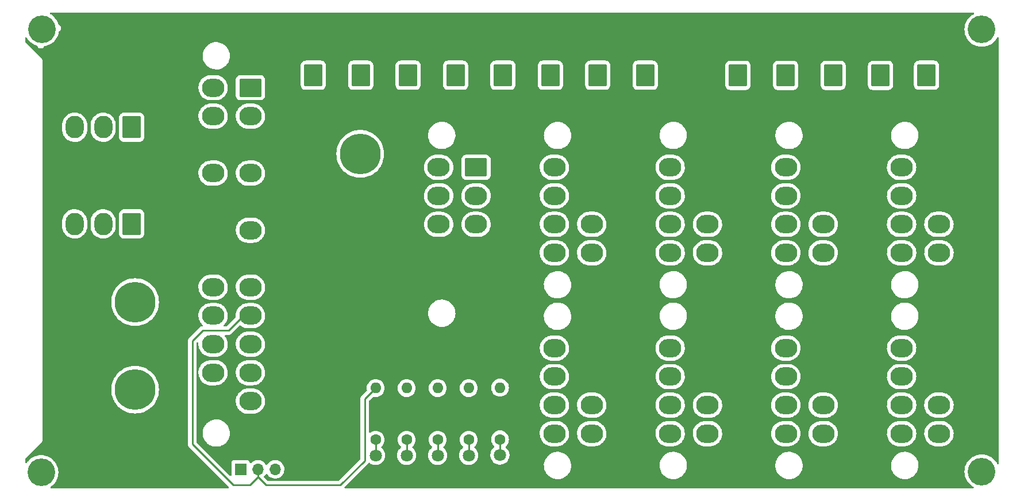
<source format=gbr>
%TF.GenerationSoftware,KiCad,Pcbnew,(6.0.9)*%
%TF.CreationDate,2023-01-09T20:02:48-09:00*%
%TF.ProjectId,ATX_PSU_Board,4154585f-5053-4555-9f42-6f6172642e6b,rev?*%
%TF.SameCoordinates,Original*%
%TF.FileFunction,Copper,L1,Top*%
%TF.FilePolarity,Positive*%
%FSLAX46Y46*%
G04 Gerber Fmt 4.6, Leading zero omitted, Abs format (unit mm)*
G04 Created by KiCad (PCBNEW (6.0.9)) date 2023-01-09 20:02:48*
%MOMM*%
%LPD*%
G01*
G04 APERTURE LIST*
G04 Aperture macros list*
%AMRoundRect*
0 Rectangle with rounded corners*
0 $1 Rounding radius*
0 $2 $3 $4 $5 $6 $7 $8 $9 X,Y pos of 4 corners*
0 Add a 4 corners polygon primitive as box body*
4,1,4,$2,$3,$4,$5,$6,$7,$8,$9,$2,$3,0*
0 Add four circle primitives for the rounded corners*
1,1,$1+$1,$2,$3*
1,1,$1+$1,$4,$5*
1,1,$1+$1,$6,$7*
1,1,$1+$1,$8,$9*
0 Add four rect primitives between the rounded corners*
20,1,$1+$1,$2,$3,$4,$5,0*
20,1,$1+$1,$4,$5,$6,$7,0*
20,1,$1+$1,$6,$7,$8,$9,0*
20,1,$1+$1,$8,$9,$2,$3,0*%
G04 Aperture macros list end*
%TA.AperFunction,ComponentPad*%
%ADD10RoundRect,0.250001X1.099999X1.399999X-1.099999X1.399999X-1.099999X-1.399999X1.099999X-1.399999X0*%
%TD*%
%TA.AperFunction,ComponentPad*%
%ADD11O,2.700000X3.300000*%
%TD*%
%TA.AperFunction,ComponentPad*%
%ADD12RoundRect,0.250001X-1.399999X1.099999X-1.399999X-1.099999X1.399999X-1.099999X1.399999X1.099999X0*%
%TD*%
%TA.AperFunction,ComponentPad*%
%ADD13O,3.300000X2.700000*%
%TD*%
%TA.AperFunction,ComponentPad*%
%ADD14C,4.064000*%
%TD*%
%TA.AperFunction,ComponentPad*%
%ADD15RoundRect,1.500000X-1.500000X-1.500000X1.500000X-1.500000X1.500000X1.500000X-1.500000X1.500000X0*%
%TD*%
%TA.AperFunction,ComponentPad*%
%ADD16C,6.000000*%
%TD*%
%TA.AperFunction,ComponentPad*%
%ADD17C,1.600000*%
%TD*%
%TA.AperFunction,ComponentPad*%
%ADD18O,1.600000X1.600000*%
%TD*%
%TA.AperFunction,ComponentPad*%
%ADD19R,1.800000X1.800000*%
%TD*%
%TA.AperFunction,ComponentPad*%
%ADD20C,1.800000*%
%TD*%
%TA.AperFunction,ComponentPad*%
%ADD21R,1.700000X1.700000*%
%TD*%
%TA.AperFunction,ComponentPad*%
%ADD22O,1.700000X1.700000*%
%TD*%
%TA.AperFunction,Conductor*%
%ADD23C,0.250000*%
%TD*%
G04 APERTURE END LIST*
D10*
%TO.P,J12,1*%
%TO.N,/+5V_SUPPLY*%
X78519800Y-63093600D03*
D11*
%TO.P,J12,2*%
%TO.N,GND*%
X78519800Y-57593600D03*
%TD*%
D12*
%TO.P,J2,1*%
%TO.N,/+3.3V_SUPPLY*%
X69248800Y-64922400D03*
D13*
%TO.P,J2,2*%
X69248800Y-69122400D03*
%TO.P,J2,3*%
%TO.N,GND*%
X69248800Y-73322400D03*
%TO.P,J2,4*%
%TO.N,/+5V_SUPPLY*%
X69248800Y-77522400D03*
%TO.P,J2,5*%
%TO.N,GND*%
X69248800Y-81722400D03*
%TO.P,J2,6*%
%TO.N,/+5V_SUPPLY*%
X69248800Y-85922400D03*
%TO.P,J2,7*%
%TO.N,GND*%
X69248800Y-90122400D03*
%TO.P,J2,8*%
%TO.N,/PWR_OK*%
X69248800Y-94322400D03*
%TO.P,J2,9*%
%TO.N,/+5VSB_SUPPLY*%
X69248800Y-98522400D03*
%TO.P,J2,10*%
%TO.N,/+12V_SUPPLY*%
X69248800Y-102722400D03*
%TO.P,J2,11*%
X69248800Y-106922400D03*
%TO.P,J2,12*%
%TO.N,/+3.3V_SUPPLY*%
X69248800Y-111122400D03*
%TO.P,J2,13*%
X63748800Y-64922400D03*
%TO.P,J2,14*%
%TO.N,Net-(J2-Pad14)*%
X63748800Y-69122400D03*
%TO.P,J2,15*%
%TO.N,GND*%
X63748800Y-73322400D03*
%TO.P,J2,16*%
%TO.N,/PS_ON*%
X63748800Y-77522400D03*
%TO.P,J2,17*%
%TO.N,GND*%
X63748800Y-81722400D03*
%TO.P,J2,18*%
X63748800Y-85922400D03*
%TO.P,J2,19*%
X63748800Y-90122400D03*
%TO.P,J2,20*%
%TO.N,Net-(J2-Pad20)*%
X63748800Y-94322400D03*
%TO.P,J2,21*%
%TO.N,/+5V_SUPPLY*%
X63748800Y-98522400D03*
%TO.P,J2,22*%
X63748800Y-102722400D03*
%TO.P,J2,23*%
X63748800Y-106922400D03*
%TO.P,J2,24*%
%TO.N,GND*%
X63748800Y-111122400D03*
%TD*%
D12*
%TO.P,J6,1*%
%TO.N,GND*%
X153643700Y-76664600D03*
D13*
%TO.P,J6,2*%
X153643700Y-80864600D03*
%TO.P,J6,3*%
%TO.N,/+12V_SUPPLY*%
X153643700Y-85064600D03*
%TO.P,J6,4*%
X153643700Y-89264600D03*
%TO.P,J6,5*%
%TO.N,/+3.3V_SUPPLY*%
X148143700Y-76664600D03*
%TO.P,J6,6*%
%TO.N,/+5V_SUPPLY*%
X148143700Y-80864600D03*
%TO.P,J6,7*%
X148143700Y-85064600D03*
%TO.P,J6,8*%
%TO.N,/+12V_SUPPLY*%
X148143700Y-89264600D03*
%TD*%
D14*
%TO.P,H2,1*%
%TO.N,N/C*%
X177000000Y-121500000D03*
%TD*%
%TO.P,H1,1*%
%TO.N,N/C*%
X38506400Y-56286400D03*
%TD*%
%TO.P,H3,1*%
%TO.N,N/C*%
X38404800Y-121615200D03*
%TD*%
D12*
%TO.P,J7,1*%
%TO.N,GND*%
X170696400Y-76664600D03*
D13*
%TO.P,J7,2*%
X170696400Y-80864600D03*
%TO.P,J7,3*%
%TO.N,/+12V_SUPPLY*%
X170696400Y-85064600D03*
%TO.P,J7,4*%
X170696400Y-89264600D03*
%TO.P,J7,5*%
%TO.N,/+3.3V_SUPPLY*%
X165196400Y-76664600D03*
%TO.P,J7,6*%
%TO.N,/+5V_SUPPLY*%
X165196400Y-80864600D03*
%TO.P,J7,7*%
X165196400Y-85064600D03*
%TO.P,J7,8*%
%TO.N,/+12V_SUPPLY*%
X165196400Y-89264600D03*
%TD*%
D12*
%TO.P,J10,1*%
%TO.N,GND*%
X153643700Y-103301800D03*
D13*
%TO.P,J10,2*%
X153643700Y-107501800D03*
%TO.P,J10,3*%
%TO.N,/+12V_SUPPLY*%
X153643700Y-111701800D03*
%TO.P,J10,4*%
X153643700Y-115901800D03*
%TO.P,J10,5*%
%TO.N,/+3.3V_SUPPLY*%
X148143700Y-103301800D03*
%TO.P,J10,6*%
%TO.N,/+5V_SUPPLY*%
X148143700Y-107501800D03*
%TO.P,J10,7*%
X148143700Y-111701800D03*
%TO.P,J10,8*%
%TO.N,/+12V_SUPPLY*%
X148143700Y-115901800D03*
%TD*%
D12*
%TO.P,J8,1*%
%TO.N,GND*%
X119538300Y-103301800D03*
D13*
%TO.P,J8,2*%
X119538300Y-107501800D03*
%TO.P,J8,3*%
%TO.N,/+12V_SUPPLY*%
X119538300Y-111701800D03*
%TO.P,J8,4*%
X119538300Y-115901800D03*
%TO.P,J8,5*%
%TO.N,/+3.3V_SUPPLY*%
X114038300Y-103301800D03*
%TO.P,J8,6*%
%TO.N,/+5V_SUPPLY*%
X114038300Y-107501800D03*
%TO.P,J8,7*%
X114038300Y-111701800D03*
%TO.P,J8,8*%
%TO.N,/+12V_SUPPLY*%
X114038300Y-115901800D03*
%TD*%
D12*
%TO.P,J5,1*%
%TO.N,GND*%
X136591000Y-76664600D03*
D13*
%TO.P,J5,2*%
X136591000Y-80864600D03*
%TO.P,J5,3*%
%TO.N,/+12V_SUPPLY*%
X136591000Y-85064600D03*
%TO.P,J5,4*%
X136591000Y-89264600D03*
%TO.P,J5,5*%
%TO.N,/+3.3V_SUPPLY*%
X131091000Y-76664600D03*
%TO.P,J5,6*%
%TO.N,/+5V_SUPPLY*%
X131091000Y-80864600D03*
%TO.P,J5,7*%
X131091000Y-85064600D03*
%TO.P,J5,8*%
%TO.N,/+12V_SUPPLY*%
X131091000Y-89264600D03*
%TD*%
D12*
%TO.P,J9,1*%
%TO.N,GND*%
X136591000Y-103301800D03*
D13*
%TO.P,J9,2*%
X136591000Y-107501800D03*
%TO.P,J9,3*%
%TO.N,/+12V_SUPPLY*%
X136591000Y-111701800D03*
%TO.P,J9,4*%
X136591000Y-115901800D03*
%TO.P,J9,5*%
%TO.N,/+3.3V_SUPPLY*%
X131091000Y-103301800D03*
%TO.P,J9,6*%
%TO.N,/+5V_SUPPLY*%
X131091000Y-107501800D03*
%TO.P,J9,7*%
X131091000Y-111701800D03*
%TO.P,J9,8*%
%TO.N,/+12V_SUPPLY*%
X131091000Y-115901800D03*
%TD*%
D14*
%TO.P,H4,1*%
%TO.N,N/C*%
X177000000Y-56337200D03*
%TD*%
D15*
%TO.P,J28,1*%
%TO.N,GND*%
X78228400Y-74676800D03*
D16*
%TO.P,J28,2*%
%TO.N,/+5V_SUPPLY*%
X85428400Y-74676800D03*
%TD*%
D10*
%TO.P,J13,1*%
%TO.N,/+5V_SUPPLY*%
X85504800Y-63093600D03*
D11*
%TO.P,J13,2*%
%TO.N,GND*%
X85504800Y-57593600D03*
%TD*%
D10*
%TO.P,J14,1*%
%TO.N,/+5V_SUPPLY*%
X92489800Y-63093600D03*
D11*
%TO.P,J14,2*%
%TO.N,GND*%
X92489800Y-57593600D03*
%TD*%
D10*
%TO.P,J15,1*%
%TO.N,/+5V_SUPPLY*%
X99474800Y-63093600D03*
D11*
%TO.P,J15,2*%
%TO.N,GND*%
X99474800Y-57593600D03*
%TD*%
D10*
%TO.P,J16,1*%
%TO.N,/+5V_SUPPLY*%
X106459800Y-63093600D03*
D11*
%TO.P,J16,2*%
%TO.N,GND*%
X106459800Y-57593600D03*
%TD*%
D10*
%TO.P,J17,1*%
%TO.N,/+5V_SUPPLY*%
X113444800Y-63093600D03*
D11*
%TO.P,J17,2*%
%TO.N,GND*%
X113444800Y-57593600D03*
%TD*%
D10*
%TO.P,J18,1*%
%TO.N,/+5V_SUPPLY*%
X120429800Y-63093600D03*
D11*
%TO.P,J18,2*%
%TO.N,GND*%
X120429800Y-57593600D03*
%TD*%
D10*
%TO.P,J19,1*%
%TO.N,/+5V_SUPPLY*%
X127414800Y-63093600D03*
D11*
%TO.P,J19,2*%
%TO.N,GND*%
X127414800Y-57593600D03*
%TD*%
D10*
%TO.P,J21,1*%
%TO.N,/+12V_SUPPLY*%
X162093058Y-63107200D03*
D11*
%TO.P,J21,2*%
%TO.N,GND*%
X162093058Y-57607200D03*
%TD*%
D10*
%TO.P,J22,1*%
%TO.N,/+12V_SUPPLY*%
X155089916Y-63107200D03*
D11*
%TO.P,J22,2*%
%TO.N,GND*%
X155089916Y-57607200D03*
%TD*%
D10*
%TO.P,J23,1*%
%TO.N,/+12V_SUPPLY*%
X148086774Y-63107200D03*
D11*
%TO.P,J23,2*%
%TO.N,GND*%
X148086774Y-57607200D03*
%TD*%
D10*
%TO.P,J24,1*%
%TO.N,/+12V_SUPPLY*%
X141083632Y-63107200D03*
D11*
%TO.P,J24,2*%
%TO.N,GND*%
X141083632Y-57607200D03*
%TD*%
D12*
%TO.P,J4,1*%
%TO.N,GND*%
X119538300Y-76664600D03*
D13*
%TO.P,J4,2*%
X119538300Y-80864600D03*
%TO.P,J4,3*%
%TO.N,/+12V_SUPPLY*%
X119538300Y-85064600D03*
%TO.P,J4,4*%
X119538300Y-89264600D03*
%TO.P,J4,5*%
%TO.N,/+3.3V_SUPPLY*%
X114038300Y-76664600D03*
%TO.P,J4,6*%
%TO.N,/+5V_SUPPLY*%
X114038300Y-80864600D03*
%TO.P,J4,7*%
X114038300Y-85064600D03*
%TO.P,J4,8*%
%TO.N,/+12V_SUPPLY*%
X114038300Y-89264600D03*
%TD*%
D12*
%TO.P,J11,1*%
%TO.N,GND*%
X170696400Y-103301800D03*
D13*
%TO.P,J11,2*%
X170696400Y-107501800D03*
%TO.P,J11,3*%
%TO.N,/+12V_SUPPLY*%
X170696400Y-111701800D03*
%TO.P,J11,4*%
X170696400Y-115901800D03*
%TO.P,J11,5*%
%TO.N,/+3.3V_SUPPLY*%
X165196400Y-103301800D03*
%TO.P,J11,6*%
%TO.N,/+5V_SUPPLY*%
X165196400Y-107501800D03*
%TO.P,J11,7*%
X165196400Y-111701800D03*
%TO.P,J11,8*%
%TO.N,/+12V_SUPPLY*%
X165196400Y-115901800D03*
%TD*%
D10*
%TO.P,J20,1*%
%TO.N,/+12V_SUPPLY*%
X168867600Y-63093600D03*
D11*
%TO.P,J20,2*%
%TO.N,GND*%
X168867600Y-57593600D03*
%TD*%
D15*
%TO.P,J29,1*%
%TO.N,GND*%
X45055200Y-96526400D03*
D16*
%TO.P,J29,2*%
%TO.N,/+12V_SUPPLY*%
X52255200Y-96526400D03*
%TD*%
D15*
%TO.P,J30,1*%
%TO.N,GND*%
X45055200Y-109426800D03*
D16*
%TO.P,J30,2*%
%TO.N,/+12V_SUPPLY*%
X52255200Y-109426800D03*
%TD*%
D10*
%TO.P,J25,1*%
%TO.N,/+12V_SUPPLY*%
X51750000Y-85000000D03*
D11*
%TO.P,J25,2*%
X47550000Y-85000000D03*
%TO.P,J25,3*%
X43350000Y-85000000D03*
%TO.P,J25,4*%
%TO.N,GND*%
X51750000Y-79500000D03*
%TO.P,J25,5*%
X47550000Y-79500000D03*
%TO.P,J25,6*%
X43350000Y-79500000D03*
%TD*%
D10*
%TO.P,J26,1*%
%TO.N,/+12V_SUPPLY*%
X51750000Y-70750000D03*
D11*
%TO.P,J26,2*%
X47550000Y-70750000D03*
%TO.P,J26,3*%
X43350000Y-70750000D03*
%TO.P,J26,4*%
%TO.N,GND*%
X51750000Y-65250000D03*
%TO.P,J26,5*%
X47550000Y-65250000D03*
%TO.P,J26,6*%
X43350000Y-65250000D03*
%TD*%
D12*
%TO.P,J3,1*%
%TO.N,/+5V_SUPPLY*%
X102485600Y-76664600D03*
D13*
%TO.P,J3,2*%
X102485600Y-80864600D03*
%TO.P,J3,3*%
X102485600Y-85064600D03*
%TO.P,J3,4*%
%TO.N,GND*%
X102485600Y-89264600D03*
%TO.P,J3,5*%
X102485600Y-93464600D03*
%TO.P,J3,6*%
%TO.N,/+5V_SUPPLY*%
X96985600Y-76664600D03*
%TO.P,J3,7*%
X96985600Y-80864600D03*
%TO.P,J3,8*%
%TO.N,/+12V_SUPPLY*%
X96985600Y-85064600D03*
%TO.P,J3,9*%
%TO.N,GND*%
X96985600Y-89264600D03*
%TO.P,J3,10*%
X96985600Y-93464600D03*
%TD*%
D17*
%TO.P,R1,1*%
%TO.N,Net-(D1-Pad2)*%
X87694000Y-116810100D03*
D18*
%TO.P,R1,2*%
%TO.N,/+5VSB_SUPPLY*%
X87694000Y-109190100D03*
%TD*%
D17*
%TO.P,R4,1*%
%TO.N,Net-(D4-Pad2)*%
X101410000Y-116810100D03*
D18*
%TO.P,R4,2*%
%TO.N,/+12V_SUPPLY*%
X101410000Y-109190100D03*
%TD*%
D17*
%TO.P,R5,1*%
%TO.N,Net-(D5-Pad2)*%
X106020000Y-116747600D03*
D18*
%TO.P,R5,2*%
%TO.N,/PWR_OK*%
X106020000Y-109127600D03*
%TD*%
D17*
%TO.P,R3,1*%
%TO.N,Net-(D3-Pad2)*%
X96838000Y-116810100D03*
D18*
%TO.P,R3,2*%
%TO.N,/+3.3V_SUPPLY*%
X96838000Y-109190100D03*
%TD*%
D17*
%TO.P,R2,1*%
%TO.N,Net-(D2-Pad2)*%
X92266000Y-116810100D03*
D18*
%TO.P,R2,2*%
%TO.N,/+5V_SUPPLY*%
X92266000Y-109190100D03*
%TD*%
D19*
%TO.P,D5,1*%
%TO.N,GND*%
X106010000Y-121597600D03*
D20*
%TO.P,D5,2*%
%TO.N,Net-(D5-Pad2)*%
X106010000Y-119057600D03*
%TD*%
D19*
%TO.P,D2,1*%
%TO.N,GND*%
X92266000Y-121645600D03*
D20*
%TO.P,D2,2*%
%TO.N,Net-(D2-Pad2)*%
X92266000Y-119105600D03*
%TD*%
D19*
%TO.P,D1,1*%
%TO.N,GND*%
X87694000Y-121645600D03*
D20*
%TO.P,D1,2*%
%TO.N,Net-(D1-Pad2)*%
X87694000Y-119105600D03*
%TD*%
D19*
%TO.P,D3,1*%
%TO.N,GND*%
X96838000Y-121645600D03*
D20*
%TO.P,D3,2*%
%TO.N,Net-(D3-Pad2)*%
X96838000Y-119105600D03*
%TD*%
D19*
%TO.P,D4,1*%
%TO.N,GND*%
X101410000Y-121645600D03*
D20*
%TO.P,D4,2*%
%TO.N,Net-(D4-Pad2)*%
X101410000Y-119105600D03*
%TD*%
D21*
%TO.P,J1,1*%
%TO.N,/PS_ON*%
X67801000Y-121158000D03*
D22*
%TO.P,J1,2*%
%TO.N,/+5VSB_SUPPLY*%
X70341000Y-121158000D03*
%TO.P,J1,3*%
%TO.N,/PWR_OK*%
X72881000Y-121158000D03*
%TO.P,J1,4*%
%TO.N,GND*%
X75421000Y-121158000D03*
%TD*%
D23*
%TO.N,/+5VSB_SUPPLY*%
X69248800Y-98522400D02*
X68211600Y-98522400D01*
X86089000Y-110795100D02*
X87694000Y-109190100D01*
X62213000Y-100711000D02*
X60689000Y-102235000D01*
X60689000Y-117474002D02*
X66690999Y-123476001D01*
X66690999Y-123476001D02*
X69165999Y-123476001D01*
X66023000Y-100711000D02*
X62213000Y-100711000D01*
X60689000Y-102235000D02*
X60689000Y-117474002D01*
X70341000Y-122301000D02*
X71516001Y-123476001D01*
X70341000Y-121158000D02*
X70341000Y-122301000D01*
X82500999Y-123476001D02*
X86089000Y-119888000D01*
X71516001Y-123476001D02*
X82500999Y-123476001D01*
X68211600Y-98522400D02*
X66023000Y-100711000D01*
X69165999Y-123476001D02*
X70341000Y-122301000D01*
X86089000Y-119888000D02*
X86089000Y-110795100D01*
%TO.N,Net-(D1-Pad2)*%
X87694000Y-116810100D02*
X87694000Y-119105600D01*
%TO.N,Net-(D2-Pad2)*%
X92266000Y-116810100D02*
X92266000Y-119105600D01*
%TO.N,Net-(D3-Pad2)*%
X96838000Y-116810100D02*
X96838000Y-119105600D01*
%TO.N,Net-(D4-Pad2)*%
X101410000Y-116810100D02*
X101410000Y-119105600D01*
%TO.N,Net-(D5-Pad2)*%
X106020000Y-116747600D02*
X106020000Y-119047600D01*
X106020000Y-119047600D02*
X106010000Y-119057600D01*
%TD*%
%TA.AperFunction,Conductor*%
%TO.N,GND*%
G36*
X175830870Y-53868502D02*
G01*
X175877363Y-53922158D01*
X175887467Y-53992432D01*
X175857973Y-54057012D01*
X175823451Y-54084914D01*
X175636041Y-54187944D01*
X175377423Y-54375841D01*
X175144394Y-54594670D01*
X174940629Y-54840979D01*
X174769341Y-55110885D01*
X174767657Y-55114464D01*
X174767653Y-55114471D01*
X174634922Y-55396540D01*
X174633233Y-55400130D01*
X174534449Y-55704154D01*
X174474549Y-56018161D01*
X174454477Y-56337200D01*
X174474549Y-56656239D01*
X174534449Y-56970246D01*
X174633233Y-57274270D01*
X174634920Y-57277856D01*
X174634922Y-57277860D01*
X174767653Y-57559929D01*
X174767656Y-57559935D01*
X174769341Y-57563515D01*
X174771465Y-57566861D01*
X174771465Y-57566862D01*
X174906264Y-57779270D01*
X174940629Y-57833421D01*
X174943154Y-57836473D01*
X175104615Y-58031645D01*
X175144394Y-58079730D01*
X175377423Y-58298559D01*
X175636041Y-58486456D01*
X175639510Y-58488363D01*
X175639513Y-58488365D01*
X175864210Y-58611893D01*
X175916169Y-58640458D01*
X176009608Y-58677453D01*
X176209707Y-58756678D01*
X176209710Y-58756679D01*
X176213390Y-58758136D01*
X176217224Y-58759120D01*
X176217232Y-58759123D01*
X176398043Y-58805547D01*
X176523017Y-58837635D01*
X176526945Y-58838131D01*
X176526949Y-58838132D01*
X176652642Y-58854010D01*
X176840165Y-58877700D01*
X177159835Y-58877700D01*
X177347358Y-58854010D01*
X177473051Y-58838132D01*
X177473055Y-58838131D01*
X177476983Y-58837635D01*
X177601957Y-58805547D01*
X177782768Y-58759123D01*
X177782776Y-58759120D01*
X177786610Y-58758136D01*
X177790290Y-58756679D01*
X177790293Y-58756678D01*
X177990392Y-58677453D01*
X178083831Y-58640458D01*
X178135791Y-58611893D01*
X178360487Y-58488365D01*
X178360490Y-58488363D01*
X178363959Y-58486456D01*
X178622577Y-58298559D01*
X178855606Y-58079730D01*
X178895386Y-58031645D01*
X179056846Y-57836473D01*
X179059371Y-57833421D01*
X179093737Y-57779270D01*
X179228535Y-57566862D01*
X179228535Y-57566861D01*
X179230659Y-57563515D01*
X179251493Y-57519241D01*
X179298595Y-57466122D01*
X179366940Y-57446899D01*
X179434828Y-57467678D01*
X179480704Y-57521862D01*
X179491500Y-57572891D01*
X179491500Y-120264309D01*
X179471498Y-120332430D01*
X179417842Y-120378923D01*
X179347568Y-120389027D01*
X179282988Y-120359533D01*
X179251492Y-120317958D01*
X179250850Y-120316593D01*
X179230659Y-120273685D01*
X179221889Y-120259866D01*
X179061498Y-120007130D01*
X179061495Y-120007126D01*
X179059371Y-120003779D01*
X178918518Y-119833517D01*
X178858131Y-119760522D01*
X178858130Y-119760521D01*
X178855606Y-119757470D01*
X178840024Y-119742837D01*
X178715477Y-119625880D01*
X178622577Y-119538641D01*
X178614852Y-119533028D01*
X178478362Y-119433863D01*
X178363959Y-119350744D01*
X178345118Y-119340386D01*
X178087293Y-119198645D01*
X178087290Y-119198643D01*
X178083831Y-119196742D01*
X177875525Y-119114268D01*
X177790293Y-119080522D01*
X177790290Y-119080521D01*
X177786610Y-119079064D01*
X177782776Y-119078080D01*
X177782768Y-119078077D01*
X177588606Y-119028225D01*
X177476983Y-118999565D01*
X177473055Y-118999069D01*
X177473051Y-118999068D01*
X177323170Y-118980134D01*
X177159835Y-118959500D01*
X176840165Y-118959500D01*
X176676830Y-118980134D01*
X176526949Y-118999068D01*
X176526945Y-118999069D01*
X176523017Y-118999565D01*
X176411394Y-119028225D01*
X176217232Y-119078077D01*
X176217224Y-119078080D01*
X176213390Y-119079064D01*
X176209710Y-119080521D01*
X176209707Y-119080522D01*
X176124475Y-119114268D01*
X175916169Y-119196742D01*
X175912710Y-119198643D01*
X175912707Y-119198645D01*
X175654882Y-119340386D01*
X175636041Y-119350744D01*
X175521638Y-119433863D01*
X175385149Y-119533028D01*
X175377423Y-119538641D01*
X175284523Y-119625880D01*
X175159977Y-119742837D01*
X175144394Y-119757470D01*
X175141870Y-119760521D01*
X175141869Y-119760522D01*
X175081482Y-119833517D01*
X174940629Y-120003779D01*
X174938505Y-120007126D01*
X174938502Y-120007130D01*
X174778111Y-120259866D01*
X174769341Y-120273685D01*
X174767657Y-120277264D01*
X174767653Y-120277271D01*
X174634922Y-120559340D01*
X174633233Y-120562930D01*
X174534449Y-120866954D01*
X174474549Y-121180961D01*
X174454477Y-121500000D01*
X174474549Y-121819039D01*
X174534449Y-122133046D01*
X174633233Y-122437070D01*
X174634920Y-122440656D01*
X174634922Y-122440660D01*
X174767653Y-122722729D01*
X174767656Y-122722735D01*
X174769341Y-122726315D01*
X174771465Y-122729661D01*
X174771465Y-122729662D01*
X174840174Y-122837929D01*
X174940629Y-122996221D01*
X175144394Y-123242530D01*
X175377423Y-123461359D01*
X175636041Y-123649256D01*
X175719335Y-123695047D01*
X175755783Y-123715085D01*
X175805842Y-123765431D01*
X175820735Y-123834848D01*
X175795734Y-123901297D01*
X175738777Y-123943681D01*
X175695082Y-123951500D01*
X83225594Y-123951500D01*
X83157473Y-123931498D01*
X83110980Y-123877842D01*
X83100876Y-123807568D01*
X83130370Y-123742988D01*
X83136499Y-123736405D01*
X86341371Y-120531533D01*
X112486122Y-120531533D01*
X112486275Y-120535921D01*
X112486275Y-120535927D01*
X112491116Y-120674540D01*
X112495925Y-120812258D01*
X112496687Y-120816581D01*
X112496688Y-120816588D01*
X112520464Y-120951424D01*
X112544702Y-121088887D01*
X112631503Y-121356035D01*
X112754640Y-121608502D01*
X112757095Y-121612141D01*
X112757098Y-121612147D01*
X112789248Y-121659811D01*
X112911715Y-121841376D01*
X113099671Y-122050122D01*
X113103033Y-122052943D01*
X113103034Y-122052944D01*
X113136015Y-122080618D01*
X113314850Y-122230679D01*
X113553064Y-122379531D01*
X113691433Y-122441137D01*
X113800918Y-122489883D01*
X113809675Y-122493782D01*
X114079690Y-122571207D01*
X114084040Y-122571818D01*
X114084043Y-122571819D01*
X114186990Y-122586287D01*
X114357852Y-122610300D01*
X114568446Y-122610300D01*
X114570632Y-122610147D01*
X114570636Y-122610147D01*
X114774127Y-122595918D01*
X114774132Y-122595917D01*
X114778512Y-122595611D01*
X115053270Y-122537209D01*
X115057399Y-122535706D01*
X115057403Y-122535705D01*
X115313081Y-122442646D01*
X115313085Y-122442644D01*
X115317226Y-122441137D01*
X115565242Y-122309264D01*
X115630446Y-122261891D01*
X115788929Y-122146747D01*
X115788932Y-122146744D01*
X115792492Y-122144158D01*
X115808039Y-122129145D01*
X115975955Y-121966990D01*
X115994552Y-121949031D01*
X116167488Y-121727682D01*
X116169684Y-121723878D01*
X116169689Y-121723871D01*
X116305735Y-121488231D01*
X116307936Y-121484419D01*
X116413162Y-121223976D01*
X116446844Y-121088887D01*
X116480053Y-120955693D01*
X116480054Y-120955688D01*
X116481117Y-120951424D01*
X116482806Y-120935361D01*
X116510019Y-120676436D01*
X116510019Y-120676433D01*
X116510478Y-120672067D01*
X116505571Y-120531533D01*
X129538822Y-120531533D01*
X129538975Y-120535921D01*
X129538975Y-120535927D01*
X129543816Y-120674540D01*
X129548625Y-120812258D01*
X129549387Y-120816581D01*
X129549388Y-120816588D01*
X129573164Y-120951424D01*
X129597402Y-121088887D01*
X129684203Y-121356035D01*
X129807340Y-121608502D01*
X129809795Y-121612141D01*
X129809798Y-121612147D01*
X129841948Y-121659811D01*
X129964415Y-121841376D01*
X130152371Y-122050122D01*
X130155733Y-122052943D01*
X130155734Y-122052944D01*
X130188715Y-122080618D01*
X130367550Y-122230679D01*
X130605764Y-122379531D01*
X130744133Y-122441137D01*
X130853618Y-122489883D01*
X130862375Y-122493782D01*
X131132390Y-122571207D01*
X131136740Y-122571818D01*
X131136743Y-122571819D01*
X131239690Y-122586287D01*
X131410552Y-122610300D01*
X131621146Y-122610300D01*
X131623332Y-122610147D01*
X131623336Y-122610147D01*
X131826827Y-122595918D01*
X131826832Y-122595917D01*
X131831212Y-122595611D01*
X132105970Y-122537209D01*
X132110099Y-122535706D01*
X132110103Y-122535705D01*
X132365781Y-122442646D01*
X132365785Y-122442644D01*
X132369926Y-122441137D01*
X132617942Y-122309264D01*
X132683146Y-122261891D01*
X132841629Y-122146747D01*
X132841632Y-122146744D01*
X132845192Y-122144158D01*
X132860739Y-122129145D01*
X133028655Y-121966990D01*
X133047252Y-121949031D01*
X133220188Y-121727682D01*
X133222384Y-121723878D01*
X133222389Y-121723871D01*
X133358435Y-121488231D01*
X133360636Y-121484419D01*
X133465862Y-121223976D01*
X133499544Y-121088887D01*
X133532753Y-120955693D01*
X133532754Y-120955688D01*
X133533817Y-120951424D01*
X133535506Y-120935361D01*
X133562719Y-120676436D01*
X133562719Y-120676433D01*
X133563178Y-120672067D01*
X133558271Y-120531533D01*
X146591522Y-120531533D01*
X146591675Y-120535921D01*
X146591675Y-120535927D01*
X146596516Y-120674540D01*
X146601325Y-120812258D01*
X146602087Y-120816581D01*
X146602088Y-120816588D01*
X146625864Y-120951424D01*
X146650102Y-121088887D01*
X146736903Y-121356035D01*
X146860040Y-121608502D01*
X146862495Y-121612141D01*
X146862498Y-121612147D01*
X146894648Y-121659811D01*
X147017115Y-121841376D01*
X147205071Y-122050122D01*
X147208433Y-122052943D01*
X147208434Y-122052944D01*
X147241415Y-122080618D01*
X147420250Y-122230679D01*
X147658464Y-122379531D01*
X147796833Y-122441137D01*
X147906318Y-122489883D01*
X147915075Y-122493782D01*
X148185090Y-122571207D01*
X148189440Y-122571818D01*
X148189443Y-122571819D01*
X148292390Y-122586287D01*
X148463252Y-122610300D01*
X148673846Y-122610300D01*
X148676032Y-122610147D01*
X148676036Y-122610147D01*
X148879527Y-122595918D01*
X148879532Y-122595917D01*
X148883912Y-122595611D01*
X149158670Y-122537209D01*
X149162799Y-122535706D01*
X149162803Y-122535705D01*
X149418481Y-122442646D01*
X149418485Y-122442644D01*
X149422626Y-122441137D01*
X149670642Y-122309264D01*
X149735846Y-122261891D01*
X149894329Y-122146747D01*
X149894332Y-122146744D01*
X149897892Y-122144158D01*
X149913439Y-122129145D01*
X150081355Y-121966990D01*
X150099952Y-121949031D01*
X150272888Y-121727682D01*
X150275084Y-121723878D01*
X150275089Y-121723871D01*
X150411135Y-121488231D01*
X150413336Y-121484419D01*
X150518562Y-121223976D01*
X150552244Y-121088887D01*
X150585453Y-120955693D01*
X150585454Y-120955688D01*
X150586517Y-120951424D01*
X150588206Y-120935361D01*
X150615419Y-120676436D01*
X150615419Y-120676433D01*
X150615878Y-120672067D01*
X150610971Y-120531533D01*
X163644222Y-120531533D01*
X163644375Y-120535921D01*
X163644375Y-120535927D01*
X163649216Y-120674540D01*
X163654025Y-120812258D01*
X163654787Y-120816581D01*
X163654788Y-120816588D01*
X163678564Y-120951424D01*
X163702802Y-121088887D01*
X163789603Y-121356035D01*
X163912740Y-121608502D01*
X163915195Y-121612141D01*
X163915198Y-121612147D01*
X163947348Y-121659811D01*
X164069815Y-121841376D01*
X164257771Y-122050122D01*
X164261133Y-122052943D01*
X164261134Y-122052944D01*
X164294115Y-122080618D01*
X164472950Y-122230679D01*
X164711164Y-122379531D01*
X164849533Y-122441137D01*
X164959018Y-122489883D01*
X164967775Y-122493782D01*
X165237790Y-122571207D01*
X165242140Y-122571818D01*
X165242143Y-122571819D01*
X165345090Y-122586287D01*
X165515952Y-122610300D01*
X165726546Y-122610300D01*
X165728732Y-122610147D01*
X165728736Y-122610147D01*
X165932227Y-122595918D01*
X165932232Y-122595917D01*
X165936612Y-122595611D01*
X166211370Y-122537209D01*
X166215499Y-122535706D01*
X166215503Y-122535705D01*
X166471181Y-122442646D01*
X166471185Y-122442644D01*
X166475326Y-122441137D01*
X166723342Y-122309264D01*
X166788546Y-122261891D01*
X166947029Y-122146747D01*
X166947032Y-122146744D01*
X166950592Y-122144158D01*
X166966139Y-122129145D01*
X167134055Y-121966990D01*
X167152652Y-121949031D01*
X167325588Y-121727682D01*
X167327784Y-121723878D01*
X167327789Y-121723871D01*
X167463835Y-121488231D01*
X167466036Y-121484419D01*
X167571262Y-121223976D01*
X167604944Y-121088887D01*
X167638153Y-120955693D01*
X167638154Y-120955688D01*
X167639217Y-120951424D01*
X167640906Y-120935361D01*
X167668119Y-120676436D01*
X167668119Y-120676433D01*
X167668578Y-120672067D01*
X167663219Y-120518590D01*
X167658929Y-120395739D01*
X167658928Y-120395733D01*
X167658775Y-120391342D01*
X167656776Y-120380000D01*
X167623323Y-120190285D01*
X167609998Y-120114713D01*
X167523197Y-119847565D01*
X167519099Y-119839161D01*
X167428711Y-119653841D01*
X167400060Y-119595098D01*
X167397605Y-119591459D01*
X167397602Y-119591453D01*
X167271346Y-119404271D01*
X167242985Y-119362224D01*
X167230930Y-119348835D01*
X167057966Y-119156740D01*
X167055029Y-119153478D01*
X166839850Y-118972921D01*
X166601636Y-118824069D01*
X166345025Y-118709818D01*
X166075010Y-118632393D01*
X166070660Y-118631782D01*
X166070657Y-118631781D01*
X165967710Y-118617313D01*
X165796848Y-118593300D01*
X165586254Y-118593300D01*
X165584068Y-118593453D01*
X165584064Y-118593453D01*
X165380573Y-118607682D01*
X165380568Y-118607683D01*
X165376188Y-118607989D01*
X165101430Y-118666391D01*
X165097301Y-118667894D01*
X165097297Y-118667895D01*
X164841619Y-118760954D01*
X164841615Y-118760956D01*
X164837474Y-118762463D01*
X164589458Y-118894336D01*
X164585899Y-118896922D01*
X164585897Y-118896923D01*
X164369360Y-119054246D01*
X164362208Y-119059442D01*
X164359044Y-119062498D01*
X164359041Y-119062500D01*
X164342911Y-119078077D01*
X164160148Y-119254569D01*
X164077318Y-119360587D01*
X163995005Y-119465944D01*
X163987212Y-119475918D01*
X163985016Y-119479722D01*
X163985011Y-119479729D01*
X163890853Y-119642817D01*
X163846764Y-119719181D01*
X163741538Y-119979624D01*
X163740473Y-119983897D01*
X163740472Y-119983899D01*
X163675231Y-120245568D01*
X163673583Y-120252176D01*
X163673124Y-120256544D01*
X163673123Y-120256549D01*
X163645769Y-120516816D01*
X163644222Y-120531533D01*
X150610971Y-120531533D01*
X150610519Y-120518590D01*
X150606229Y-120395739D01*
X150606228Y-120395733D01*
X150606075Y-120391342D01*
X150604076Y-120380000D01*
X150570623Y-120190285D01*
X150557298Y-120114713D01*
X150470497Y-119847565D01*
X150466399Y-119839161D01*
X150376011Y-119653841D01*
X150347360Y-119595098D01*
X150344905Y-119591459D01*
X150344902Y-119591453D01*
X150218646Y-119404271D01*
X150190285Y-119362224D01*
X150178230Y-119348835D01*
X150005266Y-119156740D01*
X150002329Y-119153478D01*
X149787150Y-118972921D01*
X149548936Y-118824069D01*
X149292325Y-118709818D01*
X149022310Y-118632393D01*
X149017960Y-118631782D01*
X149017957Y-118631781D01*
X148915010Y-118617313D01*
X148744148Y-118593300D01*
X148533554Y-118593300D01*
X148531368Y-118593453D01*
X148531364Y-118593453D01*
X148327873Y-118607682D01*
X148327868Y-118607683D01*
X148323488Y-118607989D01*
X148048730Y-118666391D01*
X148044601Y-118667894D01*
X148044597Y-118667895D01*
X147788919Y-118760954D01*
X147788915Y-118760956D01*
X147784774Y-118762463D01*
X147536758Y-118894336D01*
X147533199Y-118896922D01*
X147533197Y-118896923D01*
X147316660Y-119054246D01*
X147309508Y-119059442D01*
X147306344Y-119062498D01*
X147306341Y-119062500D01*
X147290211Y-119078077D01*
X147107448Y-119254569D01*
X147024618Y-119360587D01*
X146942305Y-119465944D01*
X146934512Y-119475918D01*
X146932316Y-119479722D01*
X146932311Y-119479729D01*
X146838153Y-119642817D01*
X146794064Y-119719181D01*
X146688838Y-119979624D01*
X146687773Y-119983897D01*
X146687772Y-119983899D01*
X146622531Y-120245568D01*
X146620883Y-120252176D01*
X146620424Y-120256544D01*
X146620423Y-120256549D01*
X146593069Y-120516816D01*
X146591522Y-120531533D01*
X133558271Y-120531533D01*
X133557819Y-120518590D01*
X133553529Y-120395739D01*
X133553528Y-120395733D01*
X133553375Y-120391342D01*
X133551376Y-120380000D01*
X133517923Y-120190285D01*
X133504598Y-120114713D01*
X133417797Y-119847565D01*
X133413699Y-119839161D01*
X133323311Y-119653841D01*
X133294660Y-119595098D01*
X133292205Y-119591459D01*
X133292202Y-119591453D01*
X133165946Y-119404271D01*
X133137585Y-119362224D01*
X133125530Y-119348835D01*
X132952566Y-119156740D01*
X132949629Y-119153478D01*
X132734450Y-118972921D01*
X132496236Y-118824069D01*
X132239625Y-118709818D01*
X131969610Y-118632393D01*
X131965260Y-118631782D01*
X131965257Y-118631781D01*
X131862310Y-118617313D01*
X131691448Y-118593300D01*
X131480854Y-118593300D01*
X131478668Y-118593453D01*
X131478664Y-118593453D01*
X131275173Y-118607682D01*
X131275168Y-118607683D01*
X131270788Y-118607989D01*
X130996030Y-118666391D01*
X130991901Y-118667894D01*
X130991897Y-118667895D01*
X130736219Y-118760954D01*
X130736215Y-118760956D01*
X130732074Y-118762463D01*
X130484058Y-118894336D01*
X130480499Y-118896922D01*
X130480497Y-118896923D01*
X130263960Y-119054246D01*
X130256808Y-119059442D01*
X130253644Y-119062498D01*
X130253641Y-119062500D01*
X130237511Y-119078077D01*
X130054748Y-119254569D01*
X129971918Y-119360587D01*
X129889605Y-119465944D01*
X129881812Y-119475918D01*
X129879616Y-119479722D01*
X129879611Y-119479729D01*
X129785453Y-119642817D01*
X129741364Y-119719181D01*
X129636138Y-119979624D01*
X129635073Y-119983897D01*
X129635072Y-119983899D01*
X129569831Y-120245568D01*
X129568183Y-120252176D01*
X129567724Y-120256544D01*
X129567723Y-120256549D01*
X129540369Y-120516816D01*
X129538822Y-120531533D01*
X116505571Y-120531533D01*
X116505119Y-120518590D01*
X116500829Y-120395739D01*
X116500828Y-120395733D01*
X116500675Y-120391342D01*
X116498676Y-120380000D01*
X116465223Y-120190285D01*
X116451898Y-120114713D01*
X116365097Y-119847565D01*
X116360999Y-119839161D01*
X116270611Y-119653841D01*
X116241960Y-119595098D01*
X116239505Y-119591459D01*
X116239502Y-119591453D01*
X116113246Y-119404271D01*
X116084885Y-119362224D01*
X116072830Y-119348835D01*
X115899866Y-119156740D01*
X115896929Y-119153478D01*
X115681750Y-118972921D01*
X115443536Y-118824069D01*
X115186925Y-118709818D01*
X114916910Y-118632393D01*
X114912560Y-118631782D01*
X114912557Y-118631781D01*
X114809610Y-118617313D01*
X114638748Y-118593300D01*
X114428154Y-118593300D01*
X114425968Y-118593453D01*
X114425964Y-118593453D01*
X114222473Y-118607682D01*
X114222468Y-118607683D01*
X114218088Y-118607989D01*
X113943330Y-118666391D01*
X113939201Y-118667894D01*
X113939197Y-118667895D01*
X113683519Y-118760954D01*
X113683515Y-118760956D01*
X113679374Y-118762463D01*
X113431358Y-118894336D01*
X113427799Y-118896922D01*
X113427797Y-118896923D01*
X113211260Y-119054246D01*
X113204108Y-119059442D01*
X113200944Y-119062498D01*
X113200941Y-119062500D01*
X113184811Y-119078077D01*
X113002048Y-119254569D01*
X112919218Y-119360587D01*
X112836905Y-119465944D01*
X112829112Y-119475918D01*
X112826916Y-119479722D01*
X112826911Y-119479729D01*
X112732753Y-119642817D01*
X112688664Y-119719181D01*
X112583438Y-119979624D01*
X112582373Y-119983897D01*
X112582372Y-119983899D01*
X112517131Y-120245568D01*
X112515483Y-120252176D01*
X112515024Y-120256544D01*
X112515023Y-120256549D01*
X112487669Y-120516816D01*
X112486122Y-120531533D01*
X86341371Y-120531533D01*
X86481247Y-120391657D01*
X86489537Y-120384113D01*
X86496018Y-120380000D01*
X86542659Y-120330332D01*
X86545413Y-120327491D01*
X86565135Y-120307769D01*
X86567612Y-120304576D01*
X86575317Y-120295555D01*
X86592492Y-120277265D01*
X86605586Y-120263321D01*
X86614848Y-120246473D01*
X86615346Y-120245568D01*
X86626197Y-120229047D01*
X86630920Y-120222958D01*
X86688472Y-120181391D01*
X86759364Y-120177536D01*
X86810966Y-120203236D01*
X86883349Y-120263330D01*
X87083322Y-120380184D01*
X87088147Y-120382026D01*
X87088148Y-120382027D01*
X87115498Y-120392471D01*
X87299694Y-120462809D01*
X87304760Y-120463840D01*
X87304761Y-120463840D01*
X87357846Y-120474640D01*
X87526656Y-120508985D01*
X87657324Y-120513776D01*
X87752949Y-120517283D01*
X87752953Y-120517283D01*
X87758113Y-120517472D01*
X87763233Y-120516816D01*
X87763235Y-120516816D01*
X87836270Y-120507460D01*
X87987847Y-120488042D01*
X87992795Y-120486557D01*
X87992802Y-120486556D01*
X88204747Y-120422969D01*
X88209690Y-120421486D01*
X88221215Y-120415840D01*
X88413049Y-120321862D01*
X88413052Y-120321860D01*
X88417684Y-120319591D01*
X88606243Y-120185094D01*
X88770303Y-120021605D01*
X88905458Y-119833517D01*
X88921134Y-119801800D01*
X89005784Y-119630522D01*
X89005785Y-119630520D01*
X89008078Y-119625880D01*
X89075408Y-119404271D01*
X89105640Y-119174641D01*
X89105722Y-119171291D01*
X89107245Y-119108965D01*
X89107245Y-119108961D01*
X89107327Y-119105600D01*
X89104488Y-119071069D01*
X90853095Y-119071069D01*
X90853392Y-119076222D01*
X90853392Y-119076225D01*
X90863499Y-119251513D01*
X90866427Y-119302297D01*
X90867564Y-119307343D01*
X90867565Y-119307349D01*
X90891812Y-119414941D01*
X90917346Y-119528242D01*
X90919288Y-119533024D01*
X90919289Y-119533028D01*
X90963346Y-119641527D01*
X91004484Y-119742837D01*
X91125501Y-119940319D01*
X91277147Y-120115384D01*
X91406723Y-120222960D01*
X91451177Y-120259866D01*
X91455349Y-120263330D01*
X91655322Y-120380184D01*
X91660147Y-120382026D01*
X91660148Y-120382027D01*
X91687498Y-120392471D01*
X91871694Y-120462809D01*
X91876760Y-120463840D01*
X91876761Y-120463840D01*
X91929846Y-120474640D01*
X92098656Y-120508985D01*
X92229324Y-120513776D01*
X92324949Y-120517283D01*
X92324953Y-120517283D01*
X92330113Y-120517472D01*
X92335233Y-120516816D01*
X92335235Y-120516816D01*
X92408270Y-120507460D01*
X92559847Y-120488042D01*
X92564795Y-120486557D01*
X92564802Y-120486556D01*
X92776747Y-120422969D01*
X92781690Y-120421486D01*
X92793215Y-120415840D01*
X92985049Y-120321862D01*
X92985052Y-120321860D01*
X92989684Y-120319591D01*
X93178243Y-120185094D01*
X93342303Y-120021605D01*
X93477458Y-119833517D01*
X93493134Y-119801800D01*
X93577784Y-119630522D01*
X93577785Y-119630520D01*
X93580078Y-119625880D01*
X93647408Y-119404271D01*
X93677640Y-119174641D01*
X93677722Y-119171291D01*
X93679245Y-119108965D01*
X93679245Y-119108961D01*
X93679327Y-119105600D01*
X93676488Y-119071069D01*
X95425095Y-119071069D01*
X95425392Y-119076222D01*
X95425392Y-119076225D01*
X95435499Y-119251513D01*
X95438427Y-119302297D01*
X95439564Y-119307343D01*
X95439565Y-119307349D01*
X95463812Y-119414941D01*
X95489346Y-119528242D01*
X95491288Y-119533024D01*
X95491289Y-119533028D01*
X95535346Y-119641527D01*
X95576484Y-119742837D01*
X95697501Y-119940319D01*
X95849147Y-120115384D01*
X95978723Y-120222960D01*
X96023177Y-120259866D01*
X96027349Y-120263330D01*
X96227322Y-120380184D01*
X96232147Y-120382026D01*
X96232148Y-120382027D01*
X96259498Y-120392471D01*
X96443694Y-120462809D01*
X96448760Y-120463840D01*
X96448761Y-120463840D01*
X96501846Y-120474640D01*
X96670656Y-120508985D01*
X96801324Y-120513776D01*
X96896949Y-120517283D01*
X96896953Y-120517283D01*
X96902113Y-120517472D01*
X96907233Y-120516816D01*
X96907235Y-120516816D01*
X96980270Y-120507460D01*
X97131847Y-120488042D01*
X97136795Y-120486557D01*
X97136802Y-120486556D01*
X97348747Y-120422969D01*
X97353690Y-120421486D01*
X97365215Y-120415840D01*
X97557049Y-120321862D01*
X97557052Y-120321860D01*
X97561684Y-120319591D01*
X97750243Y-120185094D01*
X97914303Y-120021605D01*
X98049458Y-119833517D01*
X98065134Y-119801800D01*
X98149784Y-119630522D01*
X98149785Y-119630520D01*
X98152078Y-119625880D01*
X98219408Y-119404271D01*
X98249640Y-119174641D01*
X98249722Y-119171291D01*
X98251245Y-119108965D01*
X98251245Y-119108961D01*
X98251327Y-119105600D01*
X98248488Y-119071069D01*
X99997095Y-119071069D01*
X99997392Y-119076222D01*
X99997392Y-119076225D01*
X100007499Y-119251513D01*
X100010427Y-119302297D01*
X100011564Y-119307343D01*
X100011565Y-119307349D01*
X100035812Y-119414941D01*
X100061346Y-119528242D01*
X100063288Y-119533024D01*
X100063289Y-119533028D01*
X100107346Y-119641527D01*
X100148484Y-119742837D01*
X100269501Y-119940319D01*
X100421147Y-120115384D01*
X100550723Y-120222960D01*
X100595177Y-120259866D01*
X100599349Y-120263330D01*
X100799322Y-120380184D01*
X100804147Y-120382026D01*
X100804148Y-120382027D01*
X100831498Y-120392471D01*
X101015694Y-120462809D01*
X101020760Y-120463840D01*
X101020761Y-120463840D01*
X101073846Y-120474640D01*
X101242656Y-120508985D01*
X101373324Y-120513776D01*
X101468949Y-120517283D01*
X101468953Y-120517283D01*
X101474113Y-120517472D01*
X101479233Y-120516816D01*
X101479235Y-120516816D01*
X101552270Y-120507460D01*
X101703847Y-120488042D01*
X101708795Y-120486557D01*
X101708802Y-120486556D01*
X101920747Y-120422969D01*
X101925690Y-120421486D01*
X101937215Y-120415840D01*
X102129049Y-120321862D01*
X102129052Y-120321860D01*
X102133684Y-120319591D01*
X102322243Y-120185094D01*
X102486303Y-120021605D01*
X102621458Y-119833517D01*
X102637134Y-119801800D01*
X102721784Y-119630522D01*
X102721785Y-119630520D01*
X102724078Y-119625880D01*
X102791408Y-119404271D01*
X102821640Y-119174641D01*
X102821722Y-119171291D01*
X102823245Y-119108965D01*
X102823245Y-119108961D01*
X102823327Y-119105600D01*
X102816541Y-119023069D01*
X104597095Y-119023069D01*
X104597392Y-119028222D01*
X104597392Y-119028225D01*
X104607218Y-119198645D01*
X104610427Y-119254297D01*
X104611564Y-119259343D01*
X104611565Y-119259349D01*
X104634749Y-119362224D01*
X104661346Y-119480242D01*
X104663288Y-119485024D01*
X104663289Y-119485028D01*
X104746540Y-119690050D01*
X104748484Y-119694837D01*
X104869501Y-119892319D01*
X105021147Y-120067384D01*
X105199349Y-120215330D01*
X105399322Y-120332184D01*
X105615694Y-120414809D01*
X105620760Y-120415840D01*
X105620761Y-120415840D01*
X105673846Y-120426640D01*
X105842656Y-120460985D01*
X105973324Y-120465776D01*
X106068949Y-120469283D01*
X106068953Y-120469283D01*
X106074113Y-120469472D01*
X106079233Y-120468816D01*
X106079235Y-120468816D01*
X106152270Y-120459460D01*
X106303847Y-120440042D01*
X106308795Y-120438557D01*
X106308802Y-120438556D01*
X106520747Y-120374969D01*
X106525690Y-120373486D01*
X106609496Y-120332430D01*
X106729049Y-120273862D01*
X106729052Y-120273860D01*
X106733684Y-120271591D01*
X106922243Y-120137094D01*
X107086303Y-119973605D01*
X107221458Y-119785517D01*
X107236662Y-119754755D01*
X107321784Y-119582522D01*
X107321785Y-119582520D01*
X107324078Y-119577880D01*
X107391408Y-119356271D01*
X107421640Y-119126641D01*
X107422998Y-119071069D01*
X107423245Y-119060965D01*
X107423245Y-119060961D01*
X107423327Y-119057600D01*
X107410117Y-118896923D01*
X107404773Y-118831918D01*
X107404772Y-118831912D01*
X107404349Y-118826767D01*
X107364443Y-118667895D01*
X107349184Y-118607144D01*
X107349183Y-118607140D01*
X107347925Y-118602133D01*
X107345866Y-118597397D01*
X107257630Y-118394468D01*
X107257628Y-118394465D01*
X107255570Y-118389731D01*
X107129764Y-118195265D01*
X106973887Y-118023958D01*
X106969836Y-118020759D01*
X106969832Y-118020755D01*
X106872647Y-117944004D01*
X106831584Y-117886087D01*
X106828352Y-117815164D01*
X106863712Y-117754210D01*
X106864300Y-117753798D01*
X107026198Y-117591900D01*
X107157523Y-117404349D01*
X107159846Y-117399367D01*
X107159849Y-117399362D01*
X107251961Y-117201825D01*
X107251961Y-117201824D01*
X107254284Y-117196843D01*
X107257139Y-117186190D01*
X107312119Y-116981002D01*
X107312119Y-116981000D01*
X107313543Y-116975687D01*
X107333498Y-116747600D01*
X107313543Y-116519513D01*
X107254284Y-116298357D01*
X107197365Y-116176293D01*
X107159849Y-116095838D01*
X107159846Y-116095833D01*
X107157523Y-116090851D01*
X107057941Y-115948633D01*
X107054751Y-115944077D01*
X111875309Y-115944077D01*
X111900925Y-116212569D01*
X111902010Y-116217003D01*
X111902011Y-116217009D01*
X111963945Y-116470112D01*
X111965031Y-116474550D01*
X112066285Y-116724533D01*
X112202565Y-116957282D01*
X112270610Y-117042368D01*
X112322986Y-117107860D01*
X112371016Y-117167919D01*
X112568109Y-117352034D01*
X112789716Y-117505768D01*
X112793799Y-117507799D01*
X112793802Y-117507801D01*
X112832951Y-117527277D01*
X113031194Y-117625901D01*
X113035528Y-117627322D01*
X113035531Y-117627323D01*
X113283153Y-117708498D01*
X113283159Y-117708499D01*
X113287486Y-117709918D01*
X113291977Y-117710698D01*
X113291978Y-117710698D01*
X113549440Y-117755401D01*
X113549448Y-117755402D01*
X113553221Y-117756057D01*
X113557058Y-117756248D01*
X113636878Y-117760222D01*
X113636886Y-117760222D01*
X113638449Y-117760300D01*
X114406812Y-117760300D01*
X114409080Y-117760135D01*
X114409092Y-117760135D01*
X114540184Y-117750623D01*
X114607304Y-117745753D01*
X114611759Y-117744769D01*
X114611762Y-117744769D01*
X114866212Y-117688591D01*
X114866216Y-117688590D01*
X114870672Y-117687606D01*
X115015333Y-117632799D01*
X115118618Y-117593668D01*
X115118621Y-117593667D01*
X115122888Y-117592050D01*
X115358668Y-117461086D01*
X115573073Y-117297457D01*
X115599209Y-117270722D01*
X115706154Y-117161322D01*
X115761612Y-117104592D01*
X115920334Y-116886530D01*
X115990548Y-116753075D01*
X116043790Y-116651879D01*
X116043793Y-116651873D01*
X116045915Y-116647839D01*
X116052437Y-116629372D01*
X116134202Y-116397833D01*
X116134202Y-116397832D01*
X116135725Y-116393520D01*
X116178540Y-116176293D01*
X116187000Y-116133372D01*
X116187001Y-116133366D01*
X116187881Y-116128900D01*
X116195776Y-115970311D01*
X116197082Y-115944077D01*
X117375309Y-115944077D01*
X117400925Y-116212569D01*
X117402010Y-116217003D01*
X117402011Y-116217009D01*
X117463945Y-116470112D01*
X117465031Y-116474550D01*
X117566285Y-116724533D01*
X117702565Y-116957282D01*
X117770610Y-117042368D01*
X117822986Y-117107860D01*
X117871016Y-117167919D01*
X118068109Y-117352034D01*
X118289716Y-117505768D01*
X118293799Y-117507799D01*
X118293802Y-117507801D01*
X118332951Y-117527277D01*
X118531194Y-117625901D01*
X118535528Y-117627322D01*
X118535531Y-117627323D01*
X118783153Y-117708498D01*
X118783159Y-117708499D01*
X118787486Y-117709918D01*
X118791977Y-117710698D01*
X118791978Y-117710698D01*
X119049440Y-117755401D01*
X119049448Y-117755402D01*
X119053221Y-117756057D01*
X119057058Y-117756248D01*
X119136878Y-117760222D01*
X119136886Y-117760222D01*
X119138449Y-117760300D01*
X119906812Y-117760300D01*
X119909080Y-117760135D01*
X119909092Y-117760135D01*
X120040184Y-117750623D01*
X120107304Y-117745753D01*
X120111759Y-117744769D01*
X120111762Y-117744769D01*
X120366212Y-117688591D01*
X120366216Y-117688590D01*
X120370672Y-117687606D01*
X120515333Y-117632799D01*
X120618618Y-117593668D01*
X120618621Y-117593667D01*
X120622888Y-117592050D01*
X120858668Y-117461086D01*
X121073073Y-117297457D01*
X121099209Y-117270722D01*
X121206154Y-117161322D01*
X121261612Y-117104592D01*
X121420334Y-116886530D01*
X121490548Y-116753075D01*
X121543790Y-116651879D01*
X121543793Y-116651873D01*
X121545915Y-116647839D01*
X121552437Y-116629372D01*
X121634202Y-116397833D01*
X121634202Y-116397832D01*
X121635725Y-116393520D01*
X121678540Y-116176293D01*
X121687000Y-116133372D01*
X121687001Y-116133366D01*
X121687881Y-116128900D01*
X121695776Y-115970311D01*
X121697082Y-115944077D01*
X128928009Y-115944077D01*
X128953625Y-116212569D01*
X128954710Y-116217003D01*
X128954711Y-116217009D01*
X129016645Y-116470112D01*
X129017731Y-116474550D01*
X129118985Y-116724533D01*
X129255265Y-116957282D01*
X129323310Y-117042368D01*
X129375686Y-117107860D01*
X129423716Y-117167919D01*
X129620809Y-117352034D01*
X129842416Y-117505768D01*
X129846499Y-117507799D01*
X129846502Y-117507801D01*
X129885651Y-117527277D01*
X130083894Y-117625901D01*
X130088228Y-117627322D01*
X130088231Y-117627323D01*
X130335853Y-117708498D01*
X130335859Y-117708499D01*
X130340186Y-117709918D01*
X130344677Y-117710698D01*
X130344678Y-117710698D01*
X130602140Y-117755401D01*
X130602148Y-117755402D01*
X130605921Y-117756057D01*
X130609758Y-117756248D01*
X130689578Y-117760222D01*
X130689586Y-117760222D01*
X130691149Y-117760300D01*
X131459512Y-117760300D01*
X131461780Y-117760135D01*
X131461792Y-117760135D01*
X131592884Y-117750623D01*
X131660004Y-117745753D01*
X131664459Y-117744769D01*
X131664462Y-117744769D01*
X131918912Y-117688591D01*
X131918916Y-117688590D01*
X131923372Y-117687606D01*
X132068033Y-117632799D01*
X132171318Y-117593668D01*
X132171321Y-117593667D01*
X132175588Y-117592050D01*
X132411368Y-117461086D01*
X132625773Y-117297457D01*
X132651909Y-117270722D01*
X132758854Y-117161322D01*
X132814312Y-117104592D01*
X132973034Y-116886530D01*
X133043248Y-116753075D01*
X133096490Y-116651879D01*
X133096493Y-116651873D01*
X133098615Y-116647839D01*
X133105137Y-116629372D01*
X133186902Y-116397833D01*
X133186902Y-116397832D01*
X133188425Y-116393520D01*
X133231240Y-116176293D01*
X133239700Y-116133372D01*
X133239701Y-116133366D01*
X133240581Y-116128900D01*
X133248476Y-115970311D01*
X133249782Y-115944077D01*
X134428009Y-115944077D01*
X134453625Y-116212569D01*
X134454710Y-116217003D01*
X134454711Y-116217009D01*
X134516645Y-116470112D01*
X134517731Y-116474550D01*
X134618985Y-116724533D01*
X134755265Y-116957282D01*
X134823310Y-117042368D01*
X134875686Y-117107860D01*
X134923716Y-117167919D01*
X135120809Y-117352034D01*
X135342416Y-117505768D01*
X135346499Y-117507799D01*
X135346502Y-117507801D01*
X135385651Y-117527277D01*
X135583894Y-117625901D01*
X135588228Y-117627322D01*
X135588231Y-117627323D01*
X135835853Y-117708498D01*
X135835859Y-117708499D01*
X135840186Y-117709918D01*
X135844677Y-117710698D01*
X135844678Y-117710698D01*
X136102140Y-117755401D01*
X136102148Y-117755402D01*
X136105921Y-117756057D01*
X136109758Y-117756248D01*
X136189578Y-117760222D01*
X136189586Y-117760222D01*
X136191149Y-117760300D01*
X136959512Y-117760300D01*
X136961780Y-117760135D01*
X136961792Y-117760135D01*
X137092884Y-117750623D01*
X137160004Y-117745753D01*
X137164459Y-117744769D01*
X137164462Y-117744769D01*
X137418912Y-117688591D01*
X137418916Y-117688590D01*
X137423372Y-117687606D01*
X137568033Y-117632799D01*
X137671318Y-117593668D01*
X137671321Y-117593667D01*
X137675588Y-117592050D01*
X137911368Y-117461086D01*
X138125773Y-117297457D01*
X138151909Y-117270722D01*
X138258854Y-117161322D01*
X138314312Y-117104592D01*
X138473034Y-116886530D01*
X138543248Y-116753075D01*
X138596490Y-116651879D01*
X138596493Y-116651873D01*
X138598615Y-116647839D01*
X138605137Y-116629372D01*
X138686902Y-116397833D01*
X138686902Y-116397832D01*
X138688425Y-116393520D01*
X138731240Y-116176293D01*
X138739700Y-116133372D01*
X138739701Y-116133366D01*
X138740581Y-116128900D01*
X138748476Y-115970311D01*
X138749782Y-115944077D01*
X145980709Y-115944077D01*
X146006325Y-116212569D01*
X146007410Y-116217003D01*
X146007411Y-116217009D01*
X146069345Y-116470112D01*
X146070431Y-116474550D01*
X146171685Y-116724533D01*
X146307965Y-116957282D01*
X146376010Y-117042368D01*
X146428386Y-117107860D01*
X146476416Y-117167919D01*
X146673509Y-117352034D01*
X146895116Y-117505768D01*
X146899199Y-117507799D01*
X146899202Y-117507801D01*
X146938351Y-117527277D01*
X147136594Y-117625901D01*
X147140928Y-117627322D01*
X147140931Y-117627323D01*
X147388553Y-117708498D01*
X147388559Y-117708499D01*
X147392886Y-117709918D01*
X147397377Y-117710698D01*
X147397378Y-117710698D01*
X147654840Y-117755401D01*
X147654848Y-117755402D01*
X147658621Y-117756057D01*
X147662458Y-117756248D01*
X147742278Y-117760222D01*
X147742286Y-117760222D01*
X147743849Y-117760300D01*
X148512212Y-117760300D01*
X148514480Y-117760135D01*
X148514492Y-117760135D01*
X148645584Y-117750623D01*
X148712704Y-117745753D01*
X148717159Y-117744769D01*
X148717162Y-117744769D01*
X148971612Y-117688591D01*
X148971616Y-117688590D01*
X148976072Y-117687606D01*
X149120733Y-117632799D01*
X149224018Y-117593668D01*
X149224021Y-117593667D01*
X149228288Y-117592050D01*
X149464068Y-117461086D01*
X149678473Y-117297457D01*
X149704609Y-117270722D01*
X149811554Y-117161322D01*
X149867012Y-117104592D01*
X150025734Y-116886530D01*
X150095948Y-116753075D01*
X150149190Y-116651879D01*
X150149193Y-116651873D01*
X150151315Y-116647839D01*
X150157837Y-116629372D01*
X150239602Y-116397833D01*
X150239602Y-116397832D01*
X150241125Y-116393520D01*
X150283940Y-116176293D01*
X150292400Y-116133372D01*
X150292401Y-116133366D01*
X150293281Y-116128900D01*
X150301176Y-115970311D01*
X150302482Y-115944077D01*
X151480709Y-115944077D01*
X151506325Y-116212569D01*
X151507410Y-116217003D01*
X151507411Y-116217009D01*
X151569345Y-116470112D01*
X151570431Y-116474550D01*
X151671685Y-116724533D01*
X151807965Y-116957282D01*
X151876010Y-117042368D01*
X151928386Y-117107860D01*
X151976416Y-117167919D01*
X152173509Y-117352034D01*
X152395116Y-117505768D01*
X152399199Y-117507799D01*
X152399202Y-117507801D01*
X152438351Y-117527277D01*
X152636594Y-117625901D01*
X152640928Y-117627322D01*
X152640931Y-117627323D01*
X152888553Y-117708498D01*
X152888559Y-117708499D01*
X152892886Y-117709918D01*
X152897377Y-117710698D01*
X152897378Y-117710698D01*
X153154840Y-117755401D01*
X153154848Y-117755402D01*
X153158621Y-117756057D01*
X153162458Y-117756248D01*
X153242278Y-117760222D01*
X153242286Y-117760222D01*
X153243849Y-117760300D01*
X154012212Y-117760300D01*
X154014480Y-117760135D01*
X154014492Y-117760135D01*
X154145584Y-117750623D01*
X154212704Y-117745753D01*
X154217159Y-117744769D01*
X154217162Y-117744769D01*
X154471612Y-117688591D01*
X154471616Y-117688590D01*
X154476072Y-117687606D01*
X154620733Y-117632799D01*
X154724018Y-117593668D01*
X154724021Y-117593667D01*
X154728288Y-117592050D01*
X154964068Y-117461086D01*
X155178473Y-117297457D01*
X155204609Y-117270722D01*
X155311554Y-117161322D01*
X155367012Y-117104592D01*
X155525734Y-116886530D01*
X155595948Y-116753075D01*
X155649190Y-116651879D01*
X155649193Y-116651873D01*
X155651315Y-116647839D01*
X155657837Y-116629372D01*
X155739602Y-116397833D01*
X155739602Y-116397832D01*
X155741125Y-116393520D01*
X155783940Y-116176293D01*
X155792400Y-116133372D01*
X155792401Y-116133366D01*
X155793281Y-116128900D01*
X155801176Y-115970311D01*
X155802482Y-115944077D01*
X163033409Y-115944077D01*
X163059025Y-116212569D01*
X163060110Y-116217003D01*
X163060111Y-116217009D01*
X163122045Y-116470112D01*
X163123131Y-116474550D01*
X163224385Y-116724533D01*
X163360665Y-116957282D01*
X163428710Y-117042368D01*
X163481086Y-117107860D01*
X163529116Y-117167919D01*
X163726209Y-117352034D01*
X163947816Y-117505768D01*
X163951899Y-117507799D01*
X163951902Y-117507801D01*
X163991051Y-117527277D01*
X164189294Y-117625901D01*
X164193628Y-117627322D01*
X164193631Y-117627323D01*
X164441253Y-117708498D01*
X164441259Y-117708499D01*
X164445586Y-117709918D01*
X164450077Y-117710698D01*
X164450078Y-117710698D01*
X164707540Y-117755401D01*
X164707548Y-117755402D01*
X164711321Y-117756057D01*
X164715158Y-117756248D01*
X164794978Y-117760222D01*
X164794986Y-117760222D01*
X164796549Y-117760300D01*
X165564912Y-117760300D01*
X165567180Y-117760135D01*
X165567192Y-117760135D01*
X165698284Y-117750623D01*
X165765404Y-117745753D01*
X165769859Y-117744769D01*
X165769862Y-117744769D01*
X166024312Y-117688591D01*
X166024316Y-117688590D01*
X166028772Y-117687606D01*
X166173433Y-117632799D01*
X166276718Y-117593668D01*
X166276721Y-117593667D01*
X166280988Y-117592050D01*
X166516768Y-117461086D01*
X166731173Y-117297457D01*
X166757309Y-117270722D01*
X166864254Y-117161322D01*
X166919712Y-117104592D01*
X167078434Y-116886530D01*
X167148648Y-116753075D01*
X167201890Y-116651879D01*
X167201893Y-116651873D01*
X167204015Y-116647839D01*
X167210537Y-116629372D01*
X167292302Y-116397833D01*
X167292302Y-116397832D01*
X167293825Y-116393520D01*
X167336640Y-116176293D01*
X167345100Y-116133372D01*
X167345101Y-116133366D01*
X167345981Y-116128900D01*
X167353876Y-115970311D01*
X167355182Y-115944077D01*
X168533409Y-115944077D01*
X168559025Y-116212569D01*
X168560110Y-116217003D01*
X168560111Y-116217009D01*
X168622045Y-116470112D01*
X168623131Y-116474550D01*
X168724385Y-116724533D01*
X168860665Y-116957282D01*
X168928710Y-117042368D01*
X168981086Y-117107860D01*
X169029116Y-117167919D01*
X169226209Y-117352034D01*
X169447816Y-117505768D01*
X169451899Y-117507799D01*
X169451902Y-117507801D01*
X169491051Y-117527277D01*
X169689294Y-117625901D01*
X169693628Y-117627322D01*
X169693631Y-117627323D01*
X169941253Y-117708498D01*
X169941259Y-117708499D01*
X169945586Y-117709918D01*
X169950077Y-117710698D01*
X169950078Y-117710698D01*
X170207540Y-117755401D01*
X170207548Y-117755402D01*
X170211321Y-117756057D01*
X170215158Y-117756248D01*
X170294978Y-117760222D01*
X170294986Y-117760222D01*
X170296549Y-117760300D01*
X171064912Y-117760300D01*
X171067180Y-117760135D01*
X171067192Y-117760135D01*
X171198284Y-117750623D01*
X171265404Y-117745753D01*
X171269859Y-117744769D01*
X171269862Y-117744769D01*
X171524312Y-117688591D01*
X171524316Y-117688590D01*
X171528772Y-117687606D01*
X171673433Y-117632799D01*
X171776718Y-117593668D01*
X171776721Y-117593667D01*
X171780988Y-117592050D01*
X172016768Y-117461086D01*
X172231173Y-117297457D01*
X172257309Y-117270722D01*
X172364254Y-117161322D01*
X172419712Y-117104592D01*
X172578434Y-116886530D01*
X172648648Y-116753075D01*
X172701890Y-116651879D01*
X172701893Y-116651873D01*
X172704015Y-116647839D01*
X172710537Y-116629372D01*
X172792302Y-116397833D01*
X172792302Y-116397832D01*
X172793825Y-116393520D01*
X172836640Y-116176293D01*
X172845100Y-116133372D01*
X172845101Y-116133366D01*
X172845981Y-116128900D01*
X172853876Y-115970311D01*
X172859164Y-115864092D01*
X172859164Y-115864086D01*
X172859391Y-115859523D01*
X172833775Y-115591031D01*
X172830621Y-115578139D01*
X172770755Y-115333488D01*
X172769669Y-115329050D01*
X172668415Y-115079067D01*
X172532135Y-114846318D01*
X172412337Y-114696518D01*
X172366536Y-114639247D01*
X172366535Y-114639245D01*
X172363684Y-114635681D01*
X172166591Y-114451566D01*
X171944984Y-114297832D01*
X171940901Y-114295801D01*
X171940898Y-114295799D01*
X171776006Y-114213767D01*
X171703506Y-114177699D01*
X171699172Y-114176278D01*
X171699169Y-114176277D01*
X171451547Y-114095102D01*
X171451541Y-114095101D01*
X171447214Y-114093682D01*
X171442722Y-114092902D01*
X171185260Y-114048199D01*
X171185252Y-114048198D01*
X171181479Y-114047543D01*
X171170217Y-114046982D01*
X171097822Y-114043378D01*
X171097814Y-114043378D01*
X171096251Y-114043300D01*
X170327888Y-114043300D01*
X170325620Y-114043465D01*
X170325608Y-114043465D01*
X170194516Y-114052977D01*
X170127396Y-114057847D01*
X170122941Y-114058831D01*
X170122938Y-114058831D01*
X169868488Y-114115009D01*
X169868484Y-114115010D01*
X169864028Y-114115994D01*
X169737920Y-114163772D01*
X169616082Y-114209932D01*
X169616079Y-114209933D01*
X169611812Y-114211550D01*
X169376032Y-114342514D01*
X169372400Y-114345286D01*
X169202213Y-114475169D01*
X169161627Y-114506143D01*
X168973088Y-114699008D01*
X168814366Y-114917070D01*
X168800271Y-114943861D01*
X168690910Y-115151721D01*
X168690907Y-115151727D01*
X168688785Y-115155761D01*
X168687265Y-115160066D01*
X168687263Y-115160070D01*
X168600498Y-115405767D01*
X168598975Y-115410080D01*
X168546819Y-115674700D01*
X168546592Y-115679253D01*
X168546592Y-115679256D01*
X168534055Y-115931102D01*
X168533409Y-115944077D01*
X167355182Y-115944077D01*
X167359164Y-115864092D01*
X167359164Y-115864086D01*
X167359391Y-115859523D01*
X167333775Y-115591031D01*
X167330621Y-115578139D01*
X167270755Y-115333488D01*
X167269669Y-115329050D01*
X167168415Y-115079067D01*
X167032135Y-114846318D01*
X166912337Y-114696518D01*
X166866536Y-114639247D01*
X166866535Y-114639245D01*
X166863684Y-114635681D01*
X166666591Y-114451566D01*
X166444984Y-114297832D01*
X166440901Y-114295801D01*
X166440898Y-114295799D01*
X166276006Y-114213767D01*
X166203506Y-114177699D01*
X166199172Y-114176278D01*
X166199169Y-114176277D01*
X165951547Y-114095102D01*
X165951541Y-114095101D01*
X165947214Y-114093682D01*
X165942722Y-114092902D01*
X165685260Y-114048199D01*
X165685252Y-114048198D01*
X165681479Y-114047543D01*
X165670217Y-114046982D01*
X165597822Y-114043378D01*
X165597814Y-114043378D01*
X165596251Y-114043300D01*
X164827888Y-114043300D01*
X164825620Y-114043465D01*
X164825608Y-114043465D01*
X164694516Y-114052977D01*
X164627396Y-114057847D01*
X164622941Y-114058831D01*
X164622938Y-114058831D01*
X164368488Y-114115009D01*
X164368484Y-114115010D01*
X164364028Y-114115994D01*
X164237920Y-114163772D01*
X164116082Y-114209932D01*
X164116079Y-114209933D01*
X164111812Y-114211550D01*
X163876032Y-114342514D01*
X163872400Y-114345286D01*
X163702213Y-114475169D01*
X163661627Y-114506143D01*
X163473088Y-114699008D01*
X163314366Y-114917070D01*
X163300271Y-114943861D01*
X163190910Y-115151721D01*
X163190907Y-115151727D01*
X163188785Y-115155761D01*
X163187265Y-115160066D01*
X163187263Y-115160070D01*
X163100498Y-115405767D01*
X163098975Y-115410080D01*
X163046819Y-115674700D01*
X163046592Y-115679253D01*
X163046592Y-115679256D01*
X163034055Y-115931102D01*
X163033409Y-115944077D01*
X155802482Y-115944077D01*
X155806464Y-115864092D01*
X155806464Y-115864086D01*
X155806691Y-115859523D01*
X155781075Y-115591031D01*
X155777921Y-115578139D01*
X155718055Y-115333488D01*
X155716969Y-115329050D01*
X155615715Y-115079067D01*
X155479435Y-114846318D01*
X155359637Y-114696518D01*
X155313836Y-114639247D01*
X155313835Y-114639245D01*
X155310984Y-114635681D01*
X155113891Y-114451566D01*
X154892284Y-114297832D01*
X154888201Y-114295801D01*
X154888198Y-114295799D01*
X154723306Y-114213767D01*
X154650806Y-114177699D01*
X154646472Y-114176278D01*
X154646469Y-114176277D01*
X154398847Y-114095102D01*
X154398841Y-114095101D01*
X154394514Y-114093682D01*
X154390022Y-114092902D01*
X154132560Y-114048199D01*
X154132552Y-114048198D01*
X154128779Y-114047543D01*
X154117517Y-114046982D01*
X154045122Y-114043378D01*
X154045114Y-114043378D01*
X154043551Y-114043300D01*
X153275188Y-114043300D01*
X153272920Y-114043465D01*
X153272908Y-114043465D01*
X153141816Y-114052977D01*
X153074696Y-114057847D01*
X153070241Y-114058831D01*
X153070238Y-114058831D01*
X152815788Y-114115009D01*
X152815784Y-114115010D01*
X152811328Y-114115994D01*
X152685220Y-114163772D01*
X152563382Y-114209932D01*
X152563379Y-114209933D01*
X152559112Y-114211550D01*
X152323332Y-114342514D01*
X152319700Y-114345286D01*
X152149513Y-114475169D01*
X152108927Y-114506143D01*
X151920388Y-114699008D01*
X151761666Y-114917070D01*
X151747571Y-114943861D01*
X151638210Y-115151721D01*
X151638207Y-115151727D01*
X151636085Y-115155761D01*
X151634565Y-115160066D01*
X151634563Y-115160070D01*
X151547798Y-115405767D01*
X151546275Y-115410080D01*
X151494119Y-115674700D01*
X151493892Y-115679253D01*
X151493892Y-115679256D01*
X151481355Y-115931102D01*
X151480709Y-115944077D01*
X150302482Y-115944077D01*
X150306464Y-115864092D01*
X150306464Y-115864086D01*
X150306691Y-115859523D01*
X150281075Y-115591031D01*
X150277921Y-115578139D01*
X150218055Y-115333488D01*
X150216969Y-115329050D01*
X150115715Y-115079067D01*
X149979435Y-114846318D01*
X149859637Y-114696518D01*
X149813836Y-114639247D01*
X149813835Y-114639245D01*
X149810984Y-114635681D01*
X149613891Y-114451566D01*
X149392284Y-114297832D01*
X149388201Y-114295801D01*
X149388198Y-114295799D01*
X149223306Y-114213767D01*
X149150806Y-114177699D01*
X149146472Y-114176278D01*
X149146469Y-114176277D01*
X148898847Y-114095102D01*
X148898841Y-114095101D01*
X148894514Y-114093682D01*
X148890022Y-114092902D01*
X148632560Y-114048199D01*
X148632552Y-114048198D01*
X148628779Y-114047543D01*
X148617517Y-114046982D01*
X148545122Y-114043378D01*
X148545114Y-114043378D01*
X148543551Y-114043300D01*
X147775188Y-114043300D01*
X147772920Y-114043465D01*
X147772908Y-114043465D01*
X147641816Y-114052977D01*
X147574696Y-114057847D01*
X147570241Y-114058831D01*
X147570238Y-114058831D01*
X147315788Y-114115009D01*
X147315784Y-114115010D01*
X147311328Y-114115994D01*
X147185220Y-114163772D01*
X147063382Y-114209932D01*
X147063379Y-114209933D01*
X147059112Y-114211550D01*
X146823332Y-114342514D01*
X146819700Y-114345286D01*
X146649513Y-114475169D01*
X146608927Y-114506143D01*
X146420388Y-114699008D01*
X146261666Y-114917070D01*
X146247571Y-114943861D01*
X146138210Y-115151721D01*
X146138207Y-115151727D01*
X146136085Y-115155761D01*
X146134565Y-115160066D01*
X146134563Y-115160070D01*
X146047798Y-115405767D01*
X146046275Y-115410080D01*
X145994119Y-115674700D01*
X145993892Y-115679253D01*
X145993892Y-115679256D01*
X145981355Y-115931102D01*
X145980709Y-115944077D01*
X138749782Y-115944077D01*
X138753764Y-115864092D01*
X138753764Y-115864086D01*
X138753991Y-115859523D01*
X138728375Y-115591031D01*
X138725221Y-115578139D01*
X138665355Y-115333488D01*
X138664269Y-115329050D01*
X138563015Y-115079067D01*
X138426735Y-114846318D01*
X138306937Y-114696518D01*
X138261136Y-114639247D01*
X138261135Y-114639245D01*
X138258284Y-114635681D01*
X138061191Y-114451566D01*
X137839584Y-114297832D01*
X137835501Y-114295801D01*
X137835498Y-114295799D01*
X137670606Y-114213767D01*
X137598106Y-114177699D01*
X137593772Y-114176278D01*
X137593769Y-114176277D01*
X137346147Y-114095102D01*
X137346141Y-114095101D01*
X137341814Y-114093682D01*
X137337322Y-114092902D01*
X137079860Y-114048199D01*
X137079852Y-114048198D01*
X137076079Y-114047543D01*
X137064817Y-114046982D01*
X136992422Y-114043378D01*
X136992414Y-114043378D01*
X136990851Y-114043300D01*
X136222488Y-114043300D01*
X136220220Y-114043465D01*
X136220208Y-114043465D01*
X136089116Y-114052977D01*
X136021996Y-114057847D01*
X136017541Y-114058831D01*
X136017538Y-114058831D01*
X135763088Y-114115009D01*
X135763084Y-114115010D01*
X135758628Y-114115994D01*
X135632520Y-114163772D01*
X135510682Y-114209932D01*
X135510679Y-114209933D01*
X135506412Y-114211550D01*
X135270632Y-114342514D01*
X135267000Y-114345286D01*
X135096813Y-114475169D01*
X135056227Y-114506143D01*
X134867688Y-114699008D01*
X134708966Y-114917070D01*
X134694871Y-114943861D01*
X134585510Y-115151721D01*
X134585507Y-115151727D01*
X134583385Y-115155761D01*
X134581865Y-115160066D01*
X134581863Y-115160070D01*
X134495098Y-115405767D01*
X134493575Y-115410080D01*
X134441419Y-115674700D01*
X134441192Y-115679253D01*
X134441192Y-115679256D01*
X134428655Y-115931102D01*
X134428009Y-115944077D01*
X133249782Y-115944077D01*
X133253764Y-115864092D01*
X133253764Y-115864086D01*
X133253991Y-115859523D01*
X133228375Y-115591031D01*
X133225221Y-115578139D01*
X133165355Y-115333488D01*
X133164269Y-115329050D01*
X133063015Y-115079067D01*
X132926735Y-114846318D01*
X132806937Y-114696518D01*
X132761136Y-114639247D01*
X132761135Y-114639245D01*
X132758284Y-114635681D01*
X132561191Y-114451566D01*
X132339584Y-114297832D01*
X132335501Y-114295801D01*
X132335498Y-114295799D01*
X132170606Y-114213767D01*
X132098106Y-114177699D01*
X132093772Y-114176278D01*
X132093769Y-114176277D01*
X131846147Y-114095102D01*
X131846141Y-114095101D01*
X131841814Y-114093682D01*
X131837322Y-114092902D01*
X131579860Y-114048199D01*
X131579852Y-114048198D01*
X131576079Y-114047543D01*
X131564817Y-114046982D01*
X131492422Y-114043378D01*
X131492414Y-114043378D01*
X131490851Y-114043300D01*
X130722488Y-114043300D01*
X130720220Y-114043465D01*
X130720208Y-114043465D01*
X130589116Y-114052977D01*
X130521996Y-114057847D01*
X130517541Y-114058831D01*
X130517538Y-114058831D01*
X130263088Y-114115009D01*
X130263084Y-114115010D01*
X130258628Y-114115994D01*
X130132520Y-114163772D01*
X130010682Y-114209932D01*
X130010679Y-114209933D01*
X130006412Y-114211550D01*
X129770632Y-114342514D01*
X129767000Y-114345286D01*
X129596813Y-114475169D01*
X129556227Y-114506143D01*
X129367688Y-114699008D01*
X129208966Y-114917070D01*
X129194871Y-114943861D01*
X129085510Y-115151721D01*
X129085507Y-115151727D01*
X129083385Y-115155761D01*
X129081865Y-115160066D01*
X129081863Y-115160070D01*
X128995098Y-115405767D01*
X128993575Y-115410080D01*
X128941419Y-115674700D01*
X128941192Y-115679253D01*
X128941192Y-115679256D01*
X128928655Y-115931102D01*
X128928009Y-115944077D01*
X121697082Y-115944077D01*
X121701064Y-115864092D01*
X121701064Y-115864086D01*
X121701291Y-115859523D01*
X121675675Y-115591031D01*
X121672521Y-115578139D01*
X121612655Y-115333488D01*
X121611569Y-115329050D01*
X121510315Y-115079067D01*
X121374035Y-114846318D01*
X121254237Y-114696518D01*
X121208436Y-114639247D01*
X121208435Y-114639245D01*
X121205584Y-114635681D01*
X121008491Y-114451566D01*
X120786884Y-114297832D01*
X120782801Y-114295801D01*
X120782798Y-114295799D01*
X120617906Y-114213767D01*
X120545406Y-114177699D01*
X120541072Y-114176278D01*
X120541069Y-114176277D01*
X120293447Y-114095102D01*
X120293441Y-114095101D01*
X120289114Y-114093682D01*
X120284622Y-114092902D01*
X120027160Y-114048199D01*
X120027152Y-114048198D01*
X120023379Y-114047543D01*
X120012117Y-114046982D01*
X119939722Y-114043378D01*
X119939714Y-114043378D01*
X119938151Y-114043300D01*
X119169788Y-114043300D01*
X119167520Y-114043465D01*
X119167508Y-114043465D01*
X119036416Y-114052977D01*
X118969296Y-114057847D01*
X118964841Y-114058831D01*
X118964838Y-114058831D01*
X118710388Y-114115009D01*
X118710384Y-114115010D01*
X118705928Y-114115994D01*
X118579820Y-114163772D01*
X118457982Y-114209932D01*
X118457979Y-114209933D01*
X118453712Y-114211550D01*
X118217932Y-114342514D01*
X118214300Y-114345286D01*
X118044113Y-114475169D01*
X118003527Y-114506143D01*
X117814988Y-114699008D01*
X117656266Y-114917070D01*
X117642171Y-114943861D01*
X117532810Y-115151721D01*
X117532807Y-115151727D01*
X117530685Y-115155761D01*
X117529165Y-115160066D01*
X117529163Y-115160070D01*
X117442398Y-115405767D01*
X117440875Y-115410080D01*
X117388719Y-115674700D01*
X117388492Y-115679253D01*
X117388492Y-115679256D01*
X117375955Y-115931102D01*
X117375309Y-115944077D01*
X116197082Y-115944077D01*
X116201064Y-115864092D01*
X116201064Y-115864086D01*
X116201291Y-115859523D01*
X116175675Y-115591031D01*
X116172521Y-115578139D01*
X116112655Y-115333488D01*
X116111569Y-115329050D01*
X116010315Y-115079067D01*
X115874035Y-114846318D01*
X115754237Y-114696518D01*
X115708436Y-114639247D01*
X115708435Y-114639245D01*
X115705584Y-114635681D01*
X115508491Y-114451566D01*
X115286884Y-114297832D01*
X115282801Y-114295801D01*
X115282798Y-114295799D01*
X115117906Y-114213767D01*
X115045406Y-114177699D01*
X115041072Y-114176278D01*
X115041069Y-114176277D01*
X114793447Y-114095102D01*
X114793441Y-114095101D01*
X114789114Y-114093682D01*
X114784622Y-114092902D01*
X114527160Y-114048199D01*
X114527152Y-114048198D01*
X114523379Y-114047543D01*
X114512117Y-114046982D01*
X114439722Y-114043378D01*
X114439714Y-114043378D01*
X114438151Y-114043300D01*
X113669788Y-114043300D01*
X113667520Y-114043465D01*
X113667508Y-114043465D01*
X113536416Y-114052977D01*
X113469296Y-114057847D01*
X113464841Y-114058831D01*
X113464838Y-114058831D01*
X113210388Y-114115009D01*
X113210384Y-114115010D01*
X113205928Y-114115994D01*
X113079820Y-114163772D01*
X112957982Y-114209932D01*
X112957979Y-114209933D01*
X112953712Y-114211550D01*
X112717932Y-114342514D01*
X112714300Y-114345286D01*
X112544113Y-114475169D01*
X112503527Y-114506143D01*
X112314988Y-114699008D01*
X112156266Y-114917070D01*
X112142171Y-114943861D01*
X112032810Y-115151721D01*
X112032807Y-115151727D01*
X112030685Y-115155761D01*
X112029165Y-115160066D01*
X112029163Y-115160070D01*
X111942398Y-115405767D01*
X111940875Y-115410080D01*
X111888719Y-115674700D01*
X111888492Y-115679253D01*
X111888492Y-115679256D01*
X111875955Y-115931102D01*
X111875309Y-115944077D01*
X107054751Y-115944077D01*
X107029357Y-115907811D01*
X107029355Y-115907808D01*
X107026198Y-115903300D01*
X106864300Y-115741402D01*
X106859792Y-115738245D01*
X106859789Y-115738243D01*
X106735084Y-115650924D01*
X106676749Y-115610077D01*
X106671767Y-115607754D01*
X106671762Y-115607751D01*
X106474225Y-115515639D01*
X106474224Y-115515639D01*
X106469243Y-115513316D01*
X106463935Y-115511894D01*
X106463933Y-115511893D01*
X106253402Y-115455481D01*
X106253400Y-115455481D01*
X106248087Y-115454057D01*
X106020000Y-115434102D01*
X105791913Y-115454057D01*
X105786600Y-115455481D01*
X105786598Y-115455481D01*
X105576067Y-115511893D01*
X105576065Y-115511894D01*
X105570757Y-115513316D01*
X105565776Y-115515639D01*
X105565775Y-115515639D01*
X105368238Y-115607751D01*
X105368233Y-115607754D01*
X105363251Y-115610077D01*
X105304916Y-115650924D01*
X105180211Y-115738243D01*
X105180208Y-115738245D01*
X105175700Y-115741402D01*
X105013802Y-115903300D01*
X105010645Y-115907808D01*
X105010643Y-115907811D01*
X104982059Y-115948633D01*
X104882477Y-116090851D01*
X104880154Y-116095833D01*
X104880151Y-116095838D01*
X104842635Y-116176293D01*
X104785716Y-116298357D01*
X104726457Y-116519513D01*
X104706502Y-116747600D01*
X104726457Y-116975687D01*
X104727881Y-116981000D01*
X104727881Y-116981002D01*
X104782862Y-117186190D01*
X104785716Y-117196843D01*
X104788039Y-117201824D01*
X104788039Y-117201825D01*
X104880151Y-117399362D01*
X104880154Y-117399367D01*
X104882477Y-117404349D01*
X105013802Y-117591900D01*
X105169439Y-117747537D01*
X105203465Y-117809849D01*
X105198400Y-117880664D01*
X105155998Y-117937391D01*
X105071655Y-118000717D01*
X104911639Y-118168164D01*
X104908725Y-118172436D01*
X104908724Y-118172437D01*
X104857445Y-118247609D01*
X104781119Y-118359499D01*
X104683602Y-118569581D01*
X104621707Y-118792769D01*
X104597095Y-119023069D01*
X102816541Y-119023069D01*
X102814609Y-118999565D01*
X102804773Y-118879918D01*
X102804772Y-118879912D01*
X102804349Y-118874767D01*
X102762917Y-118709818D01*
X102749184Y-118655144D01*
X102749183Y-118655140D01*
X102747925Y-118650133D01*
X102745866Y-118645397D01*
X102657630Y-118442468D01*
X102657628Y-118442465D01*
X102655570Y-118437731D01*
X102529764Y-118243265D01*
X102486088Y-118195265D01*
X102465316Y-118172437D01*
X102373887Y-118071958D01*
X102369836Y-118068759D01*
X102369832Y-118068755D01*
X102275400Y-117994178D01*
X102234337Y-117936261D01*
X102231105Y-117865338D01*
X102264397Y-117806201D01*
X102416198Y-117654400D01*
X102431324Y-117632799D01*
X102478116Y-117565972D01*
X102547523Y-117466849D01*
X102549846Y-117461867D01*
X102549849Y-117461862D01*
X102641961Y-117264325D01*
X102641961Y-117264324D01*
X102644284Y-117259343D01*
X102648878Y-117242200D01*
X102702119Y-117043502D01*
X102702119Y-117043500D01*
X102703543Y-117038187D01*
X102723498Y-116810100D01*
X102703543Y-116582013D01*
X102700980Y-116572446D01*
X102645707Y-116366167D01*
X102645706Y-116366165D01*
X102644284Y-116360857D01*
X102558221Y-116176293D01*
X102549849Y-116158338D01*
X102549846Y-116158333D01*
X102547523Y-116153351D01*
X102416198Y-115965800D01*
X102254300Y-115803902D01*
X102249792Y-115800745D01*
X102249789Y-115800743D01*
X102160529Y-115738243D01*
X102066749Y-115672577D01*
X102061767Y-115670254D01*
X102061762Y-115670251D01*
X101864225Y-115578139D01*
X101864224Y-115578139D01*
X101859243Y-115575816D01*
X101853935Y-115574394D01*
X101853933Y-115574393D01*
X101643402Y-115517981D01*
X101643400Y-115517981D01*
X101638087Y-115516557D01*
X101410000Y-115496602D01*
X101181913Y-115516557D01*
X101176600Y-115517981D01*
X101176598Y-115517981D01*
X100966067Y-115574393D01*
X100966065Y-115574394D01*
X100960757Y-115575816D01*
X100955776Y-115578139D01*
X100955775Y-115578139D01*
X100758238Y-115670251D01*
X100758233Y-115670254D01*
X100753251Y-115672577D01*
X100659471Y-115738243D01*
X100570211Y-115800743D01*
X100570208Y-115800745D01*
X100565700Y-115803902D01*
X100403802Y-115965800D01*
X100272477Y-116153351D01*
X100270154Y-116158333D01*
X100270151Y-116158338D01*
X100261779Y-116176293D01*
X100175716Y-116360857D01*
X100174294Y-116366165D01*
X100174293Y-116366167D01*
X100119020Y-116572446D01*
X100116457Y-116582013D01*
X100096502Y-116810100D01*
X100116457Y-117038187D01*
X100117881Y-117043500D01*
X100117881Y-117043502D01*
X100171123Y-117242200D01*
X100175716Y-117259343D01*
X100178039Y-117264324D01*
X100178039Y-117264325D01*
X100270151Y-117461862D01*
X100270154Y-117461867D01*
X100272477Y-117466849D01*
X100341884Y-117565972D01*
X100388677Y-117632799D01*
X100403802Y-117654400D01*
X100555445Y-117806043D01*
X100589471Y-117868355D01*
X100584406Y-117939170D01*
X100542003Y-117995898D01*
X100504631Y-118023958D01*
X100471655Y-118048717D01*
X100468083Y-118052455D01*
X100331611Y-118195265D01*
X100311639Y-118216164D01*
X100308725Y-118220436D01*
X100308724Y-118220437D01*
X100293152Y-118243265D01*
X100181119Y-118407499D01*
X100083602Y-118617581D01*
X100021707Y-118840769D01*
X99997095Y-119071069D01*
X98248488Y-119071069D01*
X98242609Y-118999565D01*
X98232773Y-118879918D01*
X98232772Y-118879912D01*
X98232349Y-118874767D01*
X98190917Y-118709818D01*
X98177184Y-118655144D01*
X98177183Y-118655140D01*
X98175925Y-118650133D01*
X98173866Y-118645397D01*
X98085630Y-118442468D01*
X98085628Y-118442465D01*
X98083570Y-118437731D01*
X97957764Y-118243265D01*
X97914088Y-118195265D01*
X97893316Y-118172437D01*
X97801887Y-118071958D01*
X97797836Y-118068759D01*
X97797832Y-118068755D01*
X97703400Y-117994178D01*
X97662337Y-117936261D01*
X97659105Y-117865338D01*
X97692397Y-117806201D01*
X97844198Y-117654400D01*
X97859324Y-117632799D01*
X97906116Y-117565972D01*
X97975523Y-117466849D01*
X97977846Y-117461867D01*
X97977849Y-117461862D01*
X98069961Y-117264325D01*
X98069961Y-117264324D01*
X98072284Y-117259343D01*
X98076878Y-117242200D01*
X98130119Y-117043502D01*
X98130119Y-117043500D01*
X98131543Y-117038187D01*
X98151498Y-116810100D01*
X98131543Y-116582013D01*
X98128980Y-116572446D01*
X98073707Y-116366167D01*
X98073706Y-116366165D01*
X98072284Y-116360857D01*
X97986221Y-116176293D01*
X97977849Y-116158338D01*
X97977846Y-116158333D01*
X97975523Y-116153351D01*
X97844198Y-115965800D01*
X97682300Y-115803902D01*
X97677792Y-115800745D01*
X97677789Y-115800743D01*
X97588529Y-115738243D01*
X97494749Y-115672577D01*
X97489767Y-115670254D01*
X97489762Y-115670251D01*
X97292225Y-115578139D01*
X97292224Y-115578139D01*
X97287243Y-115575816D01*
X97281935Y-115574394D01*
X97281933Y-115574393D01*
X97071402Y-115517981D01*
X97071400Y-115517981D01*
X97066087Y-115516557D01*
X96838000Y-115496602D01*
X96609913Y-115516557D01*
X96604600Y-115517981D01*
X96604598Y-115517981D01*
X96394067Y-115574393D01*
X96394065Y-115574394D01*
X96388757Y-115575816D01*
X96383776Y-115578139D01*
X96383775Y-115578139D01*
X96186238Y-115670251D01*
X96186233Y-115670254D01*
X96181251Y-115672577D01*
X96087471Y-115738243D01*
X95998211Y-115800743D01*
X95998208Y-115800745D01*
X95993700Y-115803902D01*
X95831802Y-115965800D01*
X95700477Y-116153351D01*
X95698154Y-116158333D01*
X95698151Y-116158338D01*
X95689779Y-116176293D01*
X95603716Y-116360857D01*
X95602294Y-116366165D01*
X95602293Y-116366167D01*
X95547020Y-116572446D01*
X95544457Y-116582013D01*
X95524502Y-116810100D01*
X95544457Y-117038187D01*
X95545881Y-117043500D01*
X95545881Y-117043502D01*
X95599123Y-117242200D01*
X95603716Y-117259343D01*
X95606039Y-117264324D01*
X95606039Y-117264325D01*
X95698151Y-117461862D01*
X95698154Y-117461867D01*
X95700477Y-117466849D01*
X95769884Y-117565972D01*
X95816677Y-117632799D01*
X95831802Y-117654400D01*
X95983445Y-117806043D01*
X96017471Y-117868355D01*
X96012406Y-117939170D01*
X95970003Y-117995898D01*
X95932631Y-118023958D01*
X95899655Y-118048717D01*
X95896083Y-118052455D01*
X95759611Y-118195265D01*
X95739639Y-118216164D01*
X95736725Y-118220436D01*
X95736724Y-118220437D01*
X95721152Y-118243265D01*
X95609119Y-118407499D01*
X95511602Y-118617581D01*
X95449707Y-118840769D01*
X95425095Y-119071069D01*
X93676488Y-119071069D01*
X93670609Y-118999565D01*
X93660773Y-118879918D01*
X93660772Y-118879912D01*
X93660349Y-118874767D01*
X93618917Y-118709818D01*
X93605184Y-118655144D01*
X93605183Y-118655140D01*
X93603925Y-118650133D01*
X93601866Y-118645397D01*
X93513630Y-118442468D01*
X93513628Y-118442465D01*
X93511570Y-118437731D01*
X93385764Y-118243265D01*
X93342088Y-118195265D01*
X93321316Y-118172437D01*
X93229887Y-118071958D01*
X93225836Y-118068759D01*
X93225832Y-118068755D01*
X93131400Y-117994178D01*
X93090337Y-117936261D01*
X93087105Y-117865338D01*
X93120397Y-117806201D01*
X93272198Y-117654400D01*
X93287324Y-117632799D01*
X93334116Y-117565972D01*
X93403523Y-117466849D01*
X93405846Y-117461867D01*
X93405849Y-117461862D01*
X93497961Y-117264325D01*
X93497961Y-117264324D01*
X93500284Y-117259343D01*
X93504878Y-117242200D01*
X93558119Y-117043502D01*
X93558119Y-117043500D01*
X93559543Y-117038187D01*
X93579498Y-116810100D01*
X93559543Y-116582013D01*
X93556980Y-116572446D01*
X93501707Y-116366167D01*
X93501706Y-116366165D01*
X93500284Y-116360857D01*
X93414221Y-116176293D01*
X93405849Y-116158338D01*
X93405846Y-116158333D01*
X93403523Y-116153351D01*
X93272198Y-115965800D01*
X93110300Y-115803902D01*
X93105792Y-115800745D01*
X93105789Y-115800743D01*
X93016529Y-115738243D01*
X92922749Y-115672577D01*
X92917767Y-115670254D01*
X92917762Y-115670251D01*
X92720225Y-115578139D01*
X92720224Y-115578139D01*
X92715243Y-115575816D01*
X92709935Y-115574394D01*
X92709933Y-115574393D01*
X92499402Y-115517981D01*
X92499400Y-115517981D01*
X92494087Y-115516557D01*
X92266000Y-115496602D01*
X92037913Y-115516557D01*
X92032600Y-115517981D01*
X92032598Y-115517981D01*
X91822067Y-115574393D01*
X91822065Y-115574394D01*
X91816757Y-115575816D01*
X91811776Y-115578139D01*
X91811775Y-115578139D01*
X91614238Y-115670251D01*
X91614233Y-115670254D01*
X91609251Y-115672577D01*
X91515471Y-115738243D01*
X91426211Y-115800743D01*
X91426208Y-115800745D01*
X91421700Y-115803902D01*
X91259802Y-115965800D01*
X91128477Y-116153351D01*
X91126154Y-116158333D01*
X91126151Y-116158338D01*
X91117779Y-116176293D01*
X91031716Y-116360857D01*
X91030294Y-116366165D01*
X91030293Y-116366167D01*
X90975020Y-116572446D01*
X90972457Y-116582013D01*
X90952502Y-116810100D01*
X90972457Y-117038187D01*
X90973881Y-117043500D01*
X90973881Y-117043502D01*
X91027123Y-117242200D01*
X91031716Y-117259343D01*
X91034039Y-117264324D01*
X91034039Y-117264325D01*
X91126151Y-117461862D01*
X91126154Y-117461867D01*
X91128477Y-117466849D01*
X91197884Y-117565972D01*
X91244677Y-117632799D01*
X91259802Y-117654400D01*
X91411445Y-117806043D01*
X91445471Y-117868355D01*
X91440406Y-117939170D01*
X91398003Y-117995898D01*
X91360631Y-118023958D01*
X91327655Y-118048717D01*
X91324083Y-118052455D01*
X91187611Y-118195265D01*
X91167639Y-118216164D01*
X91164725Y-118220436D01*
X91164724Y-118220437D01*
X91149152Y-118243265D01*
X91037119Y-118407499D01*
X90939602Y-118617581D01*
X90877707Y-118840769D01*
X90853095Y-119071069D01*
X89104488Y-119071069D01*
X89098609Y-118999565D01*
X89088773Y-118879918D01*
X89088772Y-118879912D01*
X89088349Y-118874767D01*
X89046917Y-118709818D01*
X89033184Y-118655144D01*
X89033183Y-118655140D01*
X89031925Y-118650133D01*
X89029866Y-118645397D01*
X88941630Y-118442468D01*
X88941628Y-118442465D01*
X88939570Y-118437731D01*
X88813764Y-118243265D01*
X88770088Y-118195265D01*
X88749316Y-118172437D01*
X88657887Y-118071958D01*
X88653836Y-118068759D01*
X88653832Y-118068755D01*
X88559400Y-117994178D01*
X88518337Y-117936261D01*
X88515105Y-117865338D01*
X88548397Y-117806201D01*
X88700198Y-117654400D01*
X88715324Y-117632799D01*
X88762116Y-117565972D01*
X88831523Y-117466849D01*
X88833846Y-117461867D01*
X88833849Y-117461862D01*
X88925961Y-117264325D01*
X88925961Y-117264324D01*
X88928284Y-117259343D01*
X88932878Y-117242200D01*
X88986119Y-117043502D01*
X88986119Y-117043500D01*
X88987543Y-117038187D01*
X89007498Y-116810100D01*
X88987543Y-116582013D01*
X88984980Y-116572446D01*
X88929707Y-116366167D01*
X88929706Y-116366165D01*
X88928284Y-116360857D01*
X88842221Y-116176293D01*
X88833849Y-116158338D01*
X88833846Y-116158333D01*
X88831523Y-116153351D01*
X88700198Y-115965800D01*
X88538300Y-115803902D01*
X88533792Y-115800745D01*
X88533789Y-115800743D01*
X88444529Y-115738243D01*
X88350749Y-115672577D01*
X88345767Y-115670254D01*
X88345762Y-115670251D01*
X88148225Y-115578139D01*
X88148224Y-115578139D01*
X88143243Y-115575816D01*
X88137935Y-115574394D01*
X88137933Y-115574393D01*
X87927402Y-115517981D01*
X87927400Y-115517981D01*
X87922087Y-115516557D01*
X87694000Y-115496602D01*
X87465913Y-115516557D01*
X87460600Y-115517981D01*
X87460598Y-115517981D01*
X87250067Y-115574393D01*
X87250065Y-115574394D01*
X87244757Y-115575816D01*
X87239776Y-115578139D01*
X87239775Y-115578139D01*
X87042238Y-115670251D01*
X87042233Y-115670254D01*
X87037251Y-115672577D01*
X87032744Y-115675733D01*
X87032742Y-115675734D01*
X86920771Y-115754137D01*
X86853497Y-115776825D01*
X86784636Y-115759540D01*
X86736052Y-115707770D01*
X86722500Y-115650924D01*
X86722500Y-111744077D01*
X111875309Y-111744077D01*
X111900925Y-112012569D01*
X111902010Y-112017003D01*
X111902011Y-112017009D01*
X111963195Y-112267046D01*
X111965031Y-112274550D01*
X112066285Y-112524533D01*
X112202565Y-112757282D01*
X112275053Y-112847923D01*
X112348781Y-112940115D01*
X112371016Y-112967919D01*
X112568109Y-113152034D01*
X112789716Y-113305768D01*
X112793799Y-113307799D01*
X112793802Y-113307801D01*
X112909313Y-113365266D01*
X113031194Y-113425901D01*
X113035528Y-113427322D01*
X113035531Y-113427323D01*
X113283153Y-113508498D01*
X113283159Y-113508499D01*
X113287486Y-113509918D01*
X113291977Y-113510698D01*
X113291978Y-113510698D01*
X113549440Y-113555401D01*
X113549448Y-113555402D01*
X113553221Y-113556057D01*
X113557058Y-113556248D01*
X113636878Y-113560222D01*
X113636886Y-113560222D01*
X113638449Y-113560300D01*
X114406812Y-113560300D01*
X114409080Y-113560135D01*
X114409092Y-113560135D01*
X114540184Y-113550623D01*
X114607304Y-113545753D01*
X114611759Y-113544769D01*
X114611762Y-113544769D01*
X114866212Y-113488591D01*
X114866216Y-113488590D01*
X114870672Y-113487606D01*
X114996780Y-113439828D01*
X115118618Y-113393668D01*
X115118621Y-113393667D01*
X115122888Y-113392050D01*
X115358668Y-113261086D01*
X115573073Y-113097457D01*
X115761612Y-112904592D01*
X115920334Y-112686530D01*
X116003490Y-112528476D01*
X116043790Y-112451879D01*
X116043793Y-112451873D01*
X116045915Y-112447839D01*
X116088073Y-112328460D01*
X116134202Y-112197833D01*
X116134202Y-112197832D01*
X116135725Y-112193520D01*
X116160905Y-112065768D01*
X116187000Y-111933372D01*
X116187001Y-111933366D01*
X116187881Y-111928900D01*
X116190891Y-111868439D01*
X116197082Y-111744077D01*
X117375309Y-111744077D01*
X117400925Y-112012569D01*
X117402010Y-112017003D01*
X117402011Y-112017009D01*
X117463195Y-112267046D01*
X117465031Y-112274550D01*
X117566285Y-112524533D01*
X117702565Y-112757282D01*
X117775053Y-112847923D01*
X117848781Y-112940115D01*
X117871016Y-112967919D01*
X118068109Y-113152034D01*
X118289716Y-113305768D01*
X118293799Y-113307799D01*
X118293802Y-113307801D01*
X118409313Y-113365266D01*
X118531194Y-113425901D01*
X118535528Y-113427322D01*
X118535531Y-113427323D01*
X118783153Y-113508498D01*
X118783159Y-113508499D01*
X118787486Y-113509918D01*
X118791977Y-113510698D01*
X118791978Y-113510698D01*
X119049440Y-113555401D01*
X119049448Y-113555402D01*
X119053221Y-113556057D01*
X119057058Y-113556248D01*
X119136878Y-113560222D01*
X119136886Y-113560222D01*
X119138449Y-113560300D01*
X119906812Y-113560300D01*
X119909080Y-113560135D01*
X119909092Y-113560135D01*
X120040184Y-113550623D01*
X120107304Y-113545753D01*
X120111759Y-113544769D01*
X120111762Y-113544769D01*
X120366212Y-113488591D01*
X120366216Y-113488590D01*
X120370672Y-113487606D01*
X120496780Y-113439828D01*
X120618618Y-113393668D01*
X120618621Y-113393667D01*
X120622888Y-113392050D01*
X120858668Y-113261086D01*
X121073073Y-113097457D01*
X121261612Y-112904592D01*
X121420334Y-112686530D01*
X121503490Y-112528476D01*
X121543790Y-112451879D01*
X121543793Y-112451873D01*
X121545915Y-112447839D01*
X121588073Y-112328460D01*
X121634202Y-112197833D01*
X121634202Y-112197832D01*
X121635725Y-112193520D01*
X121660905Y-112065768D01*
X121687000Y-111933372D01*
X121687001Y-111933366D01*
X121687881Y-111928900D01*
X121690891Y-111868439D01*
X121697082Y-111744077D01*
X128928009Y-111744077D01*
X128953625Y-112012569D01*
X128954710Y-112017003D01*
X128954711Y-112017009D01*
X129015895Y-112267046D01*
X129017731Y-112274550D01*
X129118985Y-112524533D01*
X129255265Y-112757282D01*
X129327753Y-112847923D01*
X129401481Y-112940115D01*
X129423716Y-112967919D01*
X129620809Y-113152034D01*
X129842416Y-113305768D01*
X129846499Y-113307799D01*
X129846502Y-113307801D01*
X129962013Y-113365266D01*
X130083894Y-113425901D01*
X130088228Y-113427322D01*
X130088231Y-113427323D01*
X130335853Y-113508498D01*
X130335859Y-113508499D01*
X130340186Y-113509918D01*
X130344677Y-113510698D01*
X130344678Y-113510698D01*
X130602140Y-113555401D01*
X130602148Y-113555402D01*
X130605921Y-113556057D01*
X130609758Y-113556248D01*
X130689578Y-113560222D01*
X130689586Y-113560222D01*
X130691149Y-113560300D01*
X131459512Y-113560300D01*
X131461780Y-113560135D01*
X131461792Y-113560135D01*
X131592884Y-113550623D01*
X131660004Y-113545753D01*
X131664459Y-113544769D01*
X131664462Y-113544769D01*
X131918912Y-113488591D01*
X131918916Y-113488590D01*
X131923372Y-113487606D01*
X132049480Y-113439828D01*
X132171318Y-113393668D01*
X132171321Y-113393667D01*
X132175588Y-113392050D01*
X132411368Y-113261086D01*
X132625773Y-113097457D01*
X132814312Y-112904592D01*
X132973034Y-112686530D01*
X133056190Y-112528476D01*
X133096490Y-112451879D01*
X133096493Y-112451873D01*
X133098615Y-112447839D01*
X133140773Y-112328460D01*
X133186902Y-112197833D01*
X133186902Y-112197832D01*
X133188425Y-112193520D01*
X133213605Y-112065768D01*
X133239700Y-111933372D01*
X133239701Y-111933366D01*
X133240581Y-111928900D01*
X133243591Y-111868439D01*
X133249782Y-111744077D01*
X134428009Y-111744077D01*
X134453625Y-112012569D01*
X134454710Y-112017003D01*
X134454711Y-112017009D01*
X134515895Y-112267046D01*
X134517731Y-112274550D01*
X134618985Y-112524533D01*
X134755265Y-112757282D01*
X134827753Y-112847923D01*
X134901481Y-112940115D01*
X134923716Y-112967919D01*
X135120809Y-113152034D01*
X135342416Y-113305768D01*
X135346499Y-113307799D01*
X135346502Y-113307801D01*
X135462013Y-113365266D01*
X135583894Y-113425901D01*
X135588228Y-113427322D01*
X135588231Y-113427323D01*
X135835853Y-113508498D01*
X135835859Y-113508499D01*
X135840186Y-113509918D01*
X135844677Y-113510698D01*
X135844678Y-113510698D01*
X136102140Y-113555401D01*
X136102148Y-113555402D01*
X136105921Y-113556057D01*
X136109758Y-113556248D01*
X136189578Y-113560222D01*
X136189586Y-113560222D01*
X136191149Y-113560300D01*
X136959512Y-113560300D01*
X136961780Y-113560135D01*
X136961792Y-113560135D01*
X137092884Y-113550623D01*
X137160004Y-113545753D01*
X137164459Y-113544769D01*
X137164462Y-113544769D01*
X137418912Y-113488591D01*
X137418916Y-113488590D01*
X137423372Y-113487606D01*
X137549480Y-113439828D01*
X137671318Y-113393668D01*
X137671321Y-113393667D01*
X137675588Y-113392050D01*
X137911368Y-113261086D01*
X138125773Y-113097457D01*
X138314312Y-112904592D01*
X138473034Y-112686530D01*
X138556190Y-112528476D01*
X138596490Y-112451879D01*
X138596493Y-112451873D01*
X138598615Y-112447839D01*
X138640773Y-112328460D01*
X138686902Y-112197833D01*
X138686902Y-112197832D01*
X138688425Y-112193520D01*
X138713605Y-112065768D01*
X138739700Y-111933372D01*
X138739701Y-111933366D01*
X138740581Y-111928900D01*
X138743591Y-111868439D01*
X138749782Y-111744077D01*
X145980709Y-111744077D01*
X146006325Y-112012569D01*
X146007410Y-112017003D01*
X146007411Y-112017009D01*
X146068595Y-112267046D01*
X146070431Y-112274550D01*
X146171685Y-112524533D01*
X146307965Y-112757282D01*
X146380453Y-112847923D01*
X146454181Y-112940115D01*
X146476416Y-112967919D01*
X146673509Y-113152034D01*
X146895116Y-113305768D01*
X146899199Y-113307799D01*
X146899202Y-113307801D01*
X147014713Y-113365266D01*
X147136594Y-113425901D01*
X147140928Y-113427322D01*
X147140931Y-113427323D01*
X147388553Y-113508498D01*
X147388559Y-113508499D01*
X147392886Y-113509918D01*
X147397377Y-113510698D01*
X147397378Y-113510698D01*
X147654840Y-113555401D01*
X147654848Y-113555402D01*
X147658621Y-113556057D01*
X147662458Y-113556248D01*
X147742278Y-113560222D01*
X147742286Y-113560222D01*
X147743849Y-113560300D01*
X148512212Y-113560300D01*
X148514480Y-113560135D01*
X148514492Y-113560135D01*
X148645584Y-113550623D01*
X148712704Y-113545753D01*
X148717159Y-113544769D01*
X148717162Y-113544769D01*
X148971612Y-113488591D01*
X148971616Y-113488590D01*
X148976072Y-113487606D01*
X149102180Y-113439828D01*
X149224018Y-113393668D01*
X149224021Y-113393667D01*
X149228288Y-113392050D01*
X149464068Y-113261086D01*
X149678473Y-113097457D01*
X149867012Y-112904592D01*
X150025734Y-112686530D01*
X150108890Y-112528476D01*
X150149190Y-112451879D01*
X150149193Y-112451873D01*
X150151315Y-112447839D01*
X150193473Y-112328460D01*
X150239602Y-112197833D01*
X150239602Y-112197832D01*
X150241125Y-112193520D01*
X150266305Y-112065768D01*
X150292400Y-111933372D01*
X150292401Y-111933366D01*
X150293281Y-111928900D01*
X150296291Y-111868439D01*
X150302482Y-111744077D01*
X151480709Y-111744077D01*
X151506325Y-112012569D01*
X151507410Y-112017003D01*
X151507411Y-112017009D01*
X151568595Y-112267046D01*
X151570431Y-112274550D01*
X151671685Y-112524533D01*
X151807965Y-112757282D01*
X151880453Y-112847923D01*
X151954181Y-112940115D01*
X151976416Y-112967919D01*
X152173509Y-113152034D01*
X152395116Y-113305768D01*
X152399199Y-113307799D01*
X152399202Y-113307801D01*
X152514713Y-113365266D01*
X152636594Y-113425901D01*
X152640928Y-113427322D01*
X152640931Y-113427323D01*
X152888553Y-113508498D01*
X152888559Y-113508499D01*
X152892886Y-113509918D01*
X152897377Y-113510698D01*
X152897378Y-113510698D01*
X153154840Y-113555401D01*
X153154848Y-113555402D01*
X153158621Y-113556057D01*
X153162458Y-113556248D01*
X153242278Y-113560222D01*
X153242286Y-113560222D01*
X153243849Y-113560300D01*
X154012212Y-113560300D01*
X154014480Y-113560135D01*
X154014492Y-113560135D01*
X154145584Y-113550623D01*
X154212704Y-113545753D01*
X154217159Y-113544769D01*
X154217162Y-113544769D01*
X154471612Y-113488591D01*
X154471616Y-113488590D01*
X154476072Y-113487606D01*
X154602180Y-113439828D01*
X154724018Y-113393668D01*
X154724021Y-113393667D01*
X154728288Y-113392050D01*
X154964068Y-113261086D01*
X155178473Y-113097457D01*
X155367012Y-112904592D01*
X155525734Y-112686530D01*
X155608890Y-112528476D01*
X155649190Y-112451879D01*
X155649193Y-112451873D01*
X155651315Y-112447839D01*
X155693473Y-112328460D01*
X155739602Y-112197833D01*
X155739602Y-112197832D01*
X155741125Y-112193520D01*
X155766305Y-112065768D01*
X155792400Y-111933372D01*
X155792401Y-111933366D01*
X155793281Y-111928900D01*
X155796291Y-111868439D01*
X155802482Y-111744077D01*
X163033409Y-111744077D01*
X163059025Y-112012569D01*
X163060110Y-112017003D01*
X163060111Y-112017009D01*
X163121295Y-112267046D01*
X163123131Y-112274550D01*
X163224385Y-112524533D01*
X163360665Y-112757282D01*
X163433153Y-112847923D01*
X163506881Y-112940115D01*
X163529116Y-112967919D01*
X163726209Y-113152034D01*
X163947816Y-113305768D01*
X163951899Y-113307799D01*
X163951902Y-113307801D01*
X164067413Y-113365266D01*
X164189294Y-113425901D01*
X164193628Y-113427322D01*
X164193631Y-113427323D01*
X164441253Y-113508498D01*
X164441259Y-113508499D01*
X164445586Y-113509918D01*
X164450077Y-113510698D01*
X164450078Y-113510698D01*
X164707540Y-113555401D01*
X164707548Y-113555402D01*
X164711321Y-113556057D01*
X164715158Y-113556248D01*
X164794978Y-113560222D01*
X164794986Y-113560222D01*
X164796549Y-113560300D01*
X165564912Y-113560300D01*
X165567180Y-113560135D01*
X165567192Y-113560135D01*
X165698284Y-113550623D01*
X165765404Y-113545753D01*
X165769859Y-113544769D01*
X165769862Y-113544769D01*
X166024312Y-113488591D01*
X166024316Y-113488590D01*
X166028772Y-113487606D01*
X166154880Y-113439828D01*
X166276718Y-113393668D01*
X166276721Y-113393667D01*
X166280988Y-113392050D01*
X166516768Y-113261086D01*
X166731173Y-113097457D01*
X166919712Y-112904592D01*
X167078434Y-112686530D01*
X167161590Y-112528476D01*
X167201890Y-112451879D01*
X167201893Y-112451873D01*
X167204015Y-112447839D01*
X167246173Y-112328460D01*
X167292302Y-112197833D01*
X167292302Y-112197832D01*
X167293825Y-112193520D01*
X167319005Y-112065768D01*
X167345100Y-111933372D01*
X167345101Y-111933366D01*
X167345981Y-111928900D01*
X167348991Y-111868439D01*
X167355182Y-111744077D01*
X168533409Y-111744077D01*
X168559025Y-112012569D01*
X168560110Y-112017003D01*
X168560111Y-112017009D01*
X168621295Y-112267046D01*
X168623131Y-112274550D01*
X168724385Y-112524533D01*
X168860665Y-112757282D01*
X168933153Y-112847923D01*
X169006881Y-112940115D01*
X169029116Y-112967919D01*
X169226209Y-113152034D01*
X169447816Y-113305768D01*
X169451899Y-113307799D01*
X169451902Y-113307801D01*
X169567413Y-113365266D01*
X169689294Y-113425901D01*
X169693628Y-113427322D01*
X169693631Y-113427323D01*
X169941253Y-113508498D01*
X169941259Y-113508499D01*
X169945586Y-113509918D01*
X169950077Y-113510698D01*
X169950078Y-113510698D01*
X170207540Y-113555401D01*
X170207548Y-113555402D01*
X170211321Y-113556057D01*
X170215158Y-113556248D01*
X170294978Y-113560222D01*
X170294986Y-113560222D01*
X170296549Y-113560300D01*
X171064912Y-113560300D01*
X171067180Y-113560135D01*
X171067192Y-113560135D01*
X171198284Y-113550623D01*
X171265404Y-113545753D01*
X171269859Y-113544769D01*
X171269862Y-113544769D01*
X171524312Y-113488591D01*
X171524316Y-113488590D01*
X171528772Y-113487606D01*
X171654880Y-113439828D01*
X171776718Y-113393668D01*
X171776721Y-113393667D01*
X171780988Y-113392050D01*
X172016768Y-113261086D01*
X172231173Y-113097457D01*
X172419712Y-112904592D01*
X172578434Y-112686530D01*
X172661590Y-112528476D01*
X172701890Y-112451879D01*
X172701893Y-112451873D01*
X172704015Y-112447839D01*
X172746173Y-112328460D01*
X172792302Y-112197833D01*
X172792302Y-112197832D01*
X172793825Y-112193520D01*
X172819005Y-112065768D01*
X172845100Y-111933372D01*
X172845101Y-111933366D01*
X172845981Y-111928900D01*
X172848991Y-111868439D01*
X172859164Y-111664092D01*
X172859164Y-111664086D01*
X172859391Y-111659523D01*
X172833775Y-111391031D01*
X172823613Y-111349500D01*
X172770755Y-111133488D01*
X172769669Y-111129050D01*
X172668415Y-110879067D01*
X172543946Y-110666489D01*
X172534445Y-110650263D01*
X172534444Y-110650262D01*
X172532135Y-110646318D01*
X172414328Y-110499008D01*
X172366536Y-110439247D01*
X172366535Y-110439245D01*
X172363684Y-110435681D01*
X172166591Y-110251566D01*
X171944984Y-110097832D01*
X171940901Y-110095801D01*
X171940898Y-110095799D01*
X171817480Y-110034400D01*
X171703506Y-109977699D01*
X171699172Y-109976278D01*
X171699169Y-109976277D01*
X171451547Y-109895102D01*
X171451541Y-109895101D01*
X171447214Y-109893682D01*
X171442722Y-109892902D01*
X171185260Y-109848199D01*
X171185252Y-109848198D01*
X171181479Y-109847543D01*
X171167539Y-109846849D01*
X171097822Y-109843378D01*
X171097814Y-109843378D01*
X171096251Y-109843300D01*
X170327888Y-109843300D01*
X170325620Y-109843465D01*
X170325608Y-109843465D01*
X170194516Y-109852977D01*
X170127396Y-109857847D01*
X170122941Y-109858831D01*
X170122938Y-109858831D01*
X169868488Y-109915009D01*
X169868484Y-109915010D01*
X169864028Y-109915994D01*
X169844747Y-109923299D01*
X169616082Y-110009932D01*
X169616079Y-110009933D01*
X169611812Y-110011550D01*
X169512131Y-110066918D01*
X169386037Y-110136957D01*
X169376032Y-110142514D01*
X169305558Y-110196298D01*
X169170113Y-110299667D01*
X169161627Y-110306143D01*
X168973088Y-110499008D01*
X168814366Y-110717070D01*
X168812244Y-110721104D01*
X168690910Y-110951721D01*
X168690907Y-110951727D01*
X168688785Y-110955761D01*
X168687265Y-110960066D01*
X168687263Y-110960070D01*
X168613400Y-111169233D01*
X168598975Y-111210080D01*
X168598092Y-111214562D01*
X168554130Y-111437609D01*
X168546819Y-111474700D01*
X168546592Y-111479253D01*
X168546592Y-111479256D01*
X168535845Y-111695150D01*
X168533409Y-111744077D01*
X167355182Y-111744077D01*
X167359164Y-111664092D01*
X167359164Y-111664086D01*
X167359391Y-111659523D01*
X167333775Y-111391031D01*
X167323613Y-111349500D01*
X167270755Y-111133488D01*
X167269669Y-111129050D01*
X167168415Y-110879067D01*
X167043946Y-110666489D01*
X167034445Y-110650263D01*
X167034444Y-110650262D01*
X167032135Y-110646318D01*
X166914328Y-110499008D01*
X166866536Y-110439247D01*
X166866535Y-110439245D01*
X166863684Y-110435681D01*
X166666591Y-110251566D01*
X166444984Y-110097832D01*
X166440901Y-110095801D01*
X166440898Y-110095799D01*
X166317480Y-110034400D01*
X166203506Y-109977699D01*
X166199172Y-109976278D01*
X166199169Y-109976277D01*
X165951547Y-109895102D01*
X165951541Y-109895101D01*
X165947214Y-109893682D01*
X165942722Y-109892902D01*
X165685260Y-109848199D01*
X165685252Y-109848198D01*
X165681479Y-109847543D01*
X165667539Y-109846849D01*
X165597822Y-109843378D01*
X165597814Y-109843378D01*
X165596251Y-109843300D01*
X164827888Y-109843300D01*
X164825620Y-109843465D01*
X164825608Y-109843465D01*
X164694516Y-109852977D01*
X164627396Y-109857847D01*
X164622941Y-109858831D01*
X164622938Y-109858831D01*
X164368488Y-109915009D01*
X164368484Y-109915010D01*
X164364028Y-109915994D01*
X164344747Y-109923299D01*
X164116082Y-110009932D01*
X164116079Y-110009933D01*
X164111812Y-110011550D01*
X164012131Y-110066918D01*
X163886037Y-110136957D01*
X163876032Y-110142514D01*
X163805558Y-110196298D01*
X163670113Y-110299667D01*
X163661627Y-110306143D01*
X163473088Y-110499008D01*
X163314366Y-110717070D01*
X163312244Y-110721104D01*
X163190910Y-110951721D01*
X163190907Y-110951727D01*
X163188785Y-110955761D01*
X163187265Y-110960066D01*
X163187263Y-110960070D01*
X163113400Y-111169233D01*
X163098975Y-111210080D01*
X163098092Y-111214562D01*
X163054130Y-111437609D01*
X163046819Y-111474700D01*
X163046592Y-111479253D01*
X163046592Y-111479256D01*
X163035845Y-111695150D01*
X163033409Y-111744077D01*
X155802482Y-111744077D01*
X155806464Y-111664092D01*
X155806464Y-111664086D01*
X155806691Y-111659523D01*
X155781075Y-111391031D01*
X155770913Y-111349500D01*
X155718055Y-111133488D01*
X155716969Y-111129050D01*
X155615715Y-110879067D01*
X155491246Y-110666489D01*
X155481745Y-110650263D01*
X155481744Y-110650262D01*
X155479435Y-110646318D01*
X155361628Y-110499008D01*
X155313836Y-110439247D01*
X155313835Y-110439245D01*
X155310984Y-110435681D01*
X155113891Y-110251566D01*
X154892284Y-110097832D01*
X154888201Y-110095801D01*
X154888198Y-110095799D01*
X154764780Y-110034400D01*
X154650806Y-109977699D01*
X154646472Y-109976278D01*
X154646469Y-109976277D01*
X154398847Y-109895102D01*
X154398841Y-109895101D01*
X154394514Y-109893682D01*
X154390022Y-109892902D01*
X154132560Y-109848199D01*
X154132552Y-109848198D01*
X154128779Y-109847543D01*
X154114839Y-109846849D01*
X154045122Y-109843378D01*
X154045114Y-109843378D01*
X154043551Y-109843300D01*
X153275188Y-109843300D01*
X153272920Y-109843465D01*
X153272908Y-109843465D01*
X153141816Y-109852977D01*
X153074696Y-109857847D01*
X153070241Y-109858831D01*
X153070238Y-109858831D01*
X152815788Y-109915009D01*
X152815784Y-109915010D01*
X152811328Y-109915994D01*
X152792047Y-109923299D01*
X152563382Y-110009932D01*
X152563379Y-110009933D01*
X152559112Y-110011550D01*
X152459431Y-110066918D01*
X152333337Y-110136957D01*
X152323332Y-110142514D01*
X152252858Y-110196298D01*
X152117413Y-110299667D01*
X152108927Y-110306143D01*
X151920388Y-110499008D01*
X151761666Y-110717070D01*
X151759544Y-110721104D01*
X151638210Y-110951721D01*
X151638207Y-110951727D01*
X151636085Y-110955761D01*
X151634565Y-110960066D01*
X151634563Y-110960070D01*
X151560700Y-111169233D01*
X151546275Y-111210080D01*
X151545392Y-111214562D01*
X151501430Y-111437609D01*
X151494119Y-111474700D01*
X151493892Y-111479253D01*
X151493892Y-111479256D01*
X151483145Y-111695150D01*
X151480709Y-111744077D01*
X150302482Y-111744077D01*
X150306464Y-111664092D01*
X150306464Y-111664086D01*
X150306691Y-111659523D01*
X150281075Y-111391031D01*
X150270913Y-111349500D01*
X150218055Y-111133488D01*
X150216969Y-111129050D01*
X150115715Y-110879067D01*
X149991246Y-110666489D01*
X149981745Y-110650263D01*
X149981744Y-110650262D01*
X149979435Y-110646318D01*
X149861628Y-110499008D01*
X149813836Y-110439247D01*
X149813835Y-110439245D01*
X149810984Y-110435681D01*
X149613891Y-110251566D01*
X149392284Y-110097832D01*
X149388201Y-110095801D01*
X149388198Y-110095799D01*
X149264780Y-110034400D01*
X149150806Y-109977699D01*
X149146472Y-109976278D01*
X149146469Y-109976277D01*
X148898847Y-109895102D01*
X148898841Y-109895101D01*
X148894514Y-109893682D01*
X148890022Y-109892902D01*
X148632560Y-109848199D01*
X148632552Y-109848198D01*
X148628779Y-109847543D01*
X148614839Y-109846849D01*
X148545122Y-109843378D01*
X148545114Y-109843378D01*
X148543551Y-109843300D01*
X147775188Y-109843300D01*
X147772920Y-109843465D01*
X147772908Y-109843465D01*
X147641816Y-109852977D01*
X147574696Y-109857847D01*
X147570241Y-109858831D01*
X147570238Y-109858831D01*
X147315788Y-109915009D01*
X147315784Y-109915010D01*
X147311328Y-109915994D01*
X147292047Y-109923299D01*
X147063382Y-110009932D01*
X147063379Y-110009933D01*
X147059112Y-110011550D01*
X146959431Y-110066918D01*
X146833337Y-110136957D01*
X146823332Y-110142514D01*
X146752858Y-110196298D01*
X146617413Y-110299667D01*
X146608927Y-110306143D01*
X146420388Y-110499008D01*
X146261666Y-110717070D01*
X146259544Y-110721104D01*
X146138210Y-110951721D01*
X146138207Y-110951727D01*
X146136085Y-110955761D01*
X146134565Y-110960066D01*
X146134563Y-110960070D01*
X146060700Y-111169233D01*
X146046275Y-111210080D01*
X146045392Y-111214562D01*
X146001430Y-111437609D01*
X145994119Y-111474700D01*
X145993892Y-111479253D01*
X145993892Y-111479256D01*
X145983145Y-111695150D01*
X145980709Y-111744077D01*
X138749782Y-111744077D01*
X138753764Y-111664092D01*
X138753764Y-111664086D01*
X138753991Y-111659523D01*
X138728375Y-111391031D01*
X138718213Y-111349500D01*
X138665355Y-111133488D01*
X138664269Y-111129050D01*
X138563015Y-110879067D01*
X138438546Y-110666489D01*
X138429045Y-110650263D01*
X138429044Y-110650262D01*
X138426735Y-110646318D01*
X138308928Y-110499008D01*
X138261136Y-110439247D01*
X138261135Y-110439245D01*
X138258284Y-110435681D01*
X138061191Y-110251566D01*
X137839584Y-110097832D01*
X137835501Y-110095801D01*
X137835498Y-110095799D01*
X137712080Y-110034400D01*
X137598106Y-109977699D01*
X137593772Y-109976278D01*
X137593769Y-109976277D01*
X137346147Y-109895102D01*
X137346141Y-109895101D01*
X137341814Y-109893682D01*
X137337322Y-109892902D01*
X137079860Y-109848199D01*
X137079852Y-109848198D01*
X137076079Y-109847543D01*
X137062139Y-109846849D01*
X136992422Y-109843378D01*
X136992414Y-109843378D01*
X136990851Y-109843300D01*
X136222488Y-109843300D01*
X136220220Y-109843465D01*
X136220208Y-109843465D01*
X136089116Y-109852977D01*
X136021996Y-109857847D01*
X136017541Y-109858831D01*
X136017538Y-109858831D01*
X135763088Y-109915009D01*
X135763084Y-109915010D01*
X135758628Y-109915994D01*
X135739347Y-109923299D01*
X135510682Y-110009932D01*
X135510679Y-110009933D01*
X135506412Y-110011550D01*
X135406731Y-110066918D01*
X135280637Y-110136957D01*
X135270632Y-110142514D01*
X135200158Y-110196298D01*
X135064713Y-110299667D01*
X135056227Y-110306143D01*
X134867688Y-110499008D01*
X134708966Y-110717070D01*
X134706844Y-110721104D01*
X134585510Y-110951721D01*
X134585507Y-110951727D01*
X134583385Y-110955761D01*
X134581865Y-110960066D01*
X134581863Y-110960070D01*
X134508000Y-111169233D01*
X134493575Y-111210080D01*
X134492692Y-111214562D01*
X134448730Y-111437609D01*
X134441419Y-111474700D01*
X134441192Y-111479253D01*
X134441192Y-111479256D01*
X134430445Y-111695150D01*
X134428009Y-111744077D01*
X133249782Y-111744077D01*
X133253764Y-111664092D01*
X133253764Y-111664086D01*
X133253991Y-111659523D01*
X133228375Y-111391031D01*
X133218213Y-111349500D01*
X133165355Y-111133488D01*
X133164269Y-111129050D01*
X133063015Y-110879067D01*
X132938546Y-110666489D01*
X132929045Y-110650263D01*
X132929044Y-110650262D01*
X132926735Y-110646318D01*
X132808928Y-110499008D01*
X132761136Y-110439247D01*
X132761135Y-110439245D01*
X132758284Y-110435681D01*
X132561191Y-110251566D01*
X132339584Y-110097832D01*
X132335501Y-110095801D01*
X132335498Y-110095799D01*
X132212080Y-110034400D01*
X132098106Y-109977699D01*
X132093772Y-109976278D01*
X132093769Y-109976277D01*
X131846147Y-109895102D01*
X131846141Y-109895101D01*
X131841814Y-109893682D01*
X131837322Y-109892902D01*
X131579860Y-109848199D01*
X131579852Y-109848198D01*
X131576079Y-109847543D01*
X131562139Y-109846849D01*
X131492422Y-109843378D01*
X131492414Y-109843378D01*
X131490851Y-109843300D01*
X130722488Y-109843300D01*
X130720220Y-109843465D01*
X130720208Y-109843465D01*
X130589116Y-109852977D01*
X130521996Y-109857847D01*
X130517541Y-109858831D01*
X130517538Y-109858831D01*
X130263088Y-109915009D01*
X130263084Y-109915010D01*
X130258628Y-109915994D01*
X130239347Y-109923299D01*
X130010682Y-110009932D01*
X130010679Y-110009933D01*
X130006412Y-110011550D01*
X129906731Y-110066918D01*
X129780637Y-110136957D01*
X129770632Y-110142514D01*
X129700158Y-110196298D01*
X129564713Y-110299667D01*
X129556227Y-110306143D01*
X129367688Y-110499008D01*
X129208966Y-110717070D01*
X129206844Y-110721104D01*
X129085510Y-110951721D01*
X129085507Y-110951727D01*
X129083385Y-110955761D01*
X129081865Y-110960066D01*
X129081863Y-110960070D01*
X129008000Y-111169233D01*
X128993575Y-111210080D01*
X128992692Y-111214562D01*
X128948730Y-111437609D01*
X128941419Y-111474700D01*
X128941192Y-111479253D01*
X128941192Y-111479256D01*
X128930445Y-111695150D01*
X128928009Y-111744077D01*
X121697082Y-111744077D01*
X121701064Y-111664092D01*
X121701064Y-111664086D01*
X121701291Y-111659523D01*
X121675675Y-111391031D01*
X121665513Y-111349500D01*
X121612655Y-111133488D01*
X121611569Y-111129050D01*
X121510315Y-110879067D01*
X121385846Y-110666489D01*
X121376345Y-110650263D01*
X121376344Y-110650262D01*
X121374035Y-110646318D01*
X121256228Y-110499008D01*
X121208436Y-110439247D01*
X121208435Y-110439245D01*
X121205584Y-110435681D01*
X121008491Y-110251566D01*
X120786884Y-110097832D01*
X120782801Y-110095801D01*
X120782798Y-110095799D01*
X120659380Y-110034400D01*
X120545406Y-109977699D01*
X120541072Y-109976278D01*
X120541069Y-109976277D01*
X120293447Y-109895102D01*
X120293441Y-109895101D01*
X120289114Y-109893682D01*
X120284622Y-109892902D01*
X120027160Y-109848199D01*
X120027152Y-109848198D01*
X120023379Y-109847543D01*
X120009439Y-109846849D01*
X119939722Y-109843378D01*
X119939714Y-109843378D01*
X119938151Y-109843300D01*
X119169788Y-109843300D01*
X119167520Y-109843465D01*
X119167508Y-109843465D01*
X119036416Y-109852977D01*
X118969296Y-109857847D01*
X118964841Y-109858831D01*
X118964838Y-109858831D01*
X118710388Y-109915009D01*
X118710384Y-109915010D01*
X118705928Y-109915994D01*
X118686647Y-109923299D01*
X118457982Y-110009932D01*
X118457979Y-110009933D01*
X118453712Y-110011550D01*
X118354031Y-110066918D01*
X118227937Y-110136957D01*
X118217932Y-110142514D01*
X118147458Y-110196298D01*
X118012013Y-110299667D01*
X118003527Y-110306143D01*
X117814988Y-110499008D01*
X117656266Y-110717070D01*
X117654144Y-110721104D01*
X117532810Y-110951721D01*
X117532807Y-110951727D01*
X117530685Y-110955761D01*
X117529165Y-110960066D01*
X117529163Y-110960070D01*
X117455300Y-111169233D01*
X117440875Y-111210080D01*
X117439992Y-111214562D01*
X117396030Y-111437609D01*
X117388719Y-111474700D01*
X117388492Y-111479253D01*
X117388492Y-111479256D01*
X117377745Y-111695150D01*
X117375309Y-111744077D01*
X116197082Y-111744077D01*
X116201064Y-111664092D01*
X116201064Y-111664086D01*
X116201291Y-111659523D01*
X116175675Y-111391031D01*
X116165513Y-111349500D01*
X116112655Y-111133488D01*
X116111569Y-111129050D01*
X116010315Y-110879067D01*
X115885846Y-110666489D01*
X115876345Y-110650263D01*
X115876344Y-110650262D01*
X115874035Y-110646318D01*
X115756228Y-110499008D01*
X115708436Y-110439247D01*
X115708435Y-110439245D01*
X115705584Y-110435681D01*
X115508491Y-110251566D01*
X115286884Y-110097832D01*
X115282801Y-110095801D01*
X115282798Y-110095799D01*
X115159380Y-110034400D01*
X115045406Y-109977699D01*
X115041072Y-109976278D01*
X115041069Y-109976277D01*
X114793447Y-109895102D01*
X114793441Y-109895101D01*
X114789114Y-109893682D01*
X114784622Y-109892902D01*
X114527160Y-109848199D01*
X114527152Y-109848198D01*
X114523379Y-109847543D01*
X114509439Y-109846849D01*
X114439722Y-109843378D01*
X114439714Y-109843378D01*
X114438151Y-109843300D01*
X113669788Y-109843300D01*
X113667520Y-109843465D01*
X113667508Y-109843465D01*
X113536416Y-109852977D01*
X113469296Y-109857847D01*
X113464841Y-109858831D01*
X113464838Y-109858831D01*
X113210388Y-109915009D01*
X113210384Y-109915010D01*
X113205928Y-109915994D01*
X113186647Y-109923299D01*
X112957982Y-110009932D01*
X112957979Y-110009933D01*
X112953712Y-110011550D01*
X112854031Y-110066918D01*
X112727937Y-110136957D01*
X112717932Y-110142514D01*
X112647458Y-110196298D01*
X112512013Y-110299667D01*
X112503527Y-110306143D01*
X112314988Y-110499008D01*
X112156266Y-110717070D01*
X112154144Y-110721104D01*
X112032810Y-110951721D01*
X112032807Y-110951727D01*
X112030685Y-110955761D01*
X112029165Y-110960066D01*
X112029163Y-110960070D01*
X111955300Y-111169233D01*
X111940875Y-111210080D01*
X111939992Y-111214562D01*
X111896030Y-111437609D01*
X111888719Y-111474700D01*
X111888492Y-111479253D01*
X111888492Y-111479256D01*
X111877745Y-111695150D01*
X111875309Y-111744077D01*
X86722500Y-111744077D01*
X86722500Y-111109694D01*
X86742502Y-111041573D01*
X86759405Y-111020599D01*
X87280752Y-110499252D01*
X87343064Y-110465226D01*
X87402459Y-110466641D01*
X87460591Y-110482218D01*
X87460602Y-110482220D01*
X87465913Y-110483643D01*
X87694000Y-110503598D01*
X87922087Y-110483643D01*
X87927400Y-110482219D01*
X87927402Y-110482219D01*
X88137933Y-110425807D01*
X88137935Y-110425806D01*
X88143243Y-110424384D01*
X88149166Y-110421622D01*
X88345762Y-110329949D01*
X88345767Y-110329946D01*
X88350749Y-110327623D01*
X88463088Y-110248962D01*
X88533789Y-110199457D01*
X88533792Y-110199455D01*
X88538300Y-110196298D01*
X88700198Y-110034400D01*
X88714646Y-110013767D01*
X88799276Y-109892902D01*
X88831523Y-109846849D01*
X88833846Y-109841867D01*
X88833849Y-109841862D01*
X88925961Y-109644325D01*
X88925961Y-109644324D01*
X88928284Y-109639343D01*
X88987543Y-109418187D01*
X89007498Y-109190100D01*
X90952502Y-109190100D01*
X90972457Y-109418187D01*
X91031716Y-109639343D01*
X91034039Y-109644324D01*
X91034039Y-109644325D01*
X91126151Y-109841862D01*
X91126154Y-109841867D01*
X91128477Y-109846849D01*
X91160724Y-109892902D01*
X91245355Y-110013767D01*
X91259802Y-110034400D01*
X91421700Y-110196298D01*
X91426208Y-110199455D01*
X91426211Y-110199457D01*
X91496912Y-110248962D01*
X91609251Y-110327623D01*
X91614233Y-110329946D01*
X91614238Y-110329949D01*
X91810834Y-110421622D01*
X91816757Y-110424384D01*
X91822065Y-110425806D01*
X91822067Y-110425807D01*
X92032598Y-110482219D01*
X92032600Y-110482219D01*
X92037913Y-110483643D01*
X92266000Y-110503598D01*
X92494087Y-110483643D01*
X92499400Y-110482219D01*
X92499402Y-110482219D01*
X92709933Y-110425807D01*
X92709935Y-110425806D01*
X92715243Y-110424384D01*
X92721166Y-110421622D01*
X92917762Y-110329949D01*
X92917767Y-110329946D01*
X92922749Y-110327623D01*
X93035088Y-110248962D01*
X93105789Y-110199457D01*
X93105792Y-110199455D01*
X93110300Y-110196298D01*
X93272198Y-110034400D01*
X93286646Y-110013767D01*
X93371276Y-109892902D01*
X93403523Y-109846849D01*
X93405846Y-109841867D01*
X93405849Y-109841862D01*
X93497961Y-109644325D01*
X93497961Y-109644324D01*
X93500284Y-109639343D01*
X93559543Y-109418187D01*
X93579498Y-109190100D01*
X95524502Y-109190100D01*
X95544457Y-109418187D01*
X95603716Y-109639343D01*
X95606039Y-109644324D01*
X95606039Y-109644325D01*
X95698151Y-109841862D01*
X95698154Y-109841867D01*
X95700477Y-109846849D01*
X95732724Y-109892902D01*
X95817355Y-110013767D01*
X95831802Y-110034400D01*
X95993700Y-110196298D01*
X95998208Y-110199455D01*
X95998211Y-110199457D01*
X96068912Y-110248962D01*
X96181251Y-110327623D01*
X96186233Y-110329946D01*
X96186238Y-110329949D01*
X96382834Y-110421622D01*
X96388757Y-110424384D01*
X96394065Y-110425806D01*
X96394067Y-110425807D01*
X96604598Y-110482219D01*
X96604600Y-110482219D01*
X96609913Y-110483643D01*
X96838000Y-110503598D01*
X97066087Y-110483643D01*
X97071400Y-110482219D01*
X97071402Y-110482219D01*
X97281933Y-110425807D01*
X97281935Y-110425806D01*
X97287243Y-110424384D01*
X97293166Y-110421622D01*
X97489762Y-110329949D01*
X97489767Y-110329946D01*
X97494749Y-110327623D01*
X97607088Y-110248962D01*
X97677789Y-110199457D01*
X97677792Y-110199455D01*
X97682300Y-110196298D01*
X97844198Y-110034400D01*
X97858646Y-110013767D01*
X97943276Y-109892902D01*
X97975523Y-109846849D01*
X97977846Y-109841867D01*
X97977849Y-109841862D01*
X98069961Y-109644325D01*
X98069961Y-109644324D01*
X98072284Y-109639343D01*
X98131543Y-109418187D01*
X98151498Y-109190100D01*
X100096502Y-109190100D01*
X100116457Y-109418187D01*
X100175716Y-109639343D01*
X100178039Y-109644324D01*
X100178039Y-109644325D01*
X100270151Y-109841862D01*
X100270154Y-109841867D01*
X100272477Y-109846849D01*
X100304724Y-109892902D01*
X100389355Y-110013767D01*
X100403802Y-110034400D01*
X100565700Y-110196298D01*
X100570208Y-110199455D01*
X100570211Y-110199457D01*
X100640912Y-110248962D01*
X100753251Y-110327623D01*
X100758233Y-110329946D01*
X100758238Y-110329949D01*
X100954834Y-110421622D01*
X100960757Y-110424384D01*
X100966065Y-110425806D01*
X100966067Y-110425807D01*
X101176598Y-110482219D01*
X101176600Y-110482219D01*
X101181913Y-110483643D01*
X101410000Y-110503598D01*
X101638087Y-110483643D01*
X101643400Y-110482219D01*
X101643402Y-110482219D01*
X101853933Y-110425807D01*
X101853935Y-110425806D01*
X101859243Y-110424384D01*
X101865166Y-110421622D01*
X102061762Y-110329949D01*
X102061767Y-110329946D01*
X102066749Y-110327623D01*
X102179088Y-110248962D01*
X102249789Y-110199457D01*
X102249792Y-110199455D01*
X102254300Y-110196298D01*
X102416198Y-110034400D01*
X102430646Y-110013767D01*
X102515276Y-109892902D01*
X102547523Y-109846849D01*
X102549846Y-109841867D01*
X102549849Y-109841862D01*
X102641961Y-109644325D01*
X102641961Y-109644324D01*
X102644284Y-109639343D01*
X102703543Y-109418187D01*
X102723498Y-109190100D01*
X102718030Y-109127600D01*
X104706502Y-109127600D01*
X104726457Y-109355687D01*
X104727881Y-109361000D01*
X104727881Y-109361002D01*
X104779035Y-109551908D01*
X104785716Y-109576843D01*
X104788039Y-109581824D01*
X104788039Y-109581825D01*
X104880151Y-109779362D01*
X104880154Y-109779367D01*
X104882477Y-109784349D01*
X105013802Y-109971900D01*
X105175700Y-110133798D01*
X105180208Y-110136955D01*
X105180211Y-110136957D01*
X105213760Y-110160448D01*
X105363251Y-110265123D01*
X105368233Y-110267446D01*
X105368238Y-110267449D01*
X105551171Y-110352751D01*
X105570757Y-110361884D01*
X105576065Y-110363306D01*
X105576067Y-110363307D01*
X105786598Y-110419719D01*
X105786600Y-110419719D01*
X105791913Y-110421143D01*
X106020000Y-110441098D01*
X106248087Y-110421143D01*
X106253400Y-110419719D01*
X106253402Y-110419719D01*
X106463933Y-110363307D01*
X106463935Y-110363306D01*
X106469243Y-110361884D01*
X106488829Y-110352751D01*
X106671762Y-110267449D01*
X106671767Y-110267446D01*
X106676749Y-110265123D01*
X106826240Y-110160448D01*
X106859789Y-110136957D01*
X106859792Y-110136955D01*
X106864300Y-110133798D01*
X107026198Y-109971900D01*
X107157523Y-109784349D01*
X107159846Y-109779367D01*
X107159849Y-109779362D01*
X107251961Y-109581825D01*
X107251961Y-109581824D01*
X107254284Y-109576843D01*
X107260966Y-109551908D01*
X107312119Y-109361002D01*
X107312119Y-109361000D01*
X107313543Y-109355687D01*
X107333498Y-109127600D01*
X107313543Y-108899513D01*
X107312119Y-108894198D01*
X107255707Y-108683667D01*
X107255706Y-108683665D01*
X107254284Y-108678357D01*
X107251961Y-108673375D01*
X107159849Y-108475838D01*
X107159846Y-108475833D01*
X107157523Y-108470851D01*
X107026198Y-108283300D01*
X106864300Y-108121402D01*
X106859792Y-108118245D01*
X106859789Y-108118243D01*
X106762686Y-108050251D01*
X106676749Y-107990077D01*
X106671767Y-107987754D01*
X106671762Y-107987751D01*
X106474225Y-107895639D01*
X106474224Y-107895639D01*
X106469243Y-107893316D01*
X106463935Y-107891894D01*
X106463933Y-107891893D01*
X106253402Y-107835481D01*
X106253400Y-107835481D01*
X106248087Y-107834057D01*
X106020000Y-107814102D01*
X105791913Y-107834057D01*
X105786600Y-107835481D01*
X105786598Y-107835481D01*
X105576067Y-107891893D01*
X105576065Y-107891894D01*
X105570757Y-107893316D01*
X105565776Y-107895639D01*
X105565775Y-107895639D01*
X105368238Y-107987751D01*
X105368233Y-107987754D01*
X105363251Y-107990077D01*
X105277314Y-108050251D01*
X105180211Y-108118243D01*
X105180208Y-108118245D01*
X105175700Y-108121402D01*
X105013802Y-108283300D01*
X104882477Y-108470851D01*
X104880154Y-108475833D01*
X104880151Y-108475838D01*
X104788039Y-108673375D01*
X104785716Y-108678357D01*
X104784294Y-108683665D01*
X104784293Y-108683667D01*
X104727881Y-108894198D01*
X104726457Y-108899513D01*
X104706502Y-109127600D01*
X102718030Y-109127600D01*
X102703543Y-108962013D01*
X102700032Y-108948910D01*
X102645707Y-108746167D01*
X102645706Y-108746165D01*
X102644284Y-108740857D01*
X102629059Y-108708206D01*
X102549849Y-108538338D01*
X102549846Y-108538333D01*
X102547523Y-108533351D01*
X102436811Y-108375238D01*
X102419357Y-108350311D01*
X102419355Y-108350308D01*
X102416198Y-108345800D01*
X102254300Y-108183902D01*
X102249792Y-108180745D01*
X102249789Y-108180743D01*
X102104172Y-108078781D01*
X102066749Y-108052577D01*
X102061767Y-108050254D01*
X102061762Y-108050251D01*
X101864225Y-107958139D01*
X101864224Y-107958139D01*
X101859243Y-107955816D01*
X101853935Y-107954394D01*
X101853933Y-107954393D01*
X101643402Y-107897981D01*
X101643400Y-107897981D01*
X101638087Y-107896557D01*
X101410000Y-107876602D01*
X101181913Y-107896557D01*
X101176600Y-107897981D01*
X101176598Y-107897981D01*
X100966067Y-107954393D01*
X100966065Y-107954394D01*
X100960757Y-107955816D01*
X100955776Y-107958139D01*
X100955775Y-107958139D01*
X100758238Y-108050251D01*
X100758233Y-108050254D01*
X100753251Y-108052577D01*
X100715828Y-108078781D01*
X100570211Y-108180743D01*
X100570208Y-108180745D01*
X100565700Y-108183902D01*
X100403802Y-108345800D01*
X100400645Y-108350308D01*
X100400643Y-108350311D01*
X100383189Y-108375238D01*
X100272477Y-108533351D01*
X100270154Y-108538333D01*
X100270151Y-108538338D01*
X100190941Y-108708206D01*
X100175716Y-108740857D01*
X100174294Y-108746165D01*
X100174293Y-108746167D01*
X100119968Y-108948910D01*
X100116457Y-108962013D01*
X100096502Y-109190100D01*
X98151498Y-109190100D01*
X98131543Y-108962013D01*
X98128032Y-108948910D01*
X98073707Y-108746167D01*
X98073706Y-108746165D01*
X98072284Y-108740857D01*
X98057059Y-108708206D01*
X97977849Y-108538338D01*
X97977846Y-108538333D01*
X97975523Y-108533351D01*
X97864811Y-108375238D01*
X97847357Y-108350311D01*
X97847355Y-108350308D01*
X97844198Y-108345800D01*
X97682300Y-108183902D01*
X97677792Y-108180745D01*
X97677789Y-108180743D01*
X97532172Y-108078781D01*
X97494749Y-108052577D01*
X97489767Y-108050254D01*
X97489762Y-108050251D01*
X97292225Y-107958139D01*
X97292224Y-107958139D01*
X97287243Y-107955816D01*
X97281935Y-107954394D01*
X97281933Y-107954393D01*
X97071402Y-107897981D01*
X97071400Y-107897981D01*
X97066087Y-107896557D01*
X96838000Y-107876602D01*
X96609913Y-107896557D01*
X96604600Y-107897981D01*
X96604598Y-107897981D01*
X96394067Y-107954393D01*
X96394065Y-107954394D01*
X96388757Y-107955816D01*
X96383776Y-107958139D01*
X96383775Y-107958139D01*
X96186238Y-108050251D01*
X96186233Y-108050254D01*
X96181251Y-108052577D01*
X96143828Y-108078781D01*
X95998211Y-108180743D01*
X95998208Y-108180745D01*
X95993700Y-108183902D01*
X95831802Y-108345800D01*
X95828645Y-108350308D01*
X95828643Y-108350311D01*
X95811189Y-108375238D01*
X95700477Y-108533351D01*
X95698154Y-108538333D01*
X95698151Y-108538338D01*
X95618941Y-108708206D01*
X95603716Y-108740857D01*
X95602294Y-108746165D01*
X95602293Y-108746167D01*
X95547968Y-108948910D01*
X95544457Y-108962013D01*
X95524502Y-109190100D01*
X93579498Y-109190100D01*
X93559543Y-108962013D01*
X93556032Y-108948910D01*
X93501707Y-108746167D01*
X93501706Y-108746165D01*
X93500284Y-108740857D01*
X93485059Y-108708206D01*
X93405849Y-108538338D01*
X93405846Y-108538333D01*
X93403523Y-108533351D01*
X93292811Y-108375238D01*
X93275357Y-108350311D01*
X93275355Y-108350308D01*
X93272198Y-108345800D01*
X93110300Y-108183902D01*
X93105792Y-108180745D01*
X93105789Y-108180743D01*
X92960172Y-108078781D01*
X92922749Y-108052577D01*
X92917767Y-108050254D01*
X92917762Y-108050251D01*
X92720225Y-107958139D01*
X92720224Y-107958139D01*
X92715243Y-107955816D01*
X92709935Y-107954394D01*
X92709933Y-107954393D01*
X92499402Y-107897981D01*
X92499400Y-107897981D01*
X92494087Y-107896557D01*
X92266000Y-107876602D01*
X92037913Y-107896557D01*
X92032600Y-107897981D01*
X92032598Y-107897981D01*
X91822067Y-107954393D01*
X91822065Y-107954394D01*
X91816757Y-107955816D01*
X91811776Y-107958139D01*
X91811775Y-107958139D01*
X91614238Y-108050251D01*
X91614233Y-108050254D01*
X91609251Y-108052577D01*
X91571828Y-108078781D01*
X91426211Y-108180743D01*
X91426208Y-108180745D01*
X91421700Y-108183902D01*
X91259802Y-108345800D01*
X91256645Y-108350308D01*
X91256643Y-108350311D01*
X91239189Y-108375238D01*
X91128477Y-108533351D01*
X91126154Y-108538333D01*
X91126151Y-108538338D01*
X91046941Y-108708206D01*
X91031716Y-108740857D01*
X91030294Y-108746165D01*
X91030293Y-108746167D01*
X90975968Y-108948910D01*
X90972457Y-108962013D01*
X90952502Y-109190100D01*
X89007498Y-109190100D01*
X88987543Y-108962013D01*
X88984032Y-108948910D01*
X88929707Y-108746167D01*
X88929706Y-108746165D01*
X88928284Y-108740857D01*
X88913059Y-108708206D01*
X88833849Y-108538338D01*
X88833846Y-108538333D01*
X88831523Y-108533351D01*
X88720811Y-108375238D01*
X88703357Y-108350311D01*
X88703355Y-108350308D01*
X88700198Y-108345800D01*
X88538300Y-108183902D01*
X88533792Y-108180745D01*
X88533789Y-108180743D01*
X88388172Y-108078781D01*
X88350749Y-108052577D01*
X88345767Y-108050254D01*
X88345762Y-108050251D01*
X88148225Y-107958139D01*
X88148224Y-107958139D01*
X88143243Y-107955816D01*
X88137935Y-107954394D01*
X88137933Y-107954393D01*
X87927402Y-107897981D01*
X87927400Y-107897981D01*
X87922087Y-107896557D01*
X87694000Y-107876602D01*
X87465913Y-107896557D01*
X87460600Y-107897981D01*
X87460598Y-107897981D01*
X87250067Y-107954393D01*
X87250065Y-107954394D01*
X87244757Y-107955816D01*
X87239776Y-107958139D01*
X87239775Y-107958139D01*
X87042238Y-108050251D01*
X87042233Y-108050254D01*
X87037251Y-108052577D01*
X86999828Y-108078781D01*
X86854211Y-108180743D01*
X86854208Y-108180745D01*
X86849700Y-108183902D01*
X86687802Y-108345800D01*
X86684645Y-108350308D01*
X86684643Y-108350311D01*
X86667189Y-108375238D01*
X86556477Y-108533351D01*
X86554154Y-108538333D01*
X86554151Y-108538338D01*
X86474941Y-108708206D01*
X86459716Y-108740857D01*
X86458294Y-108746165D01*
X86458293Y-108746167D01*
X86403968Y-108948910D01*
X86400457Y-108962013D01*
X86380502Y-109190100D01*
X86400457Y-109418187D01*
X86401879Y-109423492D01*
X86401881Y-109423506D01*
X86417459Y-109481639D01*
X86415771Y-109552616D01*
X86384848Y-109603348D01*
X85696742Y-110291453D01*
X85688463Y-110298987D01*
X85681982Y-110303100D01*
X85635357Y-110352751D01*
X85632602Y-110355593D01*
X85612865Y-110375330D01*
X85610385Y-110378527D01*
X85602682Y-110387547D01*
X85572414Y-110419779D01*
X85568595Y-110426725D01*
X85568593Y-110426728D01*
X85562652Y-110437534D01*
X85551801Y-110454053D01*
X85539386Y-110470059D01*
X85536241Y-110477328D01*
X85536238Y-110477332D01*
X85521826Y-110510637D01*
X85516609Y-110521287D01*
X85495305Y-110560040D01*
X85493334Y-110567715D01*
X85493334Y-110567716D01*
X85490267Y-110579662D01*
X85483863Y-110598366D01*
X85475819Y-110616955D01*
X85474580Y-110624778D01*
X85474577Y-110624788D01*
X85468901Y-110660624D01*
X85466495Y-110672244D01*
X85455500Y-110715070D01*
X85455500Y-110735324D01*
X85453949Y-110755034D01*
X85450780Y-110775043D01*
X85451526Y-110782935D01*
X85454941Y-110819061D01*
X85455500Y-110830919D01*
X85455500Y-119573406D01*
X85435498Y-119641527D01*
X85418595Y-119662501D01*
X82275499Y-122805596D01*
X82213187Y-122839622D01*
X82186404Y-122842501D01*
X71830596Y-122842501D01*
X71762475Y-122822499D01*
X71741501Y-122805596D01*
X71267146Y-122331241D01*
X71233120Y-122268929D01*
X71238185Y-122198114D01*
X71267301Y-122152895D01*
X71375435Y-122045137D01*
X71379096Y-122041489D01*
X71443338Y-121952087D01*
X71509453Y-121860077D01*
X71510776Y-121861028D01*
X71557645Y-121817857D01*
X71627580Y-121805625D01*
X71693026Y-121833144D01*
X71720875Y-121864994D01*
X71780987Y-121963088D01*
X71927250Y-122131938D01*
X72099126Y-122274632D01*
X72292000Y-122387338D01*
X72500692Y-122467030D01*
X72505760Y-122468061D01*
X72505763Y-122468062D01*
X72613017Y-122489883D01*
X72719597Y-122511567D01*
X72724772Y-122511757D01*
X72724774Y-122511757D01*
X72937673Y-122519564D01*
X72937677Y-122519564D01*
X72942837Y-122519753D01*
X72947957Y-122519097D01*
X72947959Y-122519097D01*
X73159288Y-122492025D01*
X73159289Y-122492025D01*
X73164416Y-122491368D01*
X73169366Y-122489883D01*
X73373429Y-122428661D01*
X73373434Y-122428659D01*
X73378384Y-122427174D01*
X73578994Y-122328896D01*
X73760860Y-122199173D01*
X73827219Y-122133046D01*
X73915435Y-122045137D01*
X73919096Y-122041489D01*
X73983338Y-121952087D01*
X74046435Y-121864277D01*
X74049453Y-121860077D01*
X74057079Y-121844648D01*
X74146136Y-121664453D01*
X74146137Y-121664451D01*
X74148430Y-121659811D01*
X74195782Y-121503958D01*
X74211865Y-121451023D01*
X74211865Y-121451021D01*
X74213370Y-121446069D01*
X74242529Y-121224590D01*
X74242611Y-121221240D01*
X74244074Y-121161365D01*
X74244074Y-121161361D01*
X74244156Y-121158000D01*
X74225852Y-120935361D01*
X74171431Y-120718702D01*
X74082354Y-120513840D01*
X74023567Y-120422969D01*
X73963822Y-120330617D01*
X73963820Y-120330614D01*
X73961014Y-120326277D01*
X73810670Y-120161051D01*
X73806619Y-120157852D01*
X73806615Y-120157848D01*
X73639414Y-120025800D01*
X73639410Y-120025798D01*
X73635359Y-120022598D01*
X73625958Y-120017408D01*
X73583136Y-119993769D01*
X73439789Y-119914638D01*
X73434920Y-119912914D01*
X73434916Y-119912912D01*
X73234087Y-119841795D01*
X73234083Y-119841794D01*
X73229212Y-119840069D01*
X73224119Y-119839162D01*
X73224116Y-119839161D01*
X73014373Y-119801800D01*
X73014367Y-119801799D01*
X73009284Y-119800894D01*
X72935452Y-119799992D01*
X72791081Y-119798228D01*
X72791079Y-119798228D01*
X72785911Y-119798165D01*
X72565091Y-119831955D01*
X72352756Y-119901357D01*
X72322443Y-119917137D01*
X72194195Y-119983899D01*
X72154607Y-120004507D01*
X72150474Y-120007610D01*
X72150471Y-120007612D01*
X71980100Y-120135530D01*
X71975965Y-120138635D01*
X71972393Y-120142373D01*
X71826009Y-120295555D01*
X71821629Y-120300138D01*
X71714201Y-120457621D01*
X71659293Y-120502621D01*
X71588768Y-120510792D01*
X71525021Y-120479538D01*
X71504324Y-120455054D01*
X71423822Y-120330617D01*
X71423820Y-120330614D01*
X71421014Y-120326277D01*
X71270670Y-120161051D01*
X71266619Y-120157852D01*
X71266615Y-120157848D01*
X71099414Y-120025800D01*
X71099410Y-120025798D01*
X71095359Y-120022598D01*
X71085958Y-120017408D01*
X71043136Y-119993769D01*
X70899789Y-119914638D01*
X70894920Y-119912914D01*
X70894916Y-119912912D01*
X70694087Y-119841795D01*
X70694083Y-119841794D01*
X70689212Y-119840069D01*
X70684119Y-119839162D01*
X70684116Y-119839161D01*
X70474373Y-119801800D01*
X70474367Y-119801799D01*
X70469284Y-119800894D01*
X70395452Y-119799992D01*
X70251081Y-119798228D01*
X70251079Y-119798228D01*
X70245911Y-119798165D01*
X70025091Y-119831955D01*
X69812756Y-119901357D01*
X69782443Y-119917137D01*
X69654195Y-119983899D01*
X69614607Y-120004507D01*
X69610474Y-120007610D01*
X69610471Y-120007612D01*
X69440100Y-120135530D01*
X69435965Y-120138635D01*
X69360180Y-120217940D01*
X69355283Y-120223064D01*
X69293759Y-120258494D01*
X69222846Y-120255037D01*
X69165060Y-120213791D01*
X69146207Y-120180243D01*
X69104767Y-120069703D01*
X69101615Y-120061295D01*
X69014261Y-119944739D01*
X68897705Y-119857385D01*
X68761316Y-119806255D01*
X68699134Y-119799500D01*
X66902866Y-119799500D01*
X66840684Y-119806255D01*
X66704295Y-119857385D01*
X66587739Y-119944739D01*
X66500385Y-120061295D01*
X66449255Y-120197684D01*
X66442500Y-120259866D01*
X66442500Y-122027407D01*
X66422498Y-122095528D01*
X66368842Y-122142021D01*
X66298568Y-122152125D01*
X66233988Y-122122631D01*
X66227405Y-122116502D01*
X61359405Y-117248502D01*
X61325379Y-117186190D01*
X61322500Y-117159407D01*
X61322500Y-115752133D01*
X62196622Y-115752133D01*
X62196775Y-115756521D01*
X62196775Y-115756527D01*
X62204241Y-115970311D01*
X62206425Y-116032858D01*
X62207187Y-116037181D01*
X62207188Y-116037188D01*
X62230964Y-116172024D01*
X62255202Y-116309487D01*
X62342003Y-116576635D01*
X62343931Y-116580588D01*
X62343933Y-116580593D01*
X62374630Y-116643530D01*
X62465140Y-116829102D01*
X62467595Y-116832741D01*
X62467598Y-116832747D01*
X62540690Y-116941110D01*
X62622215Y-117061976D01*
X62810171Y-117270722D01*
X63025350Y-117451279D01*
X63263564Y-117600131D01*
X63397284Y-117659667D01*
X63511901Y-117710698D01*
X63520175Y-117714382D01*
X63790190Y-117791807D01*
X63794540Y-117792418D01*
X63794543Y-117792419D01*
X63891485Y-117806043D01*
X64068352Y-117830900D01*
X64278946Y-117830900D01*
X64281132Y-117830747D01*
X64281136Y-117830747D01*
X64484627Y-117816518D01*
X64484632Y-117816517D01*
X64489012Y-117816211D01*
X64763770Y-117757809D01*
X64767899Y-117756306D01*
X64767903Y-117756305D01*
X65023581Y-117663246D01*
X65023585Y-117663244D01*
X65027726Y-117661737D01*
X65275742Y-117529864D01*
X65292267Y-117517858D01*
X65499429Y-117367347D01*
X65499432Y-117367344D01*
X65502992Y-117364758D01*
X65705052Y-117169631D01*
X65868170Y-116960849D01*
X65875281Y-116951747D01*
X65875282Y-116951746D01*
X65877988Y-116948282D01*
X65880184Y-116944478D01*
X65880189Y-116944471D01*
X66016235Y-116708831D01*
X66018436Y-116705019D01*
X66123662Y-116444576D01*
X66124728Y-116440301D01*
X66190553Y-116176293D01*
X66190554Y-116176288D01*
X66191617Y-116172024D01*
X66193056Y-116158338D01*
X66220519Y-115897036D01*
X66220519Y-115897033D01*
X66220978Y-115892667D01*
X66220825Y-115888273D01*
X66211329Y-115616339D01*
X66211328Y-115616333D01*
X66211175Y-115611942D01*
X66208291Y-115595583D01*
X66163160Y-115339636D01*
X66162398Y-115335313D01*
X66075597Y-115068165D01*
X65952460Y-114815698D01*
X65950005Y-114812059D01*
X65950002Y-114812053D01*
X65869735Y-114693053D01*
X65795385Y-114582824D01*
X65607429Y-114374078D01*
X65392250Y-114193521D01*
X65154036Y-114044669D01*
X64897425Y-113930418D01*
X64627410Y-113852993D01*
X64623060Y-113852382D01*
X64623057Y-113852381D01*
X64520110Y-113837913D01*
X64349248Y-113813900D01*
X64138654Y-113813900D01*
X64136468Y-113814053D01*
X64136464Y-113814053D01*
X63932973Y-113828282D01*
X63932968Y-113828283D01*
X63928588Y-113828589D01*
X63653830Y-113886991D01*
X63649701Y-113888494D01*
X63649697Y-113888495D01*
X63394019Y-113981554D01*
X63394015Y-113981556D01*
X63389874Y-113983063D01*
X63141858Y-114114936D01*
X63138299Y-114117522D01*
X63138297Y-114117523D01*
X63008880Y-114211550D01*
X62914608Y-114280042D01*
X62911444Y-114283098D01*
X62911441Y-114283100D01*
X62852213Y-114340296D01*
X62712548Y-114475169D01*
X62539612Y-114696518D01*
X62537416Y-114700322D01*
X62537411Y-114700329D01*
X62455184Y-114842751D01*
X62399164Y-114939781D01*
X62293938Y-115200224D01*
X62292873Y-115204497D01*
X62292872Y-115204499D01*
X62230770Y-115453578D01*
X62225983Y-115472776D01*
X62225524Y-115477144D01*
X62225523Y-115477149D01*
X62198082Y-115738243D01*
X62196622Y-115752133D01*
X61322500Y-115752133D01*
X61322500Y-111164677D01*
X67085809Y-111164677D01*
X67111425Y-111433169D01*
X67112510Y-111437603D01*
X67112511Y-111437609D01*
X67165698Y-111654967D01*
X67175531Y-111695150D01*
X67276785Y-111945133D01*
X67413065Y-112177882D01*
X67486040Y-112269132D01*
X67533486Y-112328460D01*
X67581516Y-112388519D01*
X67778609Y-112572634D01*
X68000216Y-112726368D01*
X68004299Y-112728399D01*
X68004302Y-112728401D01*
X68085942Y-112769016D01*
X68241694Y-112846501D01*
X68246028Y-112847922D01*
X68246031Y-112847923D01*
X68493653Y-112929098D01*
X68493659Y-112929099D01*
X68497986Y-112930518D01*
X68502477Y-112931298D01*
X68502478Y-112931298D01*
X68759940Y-112976001D01*
X68759948Y-112976002D01*
X68763721Y-112976657D01*
X68767558Y-112976848D01*
X68847378Y-112980822D01*
X68847386Y-112980822D01*
X68848949Y-112980900D01*
X69617312Y-112980900D01*
X69619580Y-112980735D01*
X69619592Y-112980735D01*
X69753206Y-112971040D01*
X69817804Y-112966353D01*
X69822259Y-112965369D01*
X69822262Y-112965369D01*
X70076712Y-112909191D01*
X70076716Y-112909190D01*
X70081172Y-112908206D01*
X70207280Y-112860428D01*
X70329118Y-112814268D01*
X70329121Y-112814267D01*
X70333388Y-112812650D01*
X70569168Y-112681686D01*
X70769921Y-112528476D01*
X70779941Y-112520829D01*
X70779942Y-112520828D01*
X70783573Y-112518057D01*
X70972112Y-112325192D01*
X71130834Y-112107130D01*
X71213990Y-111949076D01*
X71254290Y-111872479D01*
X71254293Y-111872473D01*
X71256415Y-111868439D01*
X71287643Y-111780011D01*
X71344702Y-111618433D01*
X71344702Y-111618432D01*
X71346225Y-111614120D01*
X71389298Y-111395583D01*
X71397500Y-111353972D01*
X71397501Y-111353966D01*
X71398381Y-111349500D01*
X71398608Y-111344944D01*
X71411564Y-111084692D01*
X71411564Y-111084686D01*
X71411791Y-111080123D01*
X71386175Y-110811631D01*
X71379154Y-110782935D01*
X71323155Y-110554088D01*
X71322069Y-110549650D01*
X71220815Y-110299667D01*
X71084535Y-110066918D01*
X70965132Y-109917612D01*
X70918936Y-109859847D01*
X70918935Y-109859845D01*
X70916084Y-109856281D01*
X70718991Y-109672166D01*
X70497384Y-109518432D01*
X70493301Y-109516401D01*
X70493298Y-109516399D01*
X70328406Y-109434367D01*
X70255906Y-109398299D01*
X70251572Y-109396878D01*
X70251569Y-109396877D01*
X70003947Y-109315702D01*
X70003941Y-109315701D01*
X69999614Y-109314282D01*
X69995122Y-109313502D01*
X69737660Y-109268799D01*
X69737652Y-109268798D01*
X69733879Y-109268143D01*
X69722617Y-109267582D01*
X69650222Y-109263978D01*
X69650214Y-109263978D01*
X69648651Y-109263900D01*
X68880288Y-109263900D01*
X68878020Y-109264065D01*
X68878008Y-109264065D01*
X68746916Y-109273577D01*
X68679796Y-109278447D01*
X68675341Y-109279431D01*
X68675338Y-109279431D01*
X68420888Y-109335609D01*
X68420884Y-109335610D01*
X68416428Y-109336594D01*
X68364552Y-109356248D01*
X68168482Y-109430532D01*
X68168479Y-109430533D01*
X68164212Y-109432150D01*
X67928432Y-109563114D01*
X67714027Y-109726743D01*
X67710834Y-109730009D01*
X67710832Y-109730011D01*
X67645063Y-109797289D01*
X67525488Y-109919608D01*
X67366766Y-110137670D01*
X67314279Y-110237431D01*
X67243310Y-110372321D01*
X67243307Y-110372327D01*
X67241185Y-110376361D01*
X67239665Y-110380666D01*
X67239663Y-110380670D01*
X67176321Y-110560040D01*
X67151375Y-110630680D01*
X67145473Y-110660624D01*
X67101585Y-110883297D01*
X67099219Y-110895300D01*
X67098992Y-110899853D01*
X67098992Y-110899856D01*
X67087362Y-111133488D01*
X67085809Y-111164677D01*
X61322500Y-111164677D01*
X61322500Y-106964677D01*
X61585809Y-106964677D01*
X61611425Y-107233169D01*
X61612510Y-107237603D01*
X61612511Y-107237609D01*
X61665698Y-107454967D01*
X61675531Y-107495150D01*
X61776785Y-107745133D01*
X61913065Y-107977882D01*
X61931466Y-108000891D01*
X62077824Y-108183902D01*
X62081516Y-108188519D01*
X62278609Y-108372634D01*
X62500216Y-108526368D01*
X62504299Y-108528399D01*
X62504302Y-108528401D01*
X62554426Y-108553337D01*
X62741694Y-108646501D01*
X62746028Y-108647922D01*
X62746031Y-108647923D01*
X62993653Y-108729098D01*
X62993659Y-108729099D01*
X62997986Y-108730518D01*
X63002477Y-108731298D01*
X63002478Y-108731298D01*
X63259940Y-108776001D01*
X63259948Y-108776002D01*
X63263721Y-108776657D01*
X63267558Y-108776848D01*
X63347378Y-108780822D01*
X63347386Y-108780822D01*
X63348949Y-108780900D01*
X64117312Y-108780900D01*
X64119580Y-108780735D01*
X64119592Y-108780735D01*
X64253206Y-108771040D01*
X64317804Y-108766353D01*
X64322259Y-108765369D01*
X64322262Y-108765369D01*
X64576712Y-108709191D01*
X64576716Y-108709190D01*
X64581172Y-108708206D01*
X64707280Y-108660428D01*
X64829118Y-108614268D01*
X64829121Y-108614267D01*
X64833388Y-108612650D01*
X65069168Y-108481686D01*
X65252327Y-108341903D01*
X65279941Y-108320829D01*
X65279942Y-108320828D01*
X65283573Y-108318057D01*
X65317551Y-108283300D01*
X65468917Y-108128460D01*
X65472112Y-108125192D01*
X65630834Y-107907130D01*
X65713990Y-107749076D01*
X65754290Y-107672479D01*
X65754293Y-107672473D01*
X65756415Y-107668439D01*
X65819178Y-107490712D01*
X65844702Y-107418433D01*
X65844702Y-107418432D01*
X65846225Y-107414120D01*
X65889298Y-107195583D01*
X65897500Y-107153972D01*
X65897501Y-107153966D01*
X65898381Y-107149500D01*
X65901915Y-107078508D01*
X65907582Y-106964677D01*
X67085809Y-106964677D01*
X67111425Y-107233169D01*
X67112510Y-107237603D01*
X67112511Y-107237609D01*
X67165698Y-107454967D01*
X67175531Y-107495150D01*
X67276785Y-107745133D01*
X67413065Y-107977882D01*
X67431466Y-108000891D01*
X67577824Y-108183902D01*
X67581516Y-108188519D01*
X67778609Y-108372634D01*
X68000216Y-108526368D01*
X68004299Y-108528399D01*
X68004302Y-108528401D01*
X68054426Y-108553337D01*
X68241694Y-108646501D01*
X68246028Y-108647922D01*
X68246031Y-108647923D01*
X68493653Y-108729098D01*
X68493659Y-108729099D01*
X68497986Y-108730518D01*
X68502477Y-108731298D01*
X68502478Y-108731298D01*
X68759940Y-108776001D01*
X68759948Y-108776002D01*
X68763721Y-108776657D01*
X68767558Y-108776848D01*
X68847378Y-108780822D01*
X68847386Y-108780822D01*
X68848949Y-108780900D01*
X69617312Y-108780900D01*
X69619580Y-108780735D01*
X69619592Y-108780735D01*
X69753206Y-108771040D01*
X69817804Y-108766353D01*
X69822259Y-108765369D01*
X69822262Y-108765369D01*
X70076712Y-108709191D01*
X70076716Y-108709190D01*
X70081172Y-108708206D01*
X70207280Y-108660428D01*
X70329118Y-108614268D01*
X70329121Y-108614267D01*
X70333388Y-108612650D01*
X70569168Y-108481686D01*
X70752327Y-108341903D01*
X70779941Y-108320829D01*
X70779942Y-108320828D01*
X70783573Y-108318057D01*
X70817551Y-108283300D01*
X70968917Y-108128460D01*
X70972112Y-108125192D01*
X71130834Y-107907130D01*
X71213990Y-107749076D01*
X71254290Y-107672479D01*
X71254293Y-107672473D01*
X71256415Y-107668439D01*
X71300333Y-107544077D01*
X111875309Y-107544077D01*
X111900925Y-107812569D01*
X111902010Y-107817003D01*
X111902011Y-107817009D01*
X111947007Y-108000891D01*
X111965031Y-108074550D01*
X112066285Y-108324533D01*
X112202565Y-108557282D01*
X112275053Y-108647923D01*
X112322986Y-108707860D01*
X112371016Y-108767919D01*
X112568109Y-108952034D01*
X112789716Y-109105768D01*
X112793799Y-109107799D01*
X112793802Y-109107801D01*
X112822595Y-109122125D01*
X113031194Y-109225901D01*
X113035528Y-109227322D01*
X113035531Y-109227323D01*
X113283153Y-109308498D01*
X113283159Y-109308499D01*
X113287486Y-109309918D01*
X113291977Y-109310698D01*
X113291978Y-109310698D01*
X113549440Y-109355401D01*
X113549448Y-109355402D01*
X113553221Y-109356057D01*
X113557058Y-109356248D01*
X113636878Y-109360222D01*
X113636886Y-109360222D01*
X113638449Y-109360300D01*
X114406812Y-109360300D01*
X114409080Y-109360135D01*
X114409092Y-109360135D01*
X114545917Y-109350207D01*
X114607304Y-109345753D01*
X114611759Y-109344769D01*
X114611762Y-109344769D01*
X114866212Y-109288591D01*
X114866216Y-109288590D01*
X114870672Y-109287606D01*
X114996780Y-109239828D01*
X115118618Y-109193668D01*
X115118621Y-109193667D01*
X115122888Y-109192050D01*
X115358668Y-109061086D01*
X115505654Y-108948910D01*
X115569441Y-108900229D01*
X115569442Y-108900228D01*
X115573073Y-108897457D01*
X115761612Y-108704592D01*
X115920334Y-108486530D01*
X115992002Y-108350311D01*
X116043790Y-108251879D01*
X116043793Y-108251873D01*
X116045915Y-108247839D01*
X116067118Y-108187799D01*
X116134202Y-107997833D01*
X116134202Y-107997832D01*
X116135725Y-107993520D01*
X116170515Y-107817009D01*
X116187000Y-107733372D01*
X116187001Y-107733366D01*
X116187881Y-107728900D01*
X116190944Y-107667374D01*
X116197082Y-107544077D01*
X128928009Y-107544077D01*
X128953625Y-107812569D01*
X128954710Y-107817003D01*
X128954711Y-107817009D01*
X128999707Y-108000891D01*
X129017731Y-108074550D01*
X129118985Y-108324533D01*
X129255265Y-108557282D01*
X129327753Y-108647923D01*
X129375686Y-108707860D01*
X129423716Y-108767919D01*
X129620809Y-108952034D01*
X129842416Y-109105768D01*
X129846499Y-109107799D01*
X129846502Y-109107801D01*
X129875295Y-109122125D01*
X130083894Y-109225901D01*
X130088228Y-109227322D01*
X130088231Y-109227323D01*
X130335853Y-109308498D01*
X130335859Y-109308499D01*
X130340186Y-109309918D01*
X130344677Y-109310698D01*
X130344678Y-109310698D01*
X130602140Y-109355401D01*
X130602148Y-109355402D01*
X130605921Y-109356057D01*
X130609758Y-109356248D01*
X130689578Y-109360222D01*
X130689586Y-109360222D01*
X130691149Y-109360300D01*
X131459512Y-109360300D01*
X131461780Y-109360135D01*
X131461792Y-109360135D01*
X131598617Y-109350207D01*
X131660004Y-109345753D01*
X131664459Y-109344769D01*
X131664462Y-109344769D01*
X131918912Y-109288591D01*
X131918916Y-109288590D01*
X131923372Y-109287606D01*
X132049480Y-109239828D01*
X132171318Y-109193668D01*
X132171321Y-109193667D01*
X132175588Y-109192050D01*
X132411368Y-109061086D01*
X132558354Y-108948910D01*
X132622141Y-108900229D01*
X132622142Y-108900228D01*
X132625773Y-108897457D01*
X132814312Y-108704592D01*
X132973034Y-108486530D01*
X133044702Y-108350311D01*
X133096490Y-108251879D01*
X133096493Y-108251873D01*
X133098615Y-108247839D01*
X133119818Y-108187799D01*
X133186902Y-107997833D01*
X133186902Y-107997832D01*
X133188425Y-107993520D01*
X133223215Y-107817009D01*
X133239700Y-107733372D01*
X133239701Y-107733366D01*
X133240581Y-107728900D01*
X133243644Y-107667374D01*
X133249782Y-107544077D01*
X145980709Y-107544077D01*
X146006325Y-107812569D01*
X146007410Y-107817003D01*
X146007411Y-107817009D01*
X146052407Y-108000891D01*
X146070431Y-108074550D01*
X146171685Y-108324533D01*
X146307965Y-108557282D01*
X146380453Y-108647923D01*
X146428386Y-108707860D01*
X146476416Y-108767919D01*
X146673509Y-108952034D01*
X146895116Y-109105768D01*
X146899199Y-109107799D01*
X146899202Y-109107801D01*
X146927995Y-109122125D01*
X147136594Y-109225901D01*
X147140928Y-109227322D01*
X147140931Y-109227323D01*
X147388553Y-109308498D01*
X147388559Y-109308499D01*
X147392886Y-109309918D01*
X147397377Y-109310698D01*
X147397378Y-109310698D01*
X147654840Y-109355401D01*
X147654848Y-109355402D01*
X147658621Y-109356057D01*
X147662458Y-109356248D01*
X147742278Y-109360222D01*
X147742286Y-109360222D01*
X147743849Y-109360300D01*
X148512212Y-109360300D01*
X148514480Y-109360135D01*
X148514492Y-109360135D01*
X148651317Y-109350207D01*
X148712704Y-109345753D01*
X148717159Y-109344769D01*
X148717162Y-109344769D01*
X148971612Y-109288591D01*
X148971616Y-109288590D01*
X148976072Y-109287606D01*
X149102180Y-109239828D01*
X149224018Y-109193668D01*
X149224021Y-109193667D01*
X149228288Y-109192050D01*
X149464068Y-109061086D01*
X149611054Y-108948910D01*
X149674841Y-108900229D01*
X149674842Y-108900228D01*
X149678473Y-108897457D01*
X149867012Y-108704592D01*
X150025734Y-108486530D01*
X150097402Y-108350311D01*
X150149190Y-108251879D01*
X150149193Y-108251873D01*
X150151315Y-108247839D01*
X150172518Y-108187799D01*
X150239602Y-107997833D01*
X150239602Y-107997832D01*
X150241125Y-107993520D01*
X150275915Y-107817009D01*
X150292400Y-107733372D01*
X150292401Y-107733366D01*
X150293281Y-107728900D01*
X150296344Y-107667374D01*
X150302482Y-107544077D01*
X163033409Y-107544077D01*
X163059025Y-107812569D01*
X163060110Y-107817003D01*
X163060111Y-107817009D01*
X163105107Y-108000891D01*
X163123131Y-108074550D01*
X163224385Y-108324533D01*
X163360665Y-108557282D01*
X163433153Y-108647923D01*
X163481086Y-108707860D01*
X163529116Y-108767919D01*
X163726209Y-108952034D01*
X163947816Y-109105768D01*
X163951899Y-109107799D01*
X163951902Y-109107801D01*
X163980695Y-109122125D01*
X164189294Y-109225901D01*
X164193628Y-109227322D01*
X164193631Y-109227323D01*
X164441253Y-109308498D01*
X164441259Y-109308499D01*
X164445586Y-109309918D01*
X164450077Y-109310698D01*
X164450078Y-109310698D01*
X164707540Y-109355401D01*
X164707548Y-109355402D01*
X164711321Y-109356057D01*
X164715158Y-109356248D01*
X164794978Y-109360222D01*
X164794986Y-109360222D01*
X164796549Y-109360300D01*
X165564912Y-109360300D01*
X165567180Y-109360135D01*
X165567192Y-109360135D01*
X165704017Y-109350207D01*
X165765404Y-109345753D01*
X165769859Y-109344769D01*
X165769862Y-109344769D01*
X166024312Y-109288591D01*
X166024316Y-109288590D01*
X166028772Y-109287606D01*
X166154880Y-109239828D01*
X166276718Y-109193668D01*
X166276721Y-109193667D01*
X166280988Y-109192050D01*
X166516768Y-109061086D01*
X166663754Y-108948910D01*
X166727541Y-108900229D01*
X166727542Y-108900228D01*
X166731173Y-108897457D01*
X166919712Y-108704592D01*
X167078434Y-108486530D01*
X167150102Y-108350311D01*
X167201890Y-108251879D01*
X167201893Y-108251873D01*
X167204015Y-108247839D01*
X167225218Y-108187799D01*
X167292302Y-107997833D01*
X167292302Y-107997832D01*
X167293825Y-107993520D01*
X167328615Y-107817009D01*
X167345100Y-107733372D01*
X167345101Y-107733366D01*
X167345981Y-107728900D01*
X167349044Y-107667374D01*
X167359164Y-107464092D01*
X167359164Y-107464086D01*
X167359391Y-107459523D01*
X167333775Y-107191031D01*
X167323613Y-107149500D01*
X167270755Y-106933488D01*
X167269669Y-106929050D01*
X167168415Y-106679067D01*
X167032135Y-106446318D01*
X166914328Y-106299008D01*
X166866536Y-106239247D01*
X166866535Y-106239245D01*
X166863684Y-106235681D01*
X166666591Y-106051566D01*
X166444984Y-105897832D01*
X166440901Y-105895801D01*
X166440898Y-105895799D01*
X166276006Y-105813767D01*
X166203506Y-105777699D01*
X166199172Y-105776278D01*
X166199169Y-105776277D01*
X165951547Y-105695102D01*
X165951541Y-105695101D01*
X165947214Y-105693682D01*
X165942722Y-105692902D01*
X165685260Y-105648199D01*
X165685252Y-105648198D01*
X165681479Y-105647543D01*
X165670217Y-105646982D01*
X165597822Y-105643378D01*
X165597814Y-105643378D01*
X165596251Y-105643300D01*
X164827888Y-105643300D01*
X164825620Y-105643465D01*
X164825608Y-105643465D01*
X164694516Y-105652977D01*
X164627396Y-105657847D01*
X164622941Y-105658831D01*
X164622938Y-105658831D01*
X164368488Y-105715009D01*
X164368484Y-105715010D01*
X164364028Y-105715994D01*
X164344747Y-105723299D01*
X164116082Y-105809932D01*
X164116079Y-105809933D01*
X164111812Y-105811550D01*
X163876032Y-105942514D01*
X163872400Y-105945286D01*
X163670113Y-106099667D01*
X163661627Y-106106143D01*
X163473088Y-106299008D01*
X163314366Y-106517070D01*
X163278906Y-106584468D01*
X163190910Y-106751721D01*
X163190907Y-106751727D01*
X163188785Y-106755761D01*
X163187265Y-106760066D01*
X163187263Y-106760070D01*
X163113400Y-106969233D01*
X163098975Y-107010080D01*
X163098092Y-107014562D01*
X163054130Y-107237609D01*
X163046819Y-107274700D01*
X163046592Y-107279253D01*
X163046592Y-107279256D01*
X163035845Y-107495150D01*
X163033409Y-107544077D01*
X150302482Y-107544077D01*
X150306464Y-107464092D01*
X150306464Y-107464086D01*
X150306691Y-107459523D01*
X150281075Y-107191031D01*
X150270913Y-107149500D01*
X150218055Y-106933488D01*
X150216969Y-106929050D01*
X150115715Y-106679067D01*
X149979435Y-106446318D01*
X149861628Y-106299008D01*
X149813836Y-106239247D01*
X149813835Y-106239245D01*
X149810984Y-106235681D01*
X149613891Y-106051566D01*
X149392284Y-105897832D01*
X149388201Y-105895801D01*
X149388198Y-105895799D01*
X149223306Y-105813767D01*
X149150806Y-105777699D01*
X149146472Y-105776278D01*
X149146469Y-105776277D01*
X148898847Y-105695102D01*
X148898841Y-105695101D01*
X148894514Y-105693682D01*
X148890022Y-105692902D01*
X148632560Y-105648199D01*
X148632552Y-105648198D01*
X148628779Y-105647543D01*
X148617517Y-105646982D01*
X148545122Y-105643378D01*
X148545114Y-105643378D01*
X148543551Y-105643300D01*
X147775188Y-105643300D01*
X147772920Y-105643465D01*
X147772908Y-105643465D01*
X147641816Y-105652977D01*
X147574696Y-105657847D01*
X147570241Y-105658831D01*
X147570238Y-105658831D01*
X147315788Y-105715009D01*
X147315784Y-105715010D01*
X147311328Y-105715994D01*
X147292047Y-105723299D01*
X147063382Y-105809932D01*
X147063379Y-105809933D01*
X147059112Y-105811550D01*
X146823332Y-105942514D01*
X146819700Y-105945286D01*
X146617413Y-106099667D01*
X146608927Y-106106143D01*
X146420388Y-106299008D01*
X146261666Y-106517070D01*
X146226206Y-106584468D01*
X146138210Y-106751721D01*
X146138207Y-106751727D01*
X146136085Y-106755761D01*
X146134565Y-106760066D01*
X146134563Y-106760070D01*
X146060700Y-106969233D01*
X146046275Y-107010080D01*
X146045392Y-107014562D01*
X146001430Y-107237609D01*
X145994119Y-107274700D01*
X145993892Y-107279253D01*
X145993892Y-107279256D01*
X145983145Y-107495150D01*
X145980709Y-107544077D01*
X133249782Y-107544077D01*
X133253764Y-107464092D01*
X133253764Y-107464086D01*
X133253991Y-107459523D01*
X133228375Y-107191031D01*
X133218213Y-107149500D01*
X133165355Y-106933488D01*
X133164269Y-106929050D01*
X133063015Y-106679067D01*
X132926735Y-106446318D01*
X132808928Y-106299008D01*
X132761136Y-106239247D01*
X132761135Y-106239245D01*
X132758284Y-106235681D01*
X132561191Y-106051566D01*
X132339584Y-105897832D01*
X132335501Y-105895801D01*
X132335498Y-105895799D01*
X132170606Y-105813767D01*
X132098106Y-105777699D01*
X132093772Y-105776278D01*
X132093769Y-105776277D01*
X131846147Y-105695102D01*
X131846141Y-105695101D01*
X131841814Y-105693682D01*
X131837322Y-105692902D01*
X131579860Y-105648199D01*
X131579852Y-105648198D01*
X131576079Y-105647543D01*
X131564817Y-105646982D01*
X131492422Y-105643378D01*
X131492414Y-105643378D01*
X131490851Y-105643300D01*
X130722488Y-105643300D01*
X130720220Y-105643465D01*
X130720208Y-105643465D01*
X130589116Y-105652977D01*
X130521996Y-105657847D01*
X130517541Y-105658831D01*
X130517538Y-105658831D01*
X130263088Y-105715009D01*
X130263084Y-105715010D01*
X130258628Y-105715994D01*
X130239347Y-105723299D01*
X130010682Y-105809932D01*
X130010679Y-105809933D01*
X130006412Y-105811550D01*
X129770632Y-105942514D01*
X129767000Y-105945286D01*
X129564713Y-106099667D01*
X129556227Y-106106143D01*
X129367688Y-106299008D01*
X129208966Y-106517070D01*
X129173506Y-106584468D01*
X129085510Y-106751721D01*
X129085507Y-106751727D01*
X129083385Y-106755761D01*
X129081865Y-106760066D01*
X129081863Y-106760070D01*
X129008000Y-106969233D01*
X128993575Y-107010080D01*
X128992692Y-107014562D01*
X128948730Y-107237609D01*
X128941419Y-107274700D01*
X128941192Y-107279253D01*
X128941192Y-107279256D01*
X128930445Y-107495150D01*
X128928009Y-107544077D01*
X116197082Y-107544077D01*
X116201064Y-107464092D01*
X116201064Y-107464086D01*
X116201291Y-107459523D01*
X116175675Y-107191031D01*
X116165513Y-107149500D01*
X116112655Y-106933488D01*
X116111569Y-106929050D01*
X116010315Y-106679067D01*
X115874035Y-106446318D01*
X115756228Y-106299008D01*
X115708436Y-106239247D01*
X115708435Y-106239245D01*
X115705584Y-106235681D01*
X115508491Y-106051566D01*
X115286884Y-105897832D01*
X115282801Y-105895801D01*
X115282798Y-105895799D01*
X115117906Y-105813767D01*
X115045406Y-105777699D01*
X115041072Y-105776278D01*
X115041069Y-105776277D01*
X114793447Y-105695102D01*
X114793441Y-105695101D01*
X114789114Y-105693682D01*
X114784622Y-105692902D01*
X114527160Y-105648199D01*
X114527152Y-105648198D01*
X114523379Y-105647543D01*
X114512117Y-105646982D01*
X114439722Y-105643378D01*
X114439714Y-105643378D01*
X114438151Y-105643300D01*
X113669788Y-105643300D01*
X113667520Y-105643465D01*
X113667508Y-105643465D01*
X113536416Y-105652977D01*
X113469296Y-105657847D01*
X113464841Y-105658831D01*
X113464838Y-105658831D01*
X113210388Y-105715009D01*
X113210384Y-105715010D01*
X113205928Y-105715994D01*
X113186647Y-105723299D01*
X112957982Y-105809932D01*
X112957979Y-105809933D01*
X112953712Y-105811550D01*
X112717932Y-105942514D01*
X112714300Y-105945286D01*
X112512013Y-106099667D01*
X112503527Y-106106143D01*
X112314988Y-106299008D01*
X112156266Y-106517070D01*
X112120806Y-106584468D01*
X112032810Y-106751721D01*
X112032807Y-106751727D01*
X112030685Y-106755761D01*
X112029165Y-106760066D01*
X112029163Y-106760070D01*
X111955300Y-106969233D01*
X111940875Y-107010080D01*
X111939992Y-107014562D01*
X111896030Y-107237609D01*
X111888719Y-107274700D01*
X111888492Y-107279253D01*
X111888492Y-107279256D01*
X111877745Y-107495150D01*
X111875309Y-107544077D01*
X71300333Y-107544077D01*
X71319178Y-107490712D01*
X71344702Y-107418433D01*
X71344702Y-107418432D01*
X71346225Y-107414120D01*
X71389298Y-107195583D01*
X71397500Y-107153972D01*
X71397501Y-107153966D01*
X71398381Y-107149500D01*
X71401915Y-107078508D01*
X71411564Y-106884692D01*
X71411564Y-106884686D01*
X71411791Y-106880123D01*
X71386175Y-106611631D01*
X71379529Y-106584468D01*
X71323155Y-106354088D01*
X71322069Y-106349650D01*
X71220815Y-106099667D01*
X71084535Y-105866918D01*
X70965132Y-105717612D01*
X70918936Y-105659847D01*
X70918935Y-105659845D01*
X70916084Y-105656281D01*
X70718991Y-105472166D01*
X70497384Y-105318432D01*
X70493301Y-105316401D01*
X70493298Y-105316399D01*
X70328406Y-105234367D01*
X70255906Y-105198299D01*
X70251572Y-105196878D01*
X70251569Y-105196877D01*
X70003947Y-105115702D01*
X70003941Y-105115701D01*
X69999614Y-105114282D01*
X69995122Y-105113502D01*
X69737660Y-105068799D01*
X69737652Y-105068798D01*
X69733879Y-105068143D01*
X69722617Y-105067582D01*
X69650222Y-105063978D01*
X69650214Y-105063978D01*
X69648651Y-105063900D01*
X68880288Y-105063900D01*
X68878020Y-105064065D01*
X68878008Y-105064065D01*
X68746916Y-105073577D01*
X68679796Y-105078447D01*
X68675341Y-105079431D01*
X68675338Y-105079431D01*
X68420888Y-105135609D01*
X68420884Y-105135610D01*
X68416428Y-105136594D01*
X68364552Y-105156248D01*
X68168482Y-105230532D01*
X68168479Y-105230533D01*
X68164212Y-105232150D01*
X67928432Y-105363114D01*
X67714027Y-105526743D01*
X67525488Y-105719608D01*
X67366766Y-105937670D01*
X67362759Y-105945286D01*
X67243310Y-106172321D01*
X67243307Y-106172327D01*
X67241185Y-106176361D01*
X67239665Y-106180666D01*
X67239663Y-106180670D01*
X67168325Y-106382681D01*
X67151375Y-106430680D01*
X67135074Y-106513386D01*
X67101585Y-106683297D01*
X67099219Y-106695300D01*
X67098992Y-106699853D01*
X67098992Y-106699856D01*
X67087362Y-106933488D01*
X67085809Y-106964677D01*
X65907582Y-106964677D01*
X65911564Y-106884692D01*
X65911564Y-106884686D01*
X65911791Y-106880123D01*
X65886175Y-106611631D01*
X65879529Y-106584468D01*
X65823155Y-106354088D01*
X65822069Y-106349650D01*
X65720815Y-106099667D01*
X65584535Y-105866918D01*
X65465132Y-105717612D01*
X65418936Y-105659847D01*
X65418935Y-105659845D01*
X65416084Y-105656281D01*
X65218991Y-105472166D01*
X64997384Y-105318432D01*
X64993301Y-105316401D01*
X64993298Y-105316399D01*
X64828406Y-105234367D01*
X64755906Y-105198299D01*
X64751572Y-105196878D01*
X64751569Y-105196877D01*
X64503947Y-105115702D01*
X64503941Y-105115701D01*
X64499614Y-105114282D01*
X64495122Y-105113502D01*
X64237660Y-105068799D01*
X64237652Y-105068798D01*
X64233879Y-105068143D01*
X64222617Y-105067582D01*
X64150222Y-105063978D01*
X64150214Y-105063978D01*
X64148651Y-105063900D01*
X63380288Y-105063900D01*
X63378020Y-105064065D01*
X63378008Y-105064065D01*
X63246916Y-105073577D01*
X63179796Y-105078447D01*
X63175341Y-105079431D01*
X63175338Y-105079431D01*
X62920888Y-105135609D01*
X62920884Y-105135610D01*
X62916428Y-105136594D01*
X62864552Y-105156248D01*
X62668482Y-105230532D01*
X62668479Y-105230533D01*
X62664212Y-105232150D01*
X62428432Y-105363114D01*
X62214027Y-105526743D01*
X62025488Y-105719608D01*
X61866766Y-105937670D01*
X61862759Y-105945286D01*
X61743310Y-106172321D01*
X61743307Y-106172327D01*
X61741185Y-106176361D01*
X61739665Y-106180666D01*
X61739663Y-106180670D01*
X61668325Y-106382681D01*
X61651375Y-106430680D01*
X61635074Y-106513386D01*
X61601585Y-106683297D01*
X61599219Y-106695300D01*
X61598992Y-106699853D01*
X61598992Y-106699856D01*
X61587362Y-106933488D01*
X61585809Y-106964677D01*
X61322500Y-106964677D01*
X61322500Y-102549594D01*
X61342502Y-102481473D01*
X61359405Y-102460499D01*
X61382411Y-102437493D01*
X61444723Y-102403467D01*
X61515538Y-102408532D01*
X61572374Y-102451079D01*
X61597185Y-102517599D01*
X61597350Y-102532846D01*
X61595995Y-102560070D01*
X61587362Y-102733488D01*
X61585809Y-102764677D01*
X61611425Y-103033169D01*
X61612510Y-103037603D01*
X61612511Y-103037609D01*
X61665698Y-103254967D01*
X61675531Y-103295150D01*
X61776785Y-103545133D01*
X61913065Y-103777882D01*
X61986823Y-103870112D01*
X62033486Y-103928460D01*
X62081516Y-103988519D01*
X62278609Y-104172634D01*
X62500216Y-104326368D01*
X62504299Y-104328399D01*
X62504302Y-104328401D01*
X62554426Y-104353337D01*
X62741694Y-104446501D01*
X62746028Y-104447922D01*
X62746031Y-104447923D01*
X62993653Y-104529098D01*
X62993659Y-104529099D01*
X62997986Y-104530518D01*
X63002477Y-104531298D01*
X63002478Y-104531298D01*
X63259940Y-104576001D01*
X63259948Y-104576002D01*
X63263721Y-104576657D01*
X63267558Y-104576848D01*
X63347378Y-104580822D01*
X63347386Y-104580822D01*
X63348949Y-104580900D01*
X64117312Y-104580900D01*
X64119580Y-104580735D01*
X64119592Y-104580735D01*
X64253206Y-104571040D01*
X64317804Y-104566353D01*
X64322259Y-104565369D01*
X64322262Y-104565369D01*
X64576712Y-104509191D01*
X64576716Y-104509190D01*
X64581172Y-104508206D01*
X64707280Y-104460428D01*
X64829118Y-104414268D01*
X64829121Y-104414267D01*
X64833388Y-104412650D01*
X65069168Y-104281686D01*
X65269921Y-104128476D01*
X65279941Y-104120829D01*
X65279942Y-104120828D01*
X65283573Y-104118057D01*
X65472112Y-103925192D01*
X65630834Y-103707130D01*
X65713990Y-103549076D01*
X65754290Y-103472479D01*
X65754293Y-103472473D01*
X65756415Y-103468439D01*
X65819178Y-103290712D01*
X65844702Y-103218433D01*
X65844702Y-103218432D01*
X65846225Y-103214120D01*
X65889298Y-102995583D01*
X65897500Y-102953972D01*
X65897501Y-102953966D01*
X65898381Y-102949500D01*
X65898608Y-102944944D01*
X65907582Y-102764677D01*
X67085809Y-102764677D01*
X67111425Y-103033169D01*
X67112510Y-103037603D01*
X67112511Y-103037609D01*
X67165698Y-103254967D01*
X67175531Y-103295150D01*
X67276785Y-103545133D01*
X67413065Y-103777882D01*
X67486823Y-103870112D01*
X67533486Y-103928460D01*
X67581516Y-103988519D01*
X67778609Y-104172634D01*
X68000216Y-104326368D01*
X68004299Y-104328399D01*
X68004302Y-104328401D01*
X68054426Y-104353337D01*
X68241694Y-104446501D01*
X68246028Y-104447922D01*
X68246031Y-104447923D01*
X68493653Y-104529098D01*
X68493659Y-104529099D01*
X68497986Y-104530518D01*
X68502477Y-104531298D01*
X68502478Y-104531298D01*
X68759940Y-104576001D01*
X68759948Y-104576002D01*
X68763721Y-104576657D01*
X68767558Y-104576848D01*
X68847378Y-104580822D01*
X68847386Y-104580822D01*
X68848949Y-104580900D01*
X69617312Y-104580900D01*
X69619580Y-104580735D01*
X69619592Y-104580735D01*
X69753206Y-104571040D01*
X69817804Y-104566353D01*
X69822259Y-104565369D01*
X69822262Y-104565369D01*
X70076712Y-104509191D01*
X70076716Y-104509190D01*
X70081172Y-104508206D01*
X70207280Y-104460428D01*
X70329118Y-104414268D01*
X70329121Y-104414267D01*
X70333388Y-104412650D01*
X70569168Y-104281686D01*
X70769921Y-104128476D01*
X70779941Y-104120829D01*
X70779942Y-104120828D01*
X70783573Y-104118057D01*
X70972112Y-103925192D01*
X71130834Y-103707130D01*
X71213990Y-103549076D01*
X71254290Y-103472479D01*
X71254293Y-103472473D01*
X71256415Y-103468439D01*
X71300333Y-103344077D01*
X111875309Y-103344077D01*
X111900925Y-103612569D01*
X111902010Y-103617003D01*
X111902011Y-103617009D01*
X111963945Y-103870112D01*
X111965031Y-103874550D01*
X112066285Y-104124533D01*
X112202565Y-104357282D01*
X112275053Y-104447923D01*
X112322986Y-104507860D01*
X112371016Y-104567919D01*
X112568109Y-104752034D01*
X112789716Y-104905768D01*
X112793799Y-104907799D01*
X112793802Y-104907801D01*
X112909313Y-104965266D01*
X113031194Y-105025901D01*
X113035528Y-105027322D01*
X113035531Y-105027323D01*
X113283153Y-105108498D01*
X113283159Y-105108499D01*
X113287486Y-105109918D01*
X113291977Y-105110698D01*
X113291978Y-105110698D01*
X113549440Y-105155401D01*
X113549448Y-105155402D01*
X113553221Y-105156057D01*
X113557058Y-105156248D01*
X113636878Y-105160222D01*
X113636886Y-105160222D01*
X113638449Y-105160300D01*
X114406812Y-105160300D01*
X114409080Y-105160135D01*
X114409092Y-105160135D01*
X114540184Y-105150623D01*
X114607304Y-105145753D01*
X114611759Y-105144769D01*
X114611762Y-105144769D01*
X114866212Y-105088591D01*
X114866216Y-105088590D01*
X114870672Y-105087606D01*
X114996780Y-105039828D01*
X115118618Y-104993668D01*
X115118621Y-104993667D01*
X115122888Y-104992050D01*
X115358668Y-104861086D01*
X115573073Y-104697457D01*
X115761612Y-104504592D01*
X115920334Y-104286530D01*
X116003490Y-104128476D01*
X116043790Y-104051879D01*
X116043793Y-104051873D01*
X116045915Y-104047839D01*
X116088073Y-103928460D01*
X116134202Y-103797833D01*
X116134202Y-103797832D01*
X116135725Y-103793520D01*
X116172287Y-103608017D01*
X116187000Y-103533372D01*
X116187001Y-103533366D01*
X116187881Y-103528900D01*
X116190891Y-103468439D01*
X116197082Y-103344077D01*
X128928009Y-103344077D01*
X128953625Y-103612569D01*
X128954710Y-103617003D01*
X128954711Y-103617009D01*
X129016645Y-103870112D01*
X129017731Y-103874550D01*
X129118985Y-104124533D01*
X129255265Y-104357282D01*
X129327753Y-104447923D01*
X129375686Y-104507860D01*
X129423716Y-104567919D01*
X129620809Y-104752034D01*
X129842416Y-104905768D01*
X129846499Y-104907799D01*
X129846502Y-104907801D01*
X129962013Y-104965266D01*
X130083894Y-105025901D01*
X130088228Y-105027322D01*
X130088231Y-105027323D01*
X130335853Y-105108498D01*
X130335859Y-105108499D01*
X130340186Y-105109918D01*
X130344677Y-105110698D01*
X130344678Y-105110698D01*
X130602140Y-105155401D01*
X130602148Y-105155402D01*
X130605921Y-105156057D01*
X130609758Y-105156248D01*
X130689578Y-105160222D01*
X130689586Y-105160222D01*
X130691149Y-105160300D01*
X131459512Y-105160300D01*
X131461780Y-105160135D01*
X131461792Y-105160135D01*
X131592884Y-105150623D01*
X131660004Y-105145753D01*
X131664459Y-105144769D01*
X131664462Y-105144769D01*
X131918912Y-105088591D01*
X131918916Y-105088590D01*
X131923372Y-105087606D01*
X132049480Y-105039828D01*
X132171318Y-104993668D01*
X132171321Y-104993667D01*
X132175588Y-104992050D01*
X132411368Y-104861086D01*
X132625773Y-104697457D01*
X132814312Y-104504592D01*
X132973034Y-104286530D01*
X133056190Y-104128476D01*
X133096490Y-104051879D01*
X133096493Y-104051873D01*
X133098615Y-104047839D01*
X133140773Y-103928460D01*
X133186902Y-103797833D01*
X133186902Y-103797832D01*
X133188425Y-103793520D01*
X133224987Y-103608017D01*
X133239700Y-103533372D01*
X133239701Y-103533366D01*
X133240581Y-103528900D01*
X133243591Y-103468439D01*
X133249782Y-103344077D01*
X145980709Y-103344077D01*
X146006325Y-103612569D01*
X146007410Y-103617003D01*
X146007411Y-103617009D01*
X146069345Y-103870112D01*
X146070431Y-103874550D01*
X146171685Y-104124533D01*
X146307965Y-104357282D01*
X146380453Y-104447923D01*
X146428386Y-104507860D01*
X146476416Y-104567919D01*
X146673509Y-104752034D01*
X146895116Y-104905768D01*
X146899199Y-104907799D01*
X146899202Y-104907801D01*
X147014713Y-104965266D01*
X147136594Y-105025901D01*
X147140928Y-105027322D01*
X147140931Y-105027323D01*
X147388553Y-105108498D01*
X147388559Y-105108499D01*
X147392886Y-105109918D01*
X147397377Y-105110698D01*
X147397378Y-105110698D01*
X147654840Y-105155401D01*
X147654848Y-105155402D01*
X147658621Y-105156057D01*
X147662458Y-105156248D01*
X147742278Y-105160222D01*
X147742286Y-105160222D01*
X147743849Y-105160300D01*
X148512212Y-105160300D01*
X148514480Y-105160135D01*
X148514492Y-105160135D01*
X148645584Y-105150623D01*
X148712704Y-105145753D01*
X148717159Y-105144769D01*
X148717162Y-105144769D01*
X148971612Y-105088591D01*
X148971616Y-105088590D01*
X148976072Y-105087606D01*
X149102180Y-105039828D01*
X149224018Y-104993668D01*
X149224021Y-104993667D01*
X149228288Y-104992050D01*
X149464068Y-104861086D01*
X149678473Y-104697457D01*
X149867012Y-104504592D01*
X150025734Y-104286530D01*
X150108890Y-104128476D01*
X150149190Y-104051879D01*
X150149193Y-104051873D01*
X150151315Y-104047839D01*
X150193473Y-103928460D01*
X150239602Y-103797833D01*
X150239602Y-103797832D01*
X150241125Y-103793520D01*
X150277687Y-103608017D01*
X150292400Y-103533372D01*
X150292401Y-103533366D01*
X150293281Y-103528900D01*
X150296291Y-103468439D01*
X150302482Y-103344077D01*
X163033409Y-103344077D01*
X163059025Y-103612569D01*
X163060110Y-103617003D01*
X163060111Y-103617009D01*
X163122045Y-103870112D01*
X163123131Y-103874550D01*
X163224385Y-104124533D01*
X163360665Y-104357282D01*
X163433153Y-104447923D01*
X163481086Y-104507860D01*
X163529116Y-104567919D01*
X163726209Y-104752034D01*
X163947816Y-104905768D01*
X163951899Y-104907799D01*
X163951902Y-104907801D01*
X164067413Y-104965266D01*
X164189294Y-105025901D01*
X164193628Y-105027322D01*
X164193631Y-105027323D01*
X164441253Y-105108498D01*
X164441259Y-105108499D01*
X164445586Y-105109918D01*
X164450077Y-105110698D01*
X164450078Y-105110698D01*
X164707540Y-105155401D01*
X164707548Y-105155402D01*
X164711321Y-105156057D01*
X164715158Y-105156248D01*
X164794978Y-105160222D01*
X164794986Y-105160222D01*
X164796549Y-105160300D01*
X165564912Y-105160300D01*
X165567180Y-105160135D01*
X165567192Y-105160135D01*
X165698284Y-105150623D01*
X165765404Y-105145753D01*
X165769859Y-105144769D01*
X165769862Y-105144769D01*
X166024312Y-105088591D01*
X166024316Y-105088590D01*
X166028772Y-105087606D01*
X166154880Y-105039828D01*
X166276718Y-104993668D01*
X166276721Y-104993667D01*
X166280988Y-104992050D01*
X166516768Y-104861086D01*
X166731173Y-104697457D01*
X166919712Y-104504592D01*
X167078434Y-104286530D01*
X167161590Y-104128476D01*
X167201890Y-104051879D01*
X167201893Y-104051873D01*
X167204015Y-104047839D01*
X167246173Y-103928460D01*
X167292302Y-103797833D01*
X167292302Y-103797832D01*
X167293825Y-103793520D01*
X167330387Y-103608017D01*
X167345100Y-103533372D01*
X167345101Y-103533366D01*
X167345981Y-103528900D01*
X167348991Y-103468439D01*
X167359164Y-103264092D01*
X167359164Y-103264086D01*
X167359391Y-103259523D01*
X167333775Y-102991031D01*
X167323613Y-102949500D01*
X167270755Y-102733488D01*
X167269669Y-102729050D01*
X167168415Y-102479067D01*
X167032135Y-102246318D01*
X166914328Y-102099008D01*
X166866536Y-102039247D01*
X166866535Y-102039245D01*
X166863684Y-102035681D01*
X166666591Y-101851566D01*
X166444984Y-101697832D01*
X166440901Y-101695801D01*
X166440898Y-101695799D01*
X166276006Y-101613767D01*
X166203506Y-101577699D01*
X166199172Y-101576278D01*
X166199169Y-101576277D01*
X165951547Y-101495102D01*
X165951541Y-101495101D01*
X165947214Y-101493682D01*
X165942722Y-101492902D01*
X165685260Y-101448199D01*
X165685252Y-101448198D01*
X165681479Y-101447543D01*
X165670217Y-101446982D01*
X165597822Y-101443378D01*
X165597814Y-101443378D01*
X165596251Y-101443300D01*
X164827888Y-101443300D01*
X164825620Y-101443465D01*
X164825608Y-101443465D01*
X164694516Y-101452977D01*
X164627396Y-101457847D01*
X164622941Y-101458831D01*
X164622938Y-101458831D01*
X164368488Y-101515009D01*
X164368484Y-101515010D01*
X164364028Y-101515994D01*
X164237920Y-101563772D01*
X164116082Y-101609932D01*
X164116079Y-101609933D01*
X164111812Y-101611550D01*
X164012131Y-101666918D01*
X163896135Y-101731348D01*
X163876032Y-101742514D01*
X163780751Y-101815230D01*
X163670113Y-101899667D01*
X163661627Y-101906143D01*
X163658434Y-101909409D01*
X163658432Y-101909411D01*
X163618229Y-101950537D01*
X163473088Y-102099008D01*
X163314366Y-102317070D01*
X163266951Y-102407191D01*
X163190910Y-102551721D01*
X163190907Y-102551727D01*
X163188785Y-102555761D01*
X163187265Y-102560066D01*
X163187263Y-102560070D01*
X163113400Y-102769233D01*
X163098975Y-102810080D01*
X163098092Y-102814562D01*
X163054130Y-103037609D01*
X163046819Y-103074700D01*
X163046592Y-103079253D01*
X163046592Y-103079256D01*
X163035845Y-103295150D01*
X163033409Y-103344077D01*
X150302482Y-103344077D01*
X150306464Y-103264092D01*
X150306464Y-103264086D01*
X150306691Y-103259523D01*
X150281075Y-102991031D01*
X150270913Y-102949500D01*
X150218055Y-102733488D01*
X150216969Y-102729050D01*
X150115715Y-102479067D01*
X149979435Y-102246318D01*
X149861628Y-102099008D01*
X149813836Y-102039247D01*
X149813835Y-102039245D01*
X149810984Y-102035681D01*
X149613891Y-101851566D01*
X149392284Y-101697832D01*
X149388201Y-101695801D01*
X149388198Y-101695799D01*
X149223306Y-101613767D01*
X149150806Y-101577699D01*
X149146472Y-101576278D01*
X149146469Y-101576277D01*
X148898847Y-101495102D01*
X148898841Y-101495101D01*
X148894514Y-101493682D01*
X148890022Y-101492902D01*
X148632560Y-101448199D01*
X148632552Y-101448198D01*
X148628779Y-101447543D01*
X148617517Y-101446982D01*
X148545122Y-101443378D01*
X148545114Y-101443378D01*
X148543551Y-101443300D01*
X147775188Y-101443300D01*
X147772920Y-101443465D01*
X147772908Y-101443465D01*
X147641816Y-101452977D01*
X147574696Y-101457847D01*
X147570241Y-101458831D01*
X147570238Y-101458831D01*
X147315788Y-101515009D01*
X147315784Y-101515010D01*
X147311328Y-101515994D01*
X147185220Y-101563772D01*
X147063382Y-101609932D01*
X147063379Y-101609933D01*
X147059112Y-101611550D01*
X146959431Y-101666918D01*
X146843435Y-101731348D01*
X146823332Y-101742514D01*
X146728051Y-101815230D01*
X146617413Y-101899667D01*
X146608927Y-101906143D01*
X146605734Y-101909409D01*
X146605732Y-101909411D01*
X146565529Y-101950537D01*
X146420388Y-102099008D01*
X146261666Y-102317070D01*
X146214251Y-102407191D01*
X146138210Y-102551721D01*
X146138207Y-102551727D01*
X146136085Y-102555761D01*
X146134565Y-102560066D01*
X146134563Y-102560070D01*
X146060700Y-102769233D01*
X146046275Y-102810080D01*
X146045392Y-102814562D01*
X146001430Y-103037609D01*
X145994119Y-103074700D01*
X145993892Y-103079253D01*
X145993892Y-103079256D01*
X145983145Y-103295150D01*
X145980709Y-103344077D01*
X133249782Y-103344077D01*
X133253764Y-103264092D01*
X133253764Y-103264086D01*
X133253991Y-103259523D01*
X133228375Y-102991031D01*
X133218213Y-102949500D01*
X133165355Y-102733488D01*
X133164269Y-102729050D01*
X133063015Y-102479067D01*
X132926735Y-102246318D01*
X132808928Y-102099008D01*
X132761136Y-102039247D01*
X132761135Y-102039245D01*
X132758284Y-102035681D01*
X132561191Y-101851566D01*
X132339584Y-101697832D01*
X132335501Y-101695801D01*
X132335498Y-101695799D01*
X132170606Y-101613767D01*
X132098106Y-101577699D01*
X132093772Y-101576278D01*
X132093769Y-101576277D01*
X131846147Y-101495102D01*
X131846141Y-101495101D01*
X131841814Y-101493682D01*
X131837322Y-101492902D01*
X131579860Y-101448199D01*
X131579852Y-101448198D01*
X131576079Y-101447543D01*
X131564817Y-101446982D01*
X131492422Y-101443378D01*
X131492414Y-101443378D01*
X131490851Y-101443300D01*
X130722488Y-101443300D01*
X130720220Y-101443465D01*
X130720208Y-101443465D01*
X130589116Y-101452977D01*
X130521996Y-101457847D01*
X130517541Y-101458831D01*
X130517538Y-101458831D01*
X130263088Y-101515009D01*
X130263084Y-101515010D01*
X130258628Y-101515994D01*
X130132520Y-101563772D01*
X130010682Y-101609932D01*
X130010679Y-101609933D01*
X130006412Y-101611550D01*
X129906731Y-101666918D01*
X129790735Y-101731348D01*
X129770632Y-101742514D01*
X129675351Y-101815230D01*
X129564713Y-101899667D01*
X129556227Y-101906143D01*
X129553034Y-101909409D01*
X129553032Y-101909411D01*
X129512829Y-101950537D01*
X129367688Y-102099008D01*
X129208966Y-102317070D01*
X129161551Y-102407191D01*
X129085510Y-102551721D01*
X129085507Y-102551727D01*
X129083385Y-102555761D01*
X129081865Y-102560066D01*
X129081863Y-102560070D01*
X129008000Y-102769233D01*
X128993575Y-102810080D01*
X128992692Y-102814562D01*
X128948730Y-103037609D01*
X128941419Y-103074700D01*
X128941192Y-103079253D01*
X128941192Y-103079256D01*
X128930445Y-103295150D01*
X128928009Y-103344077D01*
X116197082Y-103344077D01*
X116201064Y-103264092D01*
X116201064Y-103264086D01*
X116201291Y-103259523D01*
X116175675Y-102991031D01*
X116165513Y-102949500D01*
X116112655Y-102733488D01*
X116111569Y-102729050D01*
X116010315Y-102479067D01*
X115874035Y-102246318D01*
X115756228Y-102099008D01*
X115708436Y-102039247D01*
X115708435Y-102039245D01*
X115705584Y-102035681D01*
X115508491Y-101851566D01*
X115286884Y-101697832D01*
X115282801Y-101695801D01*
X115282798Y-101695799D01*
X115117906Y-101613767D01*
X115045406Y-101577699D01*
X115041072Y-101576278D01*
X115041069Y-101576277D01*
X114793447Y-101495102D01*
X114793441Y-101495101D01*
X114789114Y-101493682D01*
X114784622Y-101492902D01*
X114527160Y-101448199D01*
X114527152Y-101448198D01*
X114523379Y-101447543D01*
X114512117Y-101446982D01*
X114439722Y-101443378D01*
X114439714Y-101443378D01*
X114438151Y-101443300D01*
X113669788Y-101443300D01*
X113667520Y-101443465D01*
X113667508Y-101443465D01*
X113536416Y-101452977D01*
X113469296Y-101457847D01*
X113464841Y-101458831D01*
X113464838Y-101458831D01*
X113210388Y-101515009D01*
X113210384Y-101515010D01*
X113205928Y-101515994D01*
X113079820Y-101563772D01*
X112957982Y-101609932D01*
X112957979Y-101609933D01*
X112953712Y-101611550D01*
X112854031Y-101666918D01*
X112738035Y-101731348D01*
X112717932Y-101742514D01*
X112622651Y-101815230D01*
X112512013Y-101899667D01*
X112503527Y-101906143D01*
X112500334Y-101909409D01*
X112500332Y-101909411D01*
X112460129Y-101950537D01*
X112314988Y-102099008D01*
X112156266Y-102317070D01*
X112108851Y-102407191D01*
X112032810Y-102551721D01*
X112032807Y-102551727D01*
X112030685Y-102555761D01*
X112029165Y-102560066D01*
X112029163Y-102560070D01*
X111955300Y-102769233D01*
X111940875Y-102810080D01*
X111939992Y-102814562D01*
X111896030Y-103037609D01*
X111888719Y-103074700D01*
X111888492Y-103079253D01*
X111888492Y-103079256D01*
X111877745Y-103295150D01*
X111875309Y-103344077D01*
X71300333Y-103344077D01*
X71319178Y-103290712D01*
X71344702Y-103218433D01*
X71344702Y-103218432D01*
X71346225Y-103214120D01*
X71389298Y-102995583D01*
X71397500Y-102953972D01*
X71397501Y-102953966D01*
X71398381Y-102949500D01*
X71398608Y-102944944D01*
X71411564Y-102684692D01*
X71411564Y-102684686D01*
X71411791Y-102680123D01*
X71386175Y-102411631D01*
X71384178Y-102403467D01*
X71323155Y-102154088D01*
X71322069Y-102149650D01*
X71220815Y-101899667D01*
X71084535Y-101666918D01*
X70965132Y-101517612D01*
X70918936Y-101459847D01*
X70918935Y-101459845D01*
X70916084Y-101456281D01*
X70718991Y-101272166D01*
X70497384Y-101118432D01*
X70493301Y-101116401D01*
X70493298Y-101116399D01*
X70328406Y-101034367D01*
X70255906Y-100998299D01*
X70251572Y-100996878D01*
X70251569Y-100996877D01*
X70003947Y-100915702D01*
X70003941Y-100915701D01*
X69999614Y-100914282D01*
X69995122Y-100913502D01*
X69737660Y-100868799D01*
X69737652Y-100868798D01*
X69733879Y-100868143D01*
X69722617Y-100867582D01*
X69650222Y-100863978D01*
X69650214Y-100863978D01*
X69648651Y-100863900D01*
X68880288Y-100863900D01*
X68878020Y-100864065D01*
X68878008Y-100864065D01*
X68746916Y-100873577D01*
X68679796Y-100878447D01*
X68675341Y-100879431D01*
X68675338Y-100879431D01*
X68420888Y-100935609D01*
X68420884Y-100935610D01*
X68416428Y-100936594D01*
X68290320Y-100984372D01*
X68168482Y-101030532D01*
X68168479Y-101030533D01*
X68164212Y-101032150D01*
X67928432Y-101163114D01*
X67878500Y-101201221D01*
X67783833Y-101273469D01*
X67714027Y-101326743D01*
X67710834Y-101330009D01*
X67710832Y-101330011D01*
X67629039Y-101413681D01*
X67525488Y-101519608D01*
X67366766Y-101737670D01*
X67337839Y-101792651D01*
X67243310Y-101972321D01*
X67243307Y-101972327D01*
X67241185Y-101976361D01*
X67239665Y-101980666D01*
X67239663Y-101980670D01*
X67178111Y-102154970D01*
X67151375Y-102230680D01*
X67143464Y-102270819D01*
X67101585Y-102483297D01*
X67099219Y-102495300D01*
X67098992Y-102499853D01*
X67098992Y-102499856D01*
X67087362Y-102733488D01*
X67085809Y-102764677D01*
X65907582Y-102764677D01*
X65911564Y-102684692D01*
X65911564Y-102684686D01*
X65911791Y-102680123D01*
X65886175Y-102411631D01*
X65884178Y-102403467D01*
X65823155Y-102154088D01*
X65822069Y-102149650D01*
X65720815Y-101899667D01*
X65584535Y-101666918D01*
X65581687Y-101663356D01*
X65581683Y-101663351D01*
X65490389Y-101549195D01*
X65463465Y-101483502D01*
X65476331Y-101413681D01*
X65524902Y-101361899D01*
X65588792Y-101344500D01*
X65944233Y-101344500D01*
X65955416Y-101345027D01*
X65962909Y-101346702D01*
X65970835Y-101346453D01*
X65970836Y-101346453D01*
X66030986Y-101344562D01*
X66034945Y-101344500D01*
X66062856Y-101344500D01*
X66066791Y-101344003D01*
X66066856Y-101343995D01*
X66078693Y-101343062D01*
X66110951Y-101342048D01*
X66114970Y-101341922D01*
X66122889Y-101341673D01*
X66142343Y-101336021D01*
X66161700Y-101332013D01*
X66173930Y-101330468D01*
X66173931Y-101330468D01*
X66181797Y-101329474D01*
X66189168Y-101326555D01*
X66189170Y-101326555D01*
X66222912Y-101313196D01*
X66234142Y-101309351D01*
X66268983Y-101299229D01*
X66268984Y-101299229D01*
X66276593Y-101297018D01*
X66283412Y-101292985D01*
X66283417Y-101292983D01*
X66294028Y-101286707D01*
X66311776Y-101278012D01*
X66330617Y-101270552D01*
X66366387Y-101244564D01*
X66376307Y-101238048D01*
X66407535Y-101219580D01*
X66407538Y-101219578D01*
X66414362Y-101215542D01*
X66428683Y-101201221D01*
X66443717Y-101188380D01*
X66453694Y-101181131D01*
X66460107Y-101176472D01*
X66488298Y-101142395D01*
X66496288Y-101133616D01*
X67632539Y-99997365D01*
X67694851Y-99963339D01*
X67765666Y-99968404D01*
X67793454Y-99982933D01*
X67996460Y-100123764D01*
X67996476Y-100123773D01*
X68000216Y-100126368D01*
X68004299Y-100128399D01*
X68004302Y-100128401D01*
X68050629Y-100151448D01*
X68241694Y-100246501D01*
X68246028Y-100247922D01*
X68246031Y-100247923D01*
X68493653Y-100329098D01*
X68493659Y-100329099D01*
X68497986Y-100330518D01*
X68502477Y-100331298D01*
X68502478Y-100331298D01*
X68759940Y-100376001D01*
X68759948Y-100376002D01*
X68763721Y-100376657D01*
X68767558Y-100376848D01*
X68847378Y-100380822D01*
X68847386Y-100380822D01*
X68848949Y-100380900D01*
X69617312Y-100380900D01*
X69619580Y-100380735D01*
X69619592Y-100380735D01*
X69750684Y-100371223D01*
X69817804Y-100366353D01*
X69822259Y-100365369D01*
X69822262Y-100365369D01*
X70076712Y-100309191D01*
X70076716Y-100309190D01*
X70081172Y-100308206D01*
X70207280Y-100260428D01*
X70329118Y-100214268D01*
X70329121Y-100214267D01*
X70333388Y-100212650D01*
X70569168Y-100081686D01*
X70724085Y-99963457D01*
X70779941Y-99920829D01*
X70779942Y-99920828D01*
X70783573Y-99918057D01*
X70828535Y-99872064D01*
X70963037Y-99734475D01*
X70972112Y-99725192D01*
X71130834Y-99507130D01*
X71186921Y-99400525D01*
X71254290Y-99272479D01*
X71254293Y-99272473D01*
X71256415Y-99268439D01*
X71273627Y-99219701D01*
X71344702Y-99018433D01*
X71344702Y-99018432D01*
X71346225Y-99014120D01*
X71386878Y-98807861D01*
X71397500Y-98753972D01*
X71397501Y-98753966D01*
X71398381Y-98749500D01*
X71399056Y-98735946D01*
X71411564Y-98484692D01*
X71411564Y-98484686D01*
X71411791Y-98480123D01*
X71386175Y-98211631D01*
X71363518Y-98119036D01*
X71357473Y-98094333D01*
X95433422Y-98094333D01*
X95433575Y-98098721D01*
X95433575Y-98098727D01*
X95440599Y-98299856D01*
X95443225Y-98375058D01*
X95443987Y-98379381D01*
X95443988Y-98379388D01*
X95467764Y-98514224D01*
X95492002Y-98651687D01*
X95578803Y-98918835D01*
X95580731Y-98922788D01*
X95580733Y-98922793D01*
X95596780Y-98955693D01*
X95701940Y-99171302D01*
X95704395Y-99174941D01*
X95704398Y-99174947D01*
X95777490Y-99283310D01*
X95859015Y-99404176D01*
X96046971Y-99612922D01*
X96262150Y-99793479D01*
X96500364Y-99942331D01*
X96680224Y-100022410D01*
X96742466Y-100050122D01*
X96756975Y-100056582D01*
X96839784Y-100080327D01*
X97009588Y-100129017D01*
X97026990Y-100134007D01*
X97031340Y-100134618D01*
X97031343Y-100134619D01*
X97077459Y-100141100D01*
X97305152Y-100173100D01*
X97515746Y-100173100D01*
X97517932Y-100172947D01*
X97517936Y-100172947D01*
X97721427Y-100158718D01*
X97721432Y-100158717D01*
X97725812Y-100158411D01*
X98000570Y-100100009D01*
X98004699Y-100098506D01*
X98004703Y-100098505D01*
X98260381Y-100005446D01*
X98260385Y-100005444D01*
X98264526Y-100003937D01*
X98512542Y-99872064D01*
X98617496Y-99795811D01*
X98736229Y-99709547D01*
X98736232Y-99709544D01*
X98739792Y-99706958D01*
X98941852Y-99511831D01*
X99114788Y-99290482D01*
X99116984Y-99286678D01*
X99116989Y-99286671D01*
X99253035Y-99051031D01*
X99255236Y-99047219D01*
X99360462Y-98786776D01*
X99370892Y-98744944D01*
X99424102Y-98531533D01*
X112486122Y-98531533D01*
X112486275Y-98535921D01*
X112486275Y-98535927D01*
X112495178Y-98790859D01*
X112495925Y-98812258D01*
X112496687Y-98816581D01*
X112496688Y-98816588D01*
X112520464Y-98951424D01*
X112544702Y-99088887D01*
X112631503Y-99356035D01*
X112633431Y-99359988D01*
X112633433Y-99359993D01*
X112653202Y-99400525D01*
X112754640Y-99608502D01*
X112757095Y-99612141D01*
X112757098Y-99612147D01*
X112821049Y-99706958D01*
X112911715Y-99841376D01*
X113099671Y-100050122D01*
X113103033Y-100052943D01*
X113103034Y-100052944D01*
X113108461Y-100057498D01*
X113314850Y-100230679D01*
X113553064Y-100379531D01*
X113809675Y-100493782D01*
X114079690Y-100571207D01*
X114084040Y-100571818D01*
X114084043Y-100571819D01*
X114186990Y-100586287D01*
X114357852Y-100610300D01*
X114568446Y-100610300D01*
X114570632Y-100610147D01*
X114570636Y-100610147D01*
X114774127Y-100595918D01*
X114774132Y-100595917D01*
X114778512Y-100595611D01*
X115053270Y-100537209D01*
X115057399Y-100535706D01*
X115057403Y-100535705D01*
X115313081Y-100442646D01*
X115313085Y-100442644D01*
X115317226Y-100441137D01*
X115565242Y-100309264D01*
X115593996Y-100288373D01*
X115788929Y-100146747D01*
X115788932Y-100146744D01*
X115792492Y-100144158D01*
X115812350Y-100124982D01*
X115921108Y-100019955D01*
X115994552Y-99949031D01*
X116160085Y-99737157D01*
X116164781Y-99731147D01*
X116164782Y-99731146D01*
X116167488Y-99727682D01*
X116169684Y-99723878D01*
X116169689Y-99723871D01*
X116305735Y-99488231D01*
X116307936Y-99484419D01*
X116413162Y-99223976D01*
X116426295Y-99171302D01*
X116480053Y-98955693D01*
X116480054Y-98955688D01*
X116481117Y-98951424D01*
X116484127Y-98922793D01*
X116510019Y-98676436D01*
X116510019Y-98676433D01*
X116510478Y-98672067D01*
X116510325Y-98667673D01*
X116505571Y-98531533D01*
X129538822Y-98531533D01*
X129538975Y-98535921D01*
X129538975Y-98535927D01*
X129547878Y-98790859D01*
X129548625Y-98812258D01*
X129549387Y-98816581D01*
X129549388Y-98816588D01*
X129573164Y-98951424D01*
X129597402Y-99088887D01*
X129684203Y-99356035D01*
X129686131Y-99359988D01*
X129686133Y-99359993D01*
X129705902Y-99400525D01*
X129807340Y-99608502D01*
X129809795Y-99612141D01*
X129809798Y-99612147D01*
X129873749Y-99706958D01*
X129964415Y-99841376D01*
X130152371Y-100050122D01*
X130155733Y-100052943D01*
X130155734Y-100052944D01*
X130161161Y-100057498D01*
X130367550Y-100230679D01*
X130605764Y-100379531D01*
X130862375Y-100493782D01*
X131132390Y-100571207D01*
X131136740Y-100571818D01*
X131136743Y-100571819D01*
X131239690Y-100586287D01*
X131410552Y-100610300D01*
X131621146Y-100610300D01*
X131623332Y-100610147D01*
X131623336Y-100610147D01*
X131826827Y-100595918D01*
X131826832Y-100595917D01*
X131831212Y-100595611D01*
X132105970Y-100537209D01*
X132110099Y-100535706D01*
X132110103Y-100535705D01*
X132365781Y-100442646D01*
X132365785Y-100442644D01*
X132369926Y-100441137D01*
X132617942Y-100309264D01*
X132646696Y-100288373D01*
X132841629Y-100146747D01*
X132841632Y-100146744D01*
X132845192Y-100144158D01*
X132865050Y-100124982D01*
X132973808Y-100019955D01*
X133047252Y-99949031D01*
X133212785Y-99737157D01*
X133217481Y-99731147D01*
X133217482Y-99731146D01*
X133220188Y-99727682D01*
X133222384Y-99723878D01*
X133222389Y-99723871D01*
X133358435Y-99488231D01*
X133360636Y-99484419D01*
X133465862Y-99223976D01*
X133478995Y-99171302D01*
X133532753Y-98955693D01*
X133532754Y-98955688D01*
X133533817Y-98951424D01*
X133536827Y-98922793D01*
X133562719Y-98676436D01*
X133562719Y-98676433D01*
X133563178Y-98672067D01*
X133563025Y-98667673D01*
X133558271Y-98531533D01*
X146591522Y-98531533D01*
X146591675Y-98535921D01*
X146591675Y-98535927D01*
X146600578Y-98790859D01*
X146601325Y-98812258D01*
X146602087Y-98816581D01*
X146602088Y-98816588D01*
X146625864Y-98951424D01*
X146650102Y-99088887D01*
X146736903Y-99356035D01*
X146738831Y-99359988D01*
X146738833Y-99359993D01*
X146758602Y-99400525D01*
X146860040Y-99608502D01*
X146862495Y-99612141D01*
X146862498Y-99612147D01*
X146926449Y-99706958D01*
X147017115Y-99841376D01*
X147205071Y-100050122D01*
X147208433Y-100052943D01*
X147208434Y-100052944D01*
X147213861Y-100057498D01*
X147420250Y-100230679D01*
X147658464Y-100379531D01*
X147915075Y-100493782D01*
X148185090Y-100571207D01*
X148189440Y-100571818D01*
X148189443Y-100571819D01*
X148292390Y-100586287D01*
X148463252Y-100610300D01*
X148673846Y-100610300D01*
X148676032Y-100610147D01*
X148676036Y-100610147D01*
X148879527Y-100595918D01*
X148879532Y-100595917D01*
X148883912Y-100595611D01*
X149158670Y-100537209D01*
X149162799Y-100535706D01*
X149162803Y-100535705D01*
X149418481Y-100442646D01*
X149418485Y-100442644D01*
X149422626Y-100441137D01*
X149670642Y-100309264D01*
X149699396Y-100288373D01*
X149894329Y-100146747D01*
X149894332Y-100146744D01*
X149897892Y-100144158D01*
X149917750Y-100124982D01*
X150026508Y-100019955D01*
X150099952Y-99949031D01*
X150265485Y-99737157D01*
X150270181Y-99731147D01*
X150270182Y-99731146D01*
X150272888Y-99727682D01*
X150275084Y-99723878D01*
X150275089Y-99723871D01*
X150411135Y-99488231D01*
X150413336Y-99484419D01*
X150518562Y-99223976D01*
X150531695Y-99171302D01*
X150585453Y-98955693D01*
X150585454Y-98955688D01*
X150586517Y-98951424D01*
X150589527Y-98922793D01*
X150615419Y-98676436D01*
X150615419Y-98676433D01*
X150615878Y-98672067D01*
X150615725Y-98667673D01*
X150610971Y-98531533D01*
X163644222Y-98531533D01*
X163644375Y-98535921D01*
X163644375Y-98535927D01*
X163653278Y-98790859D01*
X163654025Y-98812258D01*
X163654787Y-98816581D01*
X163654788Y-98816588D01*
X163678564Y-98951424D01*
X163702802Y-99088887D01*
X163789603Y-99356035D01*
X163791531Y-99359988D01*
X163791533Y-99359993D01*
X163811302Y-99400525D01*
X163912740Y-99608502D01*
X163915195Y-99612141D01*
X163915198Y-99612147D01*
X163979149Y-99706958D01*
X164069815Y-99841376D01*
X164257771Y-100050122D01*
X164261133Y-100052943D01*
X164261134Y-100052944D01*
X164266561Y-100057498D01*
X164472950Y-100230679D01*
X164711164Y-100379531D01*
X164967775Y-100493782D01*
X165237790Y-100571207D01*
X165242140Y-100571818D01*
X165242143Y-100571819D01*
X165345090Y-100586287D01*
X165515952Y-100610300D01*
X165726546Y-100610300D01*
X165728732Y-100610147D01*
X165728736Y-100610147D01*
X165932227Y-100595918D01*
X165932232Y-100595917D01*
X165936612Y-100595611D01*
X166211370Y-100537209D01*
X166215499Y-100535706D01*
X166215503Y-100535705D01*
X166471181Y-100442646D01*
X166471185Y-100442644D01*
X166475326Y-100441137D01*
X166723342Y-100309264D01*
X166752096Y-100288373D01*
X166947029Y-100146747D01*
X166947032Y-100146744D01*
X166950592Y-100144158D01*
X166970450Y-100124982D01*
X167079208Y-100019955D01*
X167152652Y-99949031D01*
X167318185Y-99737157D01*
X167322881Y-99731147D01*
X167322882Y-99731146D01*
X167325588Y-99727682D01*
X167327784Y-99723878D01*
X167327789Y-99723871D01*
X167463835Y-99488231D01*
X167466036Y-99484419D01*
X167571262Y-99223976D01*
X167584395Y-99171302D01*
X167638153Y-98955693D01*
X167638154Y-98955688D01*
X167639217Y-98951424D01*
X167642227Y-98922793D01*
X167668119Y-98676436D01*
X167668119Y-98676433D01*
X167668578Y-98672067D01*
X167668425Y-98667673D01*
X167658929Y-98395739D01*
X167658928Y-98395733D01*
X167658775Y-98391342D01*
X167656668Y-98379388D01*
X167610760Y-98119036D01*
X167609998Y-98114713D01*
X167523197Y-97847565D01*
X167507303Y-97814976D01*
X167442365Y-97681836D01*
X167400060Y-97595098D01*
X167397605Y-97591459D01*
X167397602Y-97591453D01*
X167275456Y-97410365D01*
X167242985Y-97362224D01*
X167055029Y-97153478D01*
X166839850Y-96972921D01*
X166601636Y-96824069D01*
X166366861Y-96719540D01*
X166349039Y-96711605D01*
X166349037Y-96711604D01*
X166345025Y-96709818D01*
X166075010Y-96632393D01*
X166070660Y-96631782D01*
X166070657Y-96631781D01*
X165967710Y-96617313D01*
X165796848Y-96593300D01*
X165586254Y-96593300D01*
X165584068Y-96593453D01*
X165584064Y-96593453D01*
X165380573Y-96607682D01*
X165380568Y-96607683D01*
X165376188Y-96607989D01*
X165101430Y-96666391D01*
X165097301Y-96667894D01*
X165097297Y-96667895D01*
X164841619Y-96760954D01*
X164841615Y-96760956D01*
X164837474Y-96762463D01*
X164589458Y-96894336D01*
X164585899Y-96896922D01*
X164585897Y-96896923D01*
X164385487Y-97042529D01*
X164362208Y-97059442D01*
X164160148Y-97254569D01*
X164076039Y-97362224D01*
X163994244Y-97466918D01*
X163987212Y-97475918D01*
X163985016Y-97479722D01*
X163985011Y-97479729D01*
X163910446Y-97608881D01*
X163846764Y-97719181D01*
X163741538Y-97979624D01*
X163740473Y-97983897D01*
X163740472Y-97983899D01*
X163677899Y-98234867D01*
X163673583Y-98252176D01*
X163673124Y-98256544D01*
X163673123Y-98256549D01*
X163644681Y-98527164D01*
X163644222Y-98531533D01*
X150610971Y-98531533D01*
X150606229Y-98395739D01*
X150606228Y-98395733D01*
X150606075Y-98391342D01*
X150603968Y-98379388D01*
X150558060Y-98119036D01*
X150557298Y-98114713D01*
X150470497Y-97847565D01*
X150454603Y-97814976D01*
X150389665Y-97681836D01*
X150347360Y-97595098D01*
X150344905Y-97591459D01*
X150344902Y-97591453D01*
X150222756Y-97410365D01*
X150190285Y-97362224D01*
X150002329Y-97153478D01*
X149787150Y-96972921D01*
X149548936Y-96824069D01*
X149314161Y-96719540D01*
X149296339Y-96711605D01*
X149296337Y-96711604D01*
X149292325Y-96709818D01*
X149022310Y-96632393D01*
X149017960Y-96631782D01*
X149017957Y-96631781D01*
X148915010Y-96617313D01*
X148744148Y-96593300D01*
X148533554Y-96593300D01*
X148531368Y-96593453D01*
X148531364Y-96593453D01*
X148327873Y-96607682D01*
X148327868Y-96607683D01*
X148323488Y-96607989D01*
X148048730Y-96666391D01*
X148044601Y-96667894D01*
X148044597Y-96667895D01*
X147788919Y-96760954D01*
X147788915Y-96760956D01*
X147784774Y-96762463D01*
X147536758Y-96894336D01*
X147533199Y-96896922D01*
X147533197Y-96896923D01*
X147332787Y-97042529D01*
X147309508Y-97059442D01*
X147107448Y-97254569D01*
X147023339Y-97362224D01*
X146941544Y-97466918D01*
X146934512Y-97475918D01*
X146932316Y-97479722D01*
X146932311Y-97479729D01*
X146857746Y-97608881D01*
X146794064Y-97719181D01*
X146688838Y-97979624D01*
X146687773Y-97983897D01*
X146687772Y-97983899D01*
X146625199Y-98234867D01*
X146620883Y-98252176D01*
X146620424Y-98256544D01*
X146620423Y-98256549D01*
X146591981Y-98527164D01*
X146591522Y-98531533D01*
X133558271Y-98531533D01*
X133553529Y-98395739D01*
X133553528Y-98395733D01*
X133553375Y-98391342D01*
X133551268Y-98379388D01*
X133505360Y-98119036D01*
X133504598Y-98114713D01*
X133417797Y-97847565D01*
X133401903Y-97814976D01*
X133336965Y-97681836D01*
X133294660Y-97595098D01*
X133292205Y-97591459D01*
X133292202Y-97591453D01*
X133170056Y-97410365D01*
X133137585Y-97362224D01*
X132949629Y-97153478D01*
X132734450Y-96972921D01*
X132496236Y-96824069D01*
X132261461Y-96719540D01*
X132243639Y-96711605D01*
X132243637Y-96711604D01*
X132239625Y-96709818D01*
X131969610Y-96632393D01*
X131965260Y-96631782D01*
X131965257Y-96631781D01*
X131862310Y-96617313D01*
X131691448Y-96593300D01*
X131480854Y-96593300D01*
X131478668Y-96593453D01*
X131478664Y-96593453D01*
X131275173Y-96607682D01*
X131275168Y-96607683D01*
X131270788Y-96607989D01*
X130996030Y-96666391D01*
X130991901Y-96667894D01*
X130991897Y-96667895D01*
X130736219Y-96760954D01*
X130736215Y-96760956D01*
X130732074Y-96762463D01*
X130484058Y-96894336D01*
X130480499Y-96896922D01*
X130480497Y-96896923D01*
X130280087Y-97042529D01*
X130256808Y-97059442D01*
X130054748Y-97254569D01*
X129970639Y-97362224D01*
X129888844Y-97466918D01*
X129881812Y-97475918D01*
X129879616Y-97479722D01*
X129879611Y-97479729D01*
X129805046Y-97608881D01*
X129741364Y-97719181D01*
X129636138Y-97979624D01*
X129635073Y-97983897D01*
X129635072Y-97983899D01*
X129572499Y-98234867D01*
X129568183Y-98252176D01*
X129567724Y-98256544D01*
X129567723Y-98256549D01*
X129539281Y-98527164D01*
X129538822Y-98531533D01*
X116505571Y-98531533D01*
X116500829Y-98395739D01*
X116500828Y-98395733D01*
X116500675Y-98391342D01*
X116498568Y-98379388D01*
X116452660Y-98119036D01*
X116451898Y-98114713D01*
X116365097Y-97847565D01*
X116349203Y-97814976D01*
X116284265Y-97681836D01*
X116241960Y-97595098D01*
X116239505Y-97591459D01*
X116239502Y-97591453D01*
X116117356Y-97410365D01*
X116084885Y-97362224D01*
X115896929Y-97153478D01*
X115681750Y-96972921D01*
X115443536Y-96824069D01*
X115208761Y-96719540D01*
X115190939Y-96711605D01*
X115190937Y-96711604D01*
X115186925Y-96709818D01*
X114916910Y-96632393D01*
X114912560Y-96631782D01*
X114912557Y-96631781D01*
X114809610Y-96617313D01*
X114638748Y-96593300D01*
X114428154Y-96593300D01*
X114425968Y-96593453D01*
X114425964Y-96593453D01*
X114222473Y-96607682D01*
X114222468Y-96607683D01*
X114218088Y-96607989D01*
X113943330Y-96666391D01*
X113939201Y-96667894D01*
X113939197Y-96667895D01*
X113683519Y-96760954D01*
X113683515Y-96760956D01*
X113679374Y-96762463D01*
X113431358Y-96894336D01*
X113427799Y-96896922D01*
X113427797Y-96896923D01*
X113227387Y-97042529D01*
X113204108Y-97059442D01*
X113002048Y-97254569D01*
X112917939Y-97362224D01*
X112836144Y-97466918D01*
X112829112Y-97475918D01*
X112826916Y-97479722D01*
X112826911Y-97479729D01*
X112752346Y-97608881D01*
X112688664Y-97719181D01*
X112583438Y-97979624D01*
X112582373Y-97983897D01*
X112582372Y-97983899D01*
X112519799Y-98234867D01*
X112515483Y-98252176D01*
X112515024Y-98256544D01*
X112515023Y-98256549D01*
X112486581Y-98527164D01*
X112486122Y-98531533D01*
X99424102Y-98531533D01*
X99427353Y-98518493D01*
X99427354Y-98518488D01*
X99428417Y-98514224D01*
X99441788Y-98387012D01*
X99457319Y-98239236D01*
X99457319Y-98239233D01*
X99457778Y-98234867D01*
X99456812Y-98207191D01*
X99448129Y-97958539D01*
X99448128Y-97958533D01*
X99447975Y-97954142D01*
X99429922Y-97851754D01*
X99415915Y-97772321D01*
X99399198Y-97677513D01*
X99312397Y-97410365D01*
X99189260Y-97157898D01*
X99186805Y-97154259D01*
X99186802Y-97154253D01*
X99066399Y-96975749D01*
X99032185Y-96925024D01*
X98844229Y-96716278D01*
X98629050Y-96535721D01*
X98390836Y-96386869D01*
X98134225Y-96272618D01*
X97864210Y-96195193D01*
X97859860Y-96194582D01*
X97859857Y-96194581D01*
X97727651Y-96176001D01*
X97586048Y-96156100D01*
X97375454Y-96156100D01*
X97373268Y-96156253D01*
X97373264Y-96156253D01*
X97169773Y-96170482D01*
X97169768Y-96170483D01*
X97165388Y-96170789D01*
X96890630Y-96229191D01*
X96886501Y-96230694D01*
X96886497Y-96230695D01*
X96630819Y-96323754D01*
X96630815Y-96323756D01*
X96626674Y-96325263D01*
X96378658Y-96457136D01*
X96375099Y-96459722D01*
X96375097Y-96459723D01*
X96171026Y-96607989D01*
X96151408Y-96622242D01*
X95949348Y-96817369D01*
X95776412Y-97038718D01*
X95774216Y-97042522D01*
X95774211Y-97042529D01*
X95660394Y-97239667D01*
X95635964Y-97281981D01*
X95530738Y-97542424D01*
X95529673Y-97546697D01*
X95529672Y-97546699D01*
X95472411Y-97776361D01*
X95462783Y-97814976D01*
X95462324Y-97819344D01*
X95462323Y-97819349D01*
X95447694Y-97958539D01*
X95433422Y-98094333D01*
X71357473Y-98094333D01*
X71323155Y-97954088D01*
X71322069Y-97949650D01*
X71220815Y-97699667D01*
X71084535Y-97466918D01*
X70966728Y-97319608D01*
X70918936Y-97259847D01*
X70918935Y-97259845D01*
X70916084Y-97256281D01*
X70718991Y-97072166D01*
X70497384Y-96918432D01*
X70493301Y-96916401D01*
X70493298Y-96916399D01*
X70328406Y-96834367D01*
X70255906Y-96798299D01*
X70251572Y-96796878D01*
X70251569Y-96796877D01*
X70003947Y-96715702D01*
X70003941Y-96715701D01*
X69999614Y-96714282D01*
X69973904Y-96709818D01*
X69737660Y-96668799D01*
X69737652Y-96668798D01*
X69733879Y-96668143D01*
X69722617Y-96667582D01*
X69650222Y-96663978D01*
X69650214Y-96663978D01*
X69648651Y-96663900D01*
X68880288Y-96663900D01*
X68878020Y-96664065D01*
X68878008Y-96664065D01*
X68746916Y-96673577D01*
X68679796Y-96678447D01*
X68675341Y-96679431D01*
X68675338Y-96679431D01*
X68420888Y-96735609D01*
X68420884Y-96735610D01*
X68416428Y-96736594D01*
X68352131Y-96760954D01*
X68168482Y-96830532D01*
X68168479Y-96830533D01*
X68164212Y-96832150D01*
X67928432Y-96963114D01*
X67714027Y-97126743D01*
X67710834Y-97130009D01*
X67710832Y-97130011D01*
X67687134Y-97154253D01*
X67525488Y-97319608D01*
X67366766Y-97537670D01*
X67336552Y-97595098D01*
X67243310Y-97772321D01*
X67243307Y-97772327D01*
X67241185Y-97776361D01*
X67239665Y-97780666D01*
X67239663Y-97780670D01*
X67177961Y-97955394D01*
X67151375Y-98030680D01*
X67150492Y-98035162D01*
X67102212Y-98280116D01*
X67099219Y-98295300D01*
X67098992Y-98299853D01*
X67098992Y-98299856D01*
X67088321Y-98514224D01*
X67085809Y-98564677D01*
X67096512Y-98676858D01*
X67083071Y-98746568D01*
X67060177Y-98777918D01*
X65797500Y-100040595D01*
X65735188Y-100074621D01*
X65708405Y-100077500D01*
X65427084Y-100077500D01*
X65358963Y-100057498D01*
X65312470Y-100003842D01*
X65302366Y-99933568D01*
X65331860Y-99868988D01*
X65336984Y-99863421D01*
X65463037Y-99734475D01*
X65472112Y-99725192D01*
X65630834Y-99507130D01*
X65686921Y-99400525D01*
X65754290Y-99272479D01*
X65754293Y-99272473D01*
X65756415Y-99268439D01*
X65773627Y-99219701D01*
X65844702Y-99018433D01*
X65844702Y-99018432D01*
X65846225Y-99014120D01*
X65886878Y-98807861D01*
X65897500Y-98753972D01*
X65897501Y-98753966D01*
X65898381Y-98749500D01*
X65899056Y-98735946D01*
X65911564Y-98484692D01*
X65911564Y-98484686D01*
X65911791Y-98480123D01*
X65886175Y-98211631D01*
X65863518Y-98119036D01*
X65823155Y-97954088D01*
X65822069Y-97949650D01*
X65720815Y-97699667D01*
X65584535Y-97466918D01*
X65466728Y-97319608D01*
X65418936Y-97259847D01*
X65418935Y-97259845D01*
X65416084Y-97256281D01*
X65218991Y-97072166D01*
X64997384Y-96918432D01*
X64993301Y-96916401D01*
X64993298Y-96916399D01*
X64828406Y-96834367D01*
X64755906Y-96798299D01*
X64751572Y-96796878D01*
X64751569Y-96796877D01*
X64503947Y-96715702D01*
X64503941Y-96715701D01*
X64499614Y-96714282D01*
X64473904Y-96709818D01*
X64237660Y-96668799D01*
X64237652Y-96668798D01*
X64233879Y-96668143D01*
X64222617Y-96667582D01*
X64150222Y-96663978D01*
X64150214Y-96663978D01*
X64148651Y-96663900D01*
X63380288Y-96663900D01*
X63378020Y-96664065D01*
X63378008Y-96664065D01*
X63246916Y-96673577D01*
X63179796Y-96678447D01*
X63175341Y-96679431D01*
X63175338Y-96679431D01*
X62920888Y-96735609D01*
X62920884Y-96735610D01*
X62916428Y-96736594D01*
X62852131Y-96760954D01*
X62668482Y-96830532D01*
X62668479Y-96830533D01*
X62664212Y-96832150D01*
X62428432Y-96963114D01*
X62214027Y-97126743D01*
X62210834Y-97130009D01*
X62210832Y-97130011D01*
X62187134Y-97154253D01*
X62025488Y-97319608D01*
X61866766Y-97537670D01*
X61836552Y-97595098D01*
X61743310Y-97772321D01*
X61743307Y-97772327D01*
X61741185Y-97776361D01*
X61739665Y-97780666D01*
X61739663Y-97780670D01*
X61677961Y-97955394D01*
X61651375Y-98030680D01*
X61650492Y-98035162D01*
X61602212Y-98280116D01*
X61599219Y-98295300D01*
X61598992Y-98299853D01*
X61598992Y-98299856D01*
X61588321Y-98514224D01*
X61585809Y-98564677D01*
X61611425Y-98833169D01*
X61612510Y-98837603D01*
X61612511Y-98837609D01*
X61662804Y-99043139D01*
X61675531Y-99095150D01*
X61776785Y-99345133D01*
X61913065Y-99577882D01*
X61943344Y-99615744D01*
X62033486Y-99728460D01*
X62081516Y-99788519D01*
X62165539Y-99867009D01*
X62201663Y-99928125D01*
X62199011Y-99999072D01*
X62158423Y-100057322D01*
X62112351Y-100077722D01*
X62113108Y-100080328D01*
X62095221Y-100085524D01*
X62093658Y-100085978D01*
X62074306Y-100089986D01*
X62062068Y-100091532D01*
X62062066Y-100091533D01*
X62054203Y-100092526D01*
X62013086Y-100108806D01*
X62001885Y-100112641D01*
X61959406Y-100124982D01*
X61952587Y-100129015D01*
X61952582Y-100129017D01*
X61941971Y-100135293D01*
X61924221Y-100143990D01*
X61905383Y-100151448D01*
X61898967Y-100156109D01*
X61898966Y-100156110D01*
X61869625Y-100177428D01*
X61859701Y-100183947D01*
X61828460Y-100202422D01*
X61828455Y-100202426D01*
X61821637Y-100206458D01*
X61807313Y-100220782D01*
X61792281Y-100233621D01*
X61775893Y-100245528D01*
X61747712Y-100279593D01*
X61739722Y-100288373D01*
X60296747Y-101731348D01*
X60288461Y-101738888D01*
X60281982Y-101743000D01*
X60276557Y-101748777D01*
X60235357Y-101792651D01*
X60232602Y-101795493D01*
X60212865Y-101815230D01*
X60210385Y-101818427D01*
X60202682Y-101827447D01*
X60172414Y-101859679D01*
X60168595Y-101866625D01*
X60168593Y-101866628D01*
X60162652Y-101877434D01*
X60151801Y-101893953D01*
X60139386Y-101909959D01*
X60136241Y-101917228D01*
X60136238Y-101917232D01*
X60121826Y-101950537D01*
X60116609Y-101961187D01*
X60095305Y-101999940D01*
X60093334Y-102007615D01*
X60093334Y-102007616D01*
X60090267Y-102019562D01*
X60083863Y-102038266D01*
X60083439Y-102039247D01*
X60075819Y-102056855D01*
X60074580Y-102064678D01*
X60074577Y-102064688D01*
X60068901Y-102100524D01*
X60066495Y-102112144D01*
X60055500Y-102154970D01*
X60055500Y-102175224D01*
X60053949Y-102194934D01*
X60050780Y-102214943D01*
X60051526Y-102222835D01*
X60054941Y-102258961D01*
X60055500Y-102270819D01*
X60055500Y-117395235D01*
X60054973Y-117406418D01*
X60053298Y-117413911D01*
X60053547Y-117421837D01*
X60053547Y-117421838D01*
X60055438Y-117481988D01*
X60055500Y-117485947D01*
X60055500Y-117513858D01*
X60055997Y-117517792D01*
X60055997Y-117517793D01*
X60056005Y-117517858D01*
X60056938Y-117529695D01*
X60058327Y-117573891D01*
X60063559Y-117591900D01*
X60063978Y-117593341D01*
X60067987Y-117612702D01*
X60069398Y-117623867D01*
X60070526Y-117632799D01*
X60073445Y-117640170D01*
X60073445Y-117640172D01*
X60086804Y-117673914D01*
X60090649Y-117685144D01*
X60091798Y-117689098D01*
X60102982Y-117727595D01*
X60107015Y-117734414D01*
X60107017Y-117734419D01*
X60113293Y-117745030D01*
X60121988Y-117762778D01*
X60129448Y-117781619D01*
X60134110Y-117788035D01*
X60134110Y-117788036D01*
X60155436Y-117817389D01*
X60161952Y-117827309D01*
X60169397Y-117839897D01*
X60184458Y-117865364D01*
X60198779Y-117879685D01*
X60211619Y-117894718D01*
X60223528Y-117911109D01*
X60255300Y-117937393D01*
X60257605Y-117939300D01*
X60266384Y-117947290D01*
X66055499Y-123736405D01*
X66089525Y-123798717D01*
X66084460Y-123869532D01*
X66041913Y-123926368D01*
X65975393Y-123951179D01*
X65966404Y-123951500D01*
X39899103Y-123951500D01*
X39830982Y-123931498D01*
X39784489Y-123877842D01*
X39774385Y-123807568D01*
X39803879Y-123742988D01*
X39825042Y-123723564D01*
X40024173Y-123578887D01*
X40024175Y-123578886D01*
X40027377Y-123576559D01*
X40260406Y-123357730D01*
X40464171Y-123111421D01*
X40509101Y-123040624D01*
X40633335Y-122844862D01*
X40633335Y-122844861D01*
X40635459Y-122841515D01*
X40637143Y-122837936D01*
X40637147Y-122837929D01*
X40769878Y-122555860D01*
X40769880Y-122555856D01*
X40771567Y-122552270D01*
X40782133Y-122519753D01*
X40851365Y-122306677D01*
X40870351Y-122248246D01*
X40930251Y-121934239D01*
X40950323Y-121615200D01*
X40930251Y-121296161D01*
X40870351Y-120982154D01*
X40771567Y-120678130D01*
X40767462Y-120669406D01*
X40637147Y-120392471D01*
X40637143Y-120392464D01*
X40635459Y-120388885D01*
X40626154Y-120374223D01*
X40466298Y-120122330D01*
X40466295Y-120122326D01*
X40464171Y-120118979D01*
X40346925Y-119977253D01*
X40262931Y-119875722D01*
X40262930Y-119875721D01*
X40260406Y-119872670D01*
X40227528Y-119841795D01*
X40172069Y-119789716D01*
X40027377Y-119653841D01*
X39768759Y-119465944D01*
X39710404Y-119433863D01*
X39492093Y-119313845D01*
X39492090Y-119313843D01*
X39488631Y-119311942D01*
X39281164Y-119229800D01*
X39195093Y-119195722D01*
X39195090Y-119195721D01*
X39191410Y-119194264D01*
X3918757
... [210691 chars truncated]
</source>
